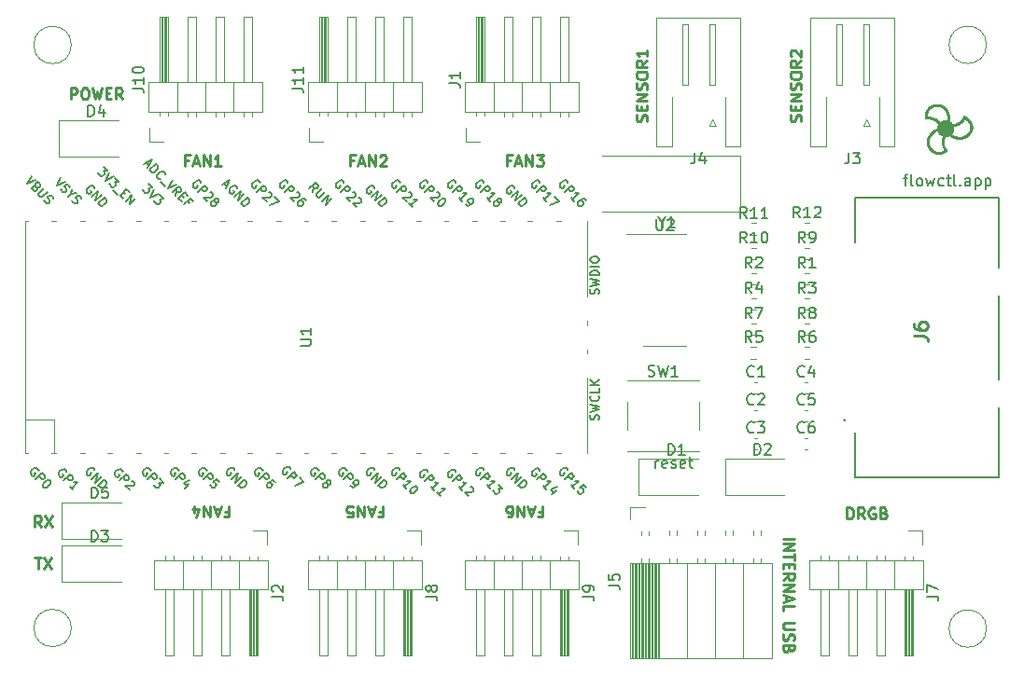
<source format=gbr>
%TF.GenerationSoftware,KiCad,Pcbnew,(5.1.10)-1*%
%TF.CreationDate,2021-10-27T22:41:58+01:00*%
%TF.ProjectId,flowcontrol,666c6f77-636f-46e7-9472-6f6c2e6b6963,rev?*%
%TF.SameCoordinates,Original*%
%TF.FileFunction,Legend,Top*%
%TF.FilePolarity,Positive*%
%FSLAX46Y46*%
G04 Gerber Fmt 4.6, Leading zero omitted, Abs format (unit mm)*
G04 Created by KiCad (PCBNEW (5.1.10)-1) date 2021-10-27 22:41:58*
%MOMM*%
%LPD*%
G01*
G04 APERTURE LIST*
%ADD10C,0.250000*%
%ADD11C,0.150000*%
%ADD12C,0.013229*%
%ADD13C,0.120000*%
%ADD14C,0.200000*%
%ADD15C,0.254000*%
G04 APERTURE END LIST*
D10*
X99822095Y-114006380D02*
X100393523Y-114006380D01*
X100107809Y-115006380D02*
X100107809Y-114006380D01*
X100631619Y-114006380D02*
X101298285Y-115006380D01*
X101298285Y-114006380D02*
X100631619Y-115006380D01*
X100417333Y-111196380D02*
X100084000Y-110720190D01*
X99845904Y-111196380D02*
X99845904Y-110196380D01*
X100226857Y-110196380D01*
X100322095Y-110244000D01*
X100369714Y-110291619D01*
X100417333Y-110386857D01*
X100417333Y-110529714D01*
X100369714Y-110624952D01*
X100322095Y-110672571D01*
X100226857Y-110720190D01*
X99845904Y-110720190D01*
X100750666Y-110196380D02*
X101417333Y-111196380D01*
X101417333Y-110196380D02*
X100750666Y-111196380D01*
X103100476Y-72334380D02*
X103100476Y-71334380D01*
X103481428Y-71334380D01*
X103576666Y-71382000D01*
X103624285Y-71429619D01*
X103671904Y-71524857D01*
X103671904Y-71667714D01*
X103624285Y-71762952D01*
X103576666Y-71810571D01*
X103481428Y-71858190D01*
X103100476Y-71858190D01*
X104290952Y-71334380D02*
X104481428Y-71334380D01*
X104576666Y-71382000D01*
X104671904Y-71477238D01*
X104719523Y-71667714D01*
X104719523Y-72001047D01*
X104671904Y-72191523D01*
X104576666Y-72286761D01*
X104481428Y-72334380D01*
X104290952Y-72334380D01*
X104195714Y-72286761D01*
X104100476Y-72191523D01*
X104052857Y-72001047D01*
X104052857Y-71667714D01*
X104100476Y-71477238D01*
X104195714Y-71382000D01*
X104290952Y-71334380D01*
X105052857Y-71334380D02*
X105290952Y-72334380D01*
X105481428Y-71620095D01*
X105671904Y-72334380D01*
X105910000Y-71334380D01*
X106290952Y-71810571D02*
X106624285Y-71810571D01*
X106767142Y-72334380D02*
X106290952Y-72334380D01*
X106290952Y-71334380D01*
X106767142Y-71334380D01*
X107767142Y-72334380D02*
X107433809Y-71858190D01*
X107195714Y-72334380D02*
X107195714Y-71334380D01*
X107576666Y-71334380D01*
X107671904Y-71382000D01*
X107719523Y-71429619D01*
X107767142Y-71524857D01*
X107767142Y-71667714D01*
X107719523Y-71762952D01*
X107671904Y-71810571D01*
X107576666Y-71858190D01*
X107195714Y-71858190D01*
X169314761Y-74358095D02*
X169362380Y-74215238D01*
X169362380Y-73977142D01*
X169314761Y-73881904D01*
X169267142Y-73834285D01*
X169171904Y-73786666D01*
X169076666Y-73786666D01*
X168981428Y-73834285D01*
X168933809Y-73881904D01*
X168886190Y-73977142D01*
X168838571Y-74167619D01*
X168790952Y-74262857D01*
X168743333Y-74310476D01*
X168648095Y-74358095D01*
X168552857Y-74358095D01*
X168457619Y-74310476D01*
X168410000Y-74262857D01*
X168362380Y-74167619D01*
X168362380Y-73929523D01*
X168410000Y-73786666D01*
X168838571Y-73358095D02*
X168838571Y-73024761D01*
X169362380Y-72881904D02*
X169362380Y-73358095D01*
X168362380Y-73358095D01*
X168362380Y-72881904D01*
X169362380Y-72453333D02*
X168362380Y-72453333D01*
X169362380Y-71881904D01*
X168362380Y-71881904D01*
X169314761Y-71453333D02*
X169362380Y-71310476D01*
X169362380Y-71072380D01*
X169314761Y-70977142D01*
X169267142Y-70929523D01*
X169171904Y-70881904D01*
X169076666Y-70881904D01*
X168981428Y-70929523D01*
X168933809Y-70977142D01*
X168886190Y-71072380D01*
X168838571Y-71262857D01*
X168790952Y-71358095D01*
X168743333Y-71405714D01*
X168648095Y-71453333D01*
X168552857Y-71453333D01*
X168457619Y-71405714D01*
X168410000Y-71358095D01*
X168362380Y-71262857D01*
X168362380Y-71024761D01*
X168410000Y-70881904D01*
X168362380Y-70262857D02*
X168362380Y-70072380D01*
X168410000Y-69977142D01*
X168505238Y-69881904D01*
X168695714Y-69834285D01*
X169029047Y-69834285D01*
X169219523Y-69881904D01*
X169314761Y-69977142D01*
X169362380Y-70072380D01*
X169362380Y-70262857D01*
X169314761Y-70358095D01*
X169219523Y-70453333D01*
X169029047Y-70500952D01*
X168695714Y-70500952D01*
X168505238Y-70453333D01*
X168410000Y-70358095D01*
X168362380Y-70262857D01*
X169362380Y-68834285D02*
X168886190Y-69167619D01*
X169362380Y-69405714D02*
X168362380Y-69405714D01*
X168362380Y-69024761D01*
X168410000Y-68929523D01*
X168457619Y-68881904D01*
X168552857Y-68834285D01*
X168695714Y-68834285D01*
X168790952Y-68881904D01*
X168838571Y-68929523D01*
X168886190Y-69024761D01*
X168886190Y-69405714D01*
X168457619Y-68453333D02*
X168410000Y-68405714D01*
X168362380Y-68310476D01*
X168362380Y-68072380D01*
X168410000Y-67977142D01*
X168457619Y-67929523D01*
X168552857Y-67881904D01*
X168648095Y-67881904D01*
X168790952Y-67929523D01*
X169362380Y-68500952D01*
X169362380Y-67881904D01*
X155344761Y-74358095D02*
X155392380Y-74215238D01*
X155392380Y-73977142D01*
X155344761Y-73881904D01*
X155297142Y-73834285D01*
X155201904Y-73786666D01*
X155106666Y-73786666D01*
X155011428Y-73834285D01*
X154963809Y-73881904D01*
X154916190Y-73977142D01*
X154868571Y-74167619D01*
X154820952Y-74262857D01*
X154773333Y-74310476D01*
X154678095Y-74358095D01*
X154582857Y-74358095D01*
X154487619Y-74310476D01*
X154440000Y-74262857D01*
X154392380Y-74167619D01*
X154392380Y-73929523D01*
X154440000Y-73786666D01*
X154868571Y-73358095D02*
X154868571Y-73024761D01*
X155392380Y-72881904D02*
X155392380Y-73358095D01*
X154392380Y-73358095D01*
X154392380Y-72881904D01*
X155392380Y-72453333D02*
X154392380Y-72453333D01*
X155392380Y-71881904D01*
X154392380Y-71881904D01*
X155344761Y-71453333D02*
X155392380Y-71310476D01*
X155392380Y-71072380D01*
X155344761Y-70977142D01*
X155297142Y-70929523D01*
X155201904Y-70881904D01*
X155106666Y-70881904D01*
X155011428Y-70929523D01*
X154963809Y-70977142D01*
X154916190Y-71072380D01*
X154868571Y-71262857D01*
X154820952Y-71358095D01*
X154773333Y-71405714D01*
X154678095Y-71453333D01*
X154582857Y-71453333D01*
X154487619Y-71405714D01*
X154440000Y-71358095D01*
X154392380Y-71262857D01*
X154392380Y-71024761D01*
X154440000Y-70881904D01*
X154392380Y-70262857D02*
X154392380Y-70072380D01*
X154440000Y-69977142D01*
X154535238Y-69881904D01*
X154725714Y-69834285D01*
X155059047Y-69834285D01*
X155249523Y-69881904D01*
X155344761Y-69977142D01*
X155392380Y-70072380D01*
X155392380Y-70262857D01*
X155344761Y-70358095D01*
X155249523Y-70453333D01*
X155059047Y-70500952D01*
X154725714Y-70500952D01*
X154535238Y-70453333D01*
X154440000Y-70358095D01*
X154392380Y-70262857D01*
X155392380Y-68834285D02*
X154916190Y-69167619D01*
X155392380Y-69405714D02*
X154392380Y-69405714D01*
X154392380Y-69024761D01*
X154440000Y-68929523D01*
X154487619Y-68881904D01*
X154582857Y-68834285D01*
X154725714Y-68834285D01*
X154820952Y-68881904D01*
X154868571Y-68929523D01*
X154916190Y-69024761D01*
X154916190Y-69405714D01*
X155392380Y-67881904D02*
X155392380Y-68453333D01*
X155392380Y-68167619D02*
X154392380Y-68167619D01*
X154535238Y-68262857D01*
X154630476Y-68358095D01*
X154678095Y-68453333D01*
X173498095Y-110434380D02*
X173498095Y-109434380D01*
X173736190Y-109434380D01*
X173879047Y-109482000D01*
X173974285Y-109577238D01*
X174021904Y-109672476D01*
X174069523Y-109862952D01*
X174069523Y-110005809D01*
X174021904Y-110196285D01*
X173974285Y-110291523D01*
X173879047Y-110386761D01*
X173736190Y-110434380D01*
X173498095Y-110434380D01*
X175069523Y-110434380D02*
X174736190Y-109958190D01*
X174498095Y-110434380D02*
X174498095Y-109434380D01*
X174879047Y-109434380D01*
X174974285Y-109482000D01*
X175021904Y-109529619D01*
X175069523Y-109624857D01*
X175069523Y-109767714D01*
X175021904Y-109862952D01*
X174974285Y-109910571D01*
X174879047Y-109958190D01*
X174498095Y-109958190D01*
X176021904Y-109482000D02*
X175926666Y-109434380D01*
X175783809Y-109434380D01*
X175640952Y-109482000D01*
X175545714Y-109577238D01*
X175498095Y-109672476D01*
X175450476Y-109862952D01*
X175450476Y-110005809D01*
X175498095Y-110196285D01*
X175545714Y-110291523D01*
X175640952Y-110386761D01*
X175783809Y-110434380D01*
X175879047Y-110434380D01*
X176021904Y-110386761D01*
X176069523Y-110339142D01*
X176069523Y-110005809D01*
X175879047Y-110005809D01*
X176831428Y-109910571D02*
X176974285Y-109958190D01*
X177021904Y-110005809D01*
X177069523Y-110101047D01*
X177069523Y-110243904D01*
X177021904Y-110339142D01*
X176974285Y-110386761D01*
X176879047Y-110434380D01*
X176498095Y-110434380D01*
X176498095Y-109434380D01*
X176831428Y-109434380D01*
X176926666Y-109482000D01*
X176974285Y-109529619D01*
X177021904Y-109624857D01*
X177021904Y-109720095D01*
X176974285Y-109815333D01*
X176926666Y-109862952D01*
X176831428Y-109910571D01*
X176498095Y-109910571D01*
X167695619Y-112252761D02*
X168695619Y-112252761D01*
X167695619Y-112728952D02*
X168695619Y-112728952D01*
X167695619Y-113300380D01*
X168695619Y-113300380D01*
X168695619Y-113633714D02*
X168695619Y-114205142D01*
X167695619Y-113919428D02*
X168695619Y-113919428D01*
X168219428Y-114538476D02*
X168219428Y-114871809D01*
X167695619Y-115014666D02*
X167695619Y-114538476D01*
X168695619Y-114538476D01*
X168695619Y-115014666D01*
X167695619Y-116014666D02*
X168171809Y-115681333D01*
X167695619Y-115443238D02*
X168695619Y-115443238D01*
X168695619Y-115824190D01*
X168648000Y-115919428D01*
X168600380Y-115967047D01*
X168505142Y-116014666D01*
X168362285Y-116014666D01*
X168267047Y-115967047D01*
X168219428Y-115919428D01*
X168171809Y-115824190D01*
X168171809Y-115443238D01*
X167695619Y-116443238D02*
X168695619Y-116443238D01*
X167695619Y-117014666D01*
X168695619Y-117014666D01*
X167981333Y-117443238D02*
X167981333Y-117919428D01*
X167695619Y-117348000D02*
X168695619Y-117681333D01*
X167695619Y-118014666D01*
X167695619Y-118824190D02*
X167695619Y-118348000D01*
X168695619Y-118348000D01*
X168695619Y-119919428D02*
X167886095Y-119919428D01*
X167790857Y-119967047D01*
X167743238Y-120014666D01*
X167695619Y-120109904D01*
X167695619Y-120300380D01*
X167743238Y-120395619D01*
X167790857Y-120443238D01*
X167886095Y-120490857D01*
X168695619Y-120490857D01*
X167743238Y-120919428D02*
X167695619Y-121062285D01*
X167695619Y-121300380D01*
X167743238Y-121395619D01*
X167790857Y-121443238D01*
X167886095Y-121490857D01*
X167981333Y-121490857D01*
X168076571Y-121443238D01*
X168124190Y-121395619D01*
X168171809Y-121300380D01*
X168219428Y-121109904D01*
X168267047Y-121014666D01*
X168314666Y-120967047D01*
X168409904Y-120919428D01*
X168505142Y-120919428D01*
X168600380Y-120967047D01*
X168648000Y-121014666D01*
X168695619Y-121109904D01*
X168695619Y-121348000D01*
X168648000Y-121490857D01*
X168219428Y-122252761D02*
X168171809Y-122395619D01*
X168124190Y-122443238D01*
X168028952Y-122490857D01*
X167886095Y-122490857D01*
X167790857Y-122443238D01*
X167743238Y-122395619D01*
X167695619Y-122300380D01*
X167695619Y-121919428D01*
X168695619Y-121919428D01*
X168695619Y-122252761D01*
X168648000Y-122348000D01*
X168600380Y-122395619D01*
X168505142Y-122443238D01*
X168409904Y-122443238D01*
X168314666Y-122395619D01*
X168267047Y-122348000D01*
X168219428Y-122252761D01*
X168219428Y-121919428D01*
X145557714Y-109799428D02*
X145891047Y-109799428D01*
X145891047Y-109275619D02*
X145891047Y-110275619D01*
X145414857Y-110275619D01*
X145081523Y-109561333D02*
X144605333Y-109561333D01*
X145176761Y-109275619D02*
X144843428Y-110275619D01*
X144510095Y-109275619D01*
X144176761Y-109275619D02*
X144176761Y-110275619D01*
X143605333Y-109275619D01*
X143605333Y-110275619D01*
X142700571Y-110275619D02*
X142891047Y-110275619D01*
X142986285Y-110228000D01*
X143033904Y-110180380D01*
X143129142Y-110037523D01*
X143176761Y-109847047D01*
X143176761Y-109466095D01*
X143129142Y-109370857D01*
X143081523Y-109323238D01*
X142986285Y-109275619D01*
X142795809Y-109275619D01*
X142700571Y-109323238D01*
X142652952Y-109370857D01*
X142605333Y-109466095D01*
X142605333Y-109704190D01*
X142652952Y-109799428D01*
X142700571Y-109847047D01*
X142795809Y-109894666D01*
X142986285Y-109894666D01*
X143081523Y-109847047D01*
X143129142Y-109799428D01*
X143176761Y-109704190D01*
X131079714Y-109799428D02*
X131413047Y-109799428D01*
X131413047Y-109275619D02*
X131413047Y-110275619D01*
X130936857Y-110275619D01*
X130603523Y-109561333D02*
X130127333Y-109561333D01*
X130698761Y-109275619D02*
X130365428Y-110275619D01*
X130032095Y-109275619D01*
X129698761Y-109275619D02*
X129698761Y-110275619D01*
X129127333Y-109275619D01*
X129127333Y-110275619D01*
X128174952Y-110275619D02*
X128651142Y-110275619D01*
X128698761Y-109799428D01*
X128651142Y-109847047D01*
X128555904Y-109894666D01*
X128317809Y-109894666D01*
X128222571Y-109847047D01*
X128174952Y-109799428D01*
X128127333Y-109704190D01*
X128127333Y-109466095D01*
X128174952Y-109370857D01*
X128222571Y-109323238D01*
X128317809Y-109275619D01*
X128555904Y-109275619D01*
X128651142Y-109323238D01*
X128698761Y-109370857D01*
X117109714Y-109799428D02*
X117443047Y-109799428D01*
X117443047Y-109275619D02*
X117443047Y-110275619D01*
X116966857Y-110275619D01*
X116633523Y-109561333D02*
X116157333Y-109561333D01*
X116728761Y-109275619D02*
X116395428Y-110275619D01*
X116062095Y-109275619D01*
X115728761Y-109275619D02*
X115728761Y-110275619D01*
X115157333Y-109275619D01*
X115157333Y-110275619D01*
X114252571Y-109942285D02*
X114252571Y-109275619D01*
X114490666Y-110323238D02*
X114728761Y-109608952D01*
X114109714Y-109608952D01*
X142986285Y-77906571D02*
X142652952Y-77906571D01*
X142652952Y-78430380D02*
X142652952Y-77430380D01*
X143129142Y-77430380D01*
X143462476Y-78144666D02*
X143938666Y-78144666D01*
X143367238Y-78430380D02*
X143700571Y-77430380D01*
X144033904Y-78430380D01*
X144367238Y-78430380D02*
X144367238Y-77430380D01*
X144938666Y-78430380D01*
X144938666Y-77430380D01*
X145319619Y-77430380D02*
X145938666Y-77430380D01*
X145605333Y-77811333D01*
X145748190Y-77811333D01*
X145843428Y-77858952D01*
X145891047Y-77906571D01*
X145938666Y-78001809D01*
X145938666Y-78239904D01*
X145891047Y-78335142D01*
X145843428Y-78382761D01*
X145748190Y-78430380D01*
X145462476Y-78430380D01*
X145367238Y-78382761D01*
X145319619Y-78335142D01*
X128762285Y-77906571D02*
X128428952Y-77906571D01*
X128428952Y-78430380D02*
X128428952Y-77430380D01*
X128905142Y-77430380D01*
X129238476Y-78144666D02*
X129714666Y-78144666D01*
X129143238Y-78430380D02*
X129476571Y-77430380D01*
X129809904Y-78430380D01*
X130143238Y-78430380D02*
X130143238Y-77430380D01*
X130714666Y-78430380D01*
X130714666Y-77430380D01*
X131143238Y-77525619D02*
X131190857Y-77478000D01*
X131286095Y-77430380D01*
X131524190Y-77430380D01*
X131619428Y-77478000D01*
X131667047Y-77525619D01*
X131714666Y-77620857D01*
X131714666Y-77716095D01*
X131667047Y-77858952D01*
X131095619Y-78430380D01*
X131714666Y-78430380D01*
X113776285Y-77906571D02*
X113442952Y-77906571D01*
X113442952Y-78430380D02*
X113442952Y-77430380D01*
X113919142Y-77430380D01*
X114252476Y-78144666D02*
X114728666Y-78144666D01*
X114157238Y-78430380D02*
X114490571Y-77430380D01*
X114823904Y-78430380D01*
X115157238Y-78430380D02*
X115157238Y-77430380D01*
X115728666Y-78430380D01*
X115728666Y-77430380D01*
X116728666Y-78430380D02*
X116157238Y-78430380D01*
X116442952Y-78430380D02*
X116442952Y-77430380D01*
X116347714Y-77573238D01*
X116252476Y-77668476D01*
X116157238Y-77716095D01*
D11*
X178626000Y-79541714D02*
X179006952Y-79541714D01*
X178768857Y-80208380D02*
X178768857Y-79351238D01*
X178816476Y-79256000D01*
X178911714Y-79208380D01*
X179006952Y-79208380D01*
X179483142Y-80208380D02*
X179387904Y-80160761D01*
X179340285Y-80065523D01*
X179340285Y-79208380D01*
X180006952Y-80208380D02*
X179911714Y-80160761D01*
X179864095Y-80113142D01*
X179816476Y-80017904D01*
X179816476Y-79732190D01*
X179864095Y-79636952D01*
X179911714Y-79589333D01*
X180006952Y-79541714D01*
X180149809Y-79541714D01*
X180245047Y-79589333D01*
X180292666Y-79636952D01*
X180340285Y-79732190D01*
X180340285Y-80017904D01*
X180292666Y-80113142D01*
X180245047Y-80160761D01*
X180149809Y-80208380D01*
X180006952Y-80208380D01*
X180673619Y-79541714D02*
X180864095Y-80208380D01*
X181054571Y-79732190D01*
X181245047Y-80208380D01*
X181435523Y-79541714D01*
X182245047Y-80160761D02*
X182149809Y-80208380D01*
X181959333Y-80208380D01*
X181864095Y-80160761D01*
X181816476Y-80113142D01*
X181768857Y-80017904D01*
X181768857Y-79732190D01*
X181816476Y-79636952D01*
X181864095Y-79589333D01*
X181959333Y-79541714D01*
X182149809Y-79541714D01*
X182245047Y-79589333D01*
X182530761Y-79541714D02*
X182911714Y-79541714D01*
X182673619Y-79208380D02*
X182673619Y-80065523D01*
X182721238Y-80160761D01*
X182816476Y-80208380D01*
X182911714Y-80208380D01*
X183387904Y-80208380D02*
X183292666Y-80160761D01*
X183245047Y-80065523D01*
X183245047Y-79208380D01*
X183768857Y-80113142D02*
X183816476Y-80160761D01*
X183768857Y-80208380D01*
X183721238Y-80160761D01*
X183768857Y-80113142D01*
X183768857Y-80208380D01*
X184673619Y-80208380D02*
X184673619Y-79684571D01*
X184626000Y-79589333D01*
X184530761Y-79541714D01*
X184340285Y-79541714D01*
X184245047Y-79589333D01*
X184673619Y-80160761D02*
X184578380Y-80208380D01*
X184340285Y-80208380D01*
X184245047Y-80160761D01*
X184197428Y-80065523D01*
X184197428Y-79970285D01*
X184245047Y-79875047D01*
X184340285Y-79827428D01*
X184578380Y-79827428D01*
X184673619Y-79779809D01*
X185149809Y-79541714D02*
X185149809Y-80541714D01*
X185149809Y-79589333D02*
X185245047Y-79541714D01*
X185435523Y-79541714D01*
X185530761Y-79589333D01*
X185578380Y-79636952D01*
X185626000Y-79732190D01*
X185626000Y-80017904D01*
X185578380Y-80113142D01*
X185530761Y-80160761D01*
X185435523Y-80208380D01*
X185245047Y-80208380D01*
X185149809Y-80160761D01*
X186054571Y-79541714D02*
X186054571Y-80541714D01*
X186054571Y-79589333D02*
X186149809Y-79541714D01*
X186340285Y-79541714D01*
X186435523Y-79589333D01*
X186483142Y-79636952D01*
X186530761Y-79732190D01*
X186530761Y-80017904D01*
X186483142Y-80113142D01*
X186435523Y-80160761D01*
X186340285Y-80208380D01*
X186149809Y-80208380D01*
X186054571Y-80160761D01*
D12*
G36*
X182413399Y-74455529D02*
G01*
X182441363Y-74456263D01*
X182468959Y-74458386D01*
X182496154Y-74461865D01*
X182522913Y-74466666D01*
X182549201Y-74472754D01*
X182574986Y-74480096D01*
X182600233Y-74488657D01*
X182624908Y-74498403D01*
X182648976Y-74509301D01*
X182672404Y-74521315D01*
X182695158Y-74534412D01*
X182717203Y-74548559D01*
X182738506Y-74563720D01*
X182759032Y-74579862D01*
X182778747Y-74596950D01*
X182797618Y-74614951D01*
X182815609Y-74633830D01*
X182832688Y-74653554D01*
X182848820Y-74674088D01*
X182863971Y-74695398D01*
X182878107Y-74717450D01*
X182891193Y-74740210D01*
X182903196Y-74763644D01*
X182914082Y-74787718D01*
X182923816Y-74812397D01*
X182932365Y-74837648D01*
X182939694Y-74863437D01*
X182945770Y-74889728D01*
X182950558Y-74916490D01*
X182954024Y-74943686D01*
X182956134Y-74971284D01*
X182956854Y-74999248D01*
X182956100Y-75027194D01*
X182953957Y-75054770D01*
X182950458Y-75081943D01*
X182945639Y-75108680D01*
X182939532Y-75134945D01*
X182932173Y-75160706D01*
X182923595Y-75185927D01*
X182913833Y-75210575D01*
X182902920Y-75234616D01*
X182890891Y-75258015D01*
X182877780Y-75280739D01*
X182863621Y-75302754D01*
X182848448Y-75324025D01*
X182832296Y-75344519D01*
X182815198Y-75364202D01*
X182797189Y-75383038D01*
X182778303Y-75400995D01*
X182758573Y-75418039D01*
X182738035Y-75434135D01*
X182716722Y-75449248D01*
X182694668Y-75463347D01*
X182671908Y-75476395D01*
X182648475Y-75488359D01*
X182624405Y-75499205D01*
X182599730Y-75508900D01*
X182574485Y-75517408D01*
X182548704Y-75524696D01*
X182522422Y-75530730D01*
X182495672Y-75535476D01*
X182468489Y-75538899D01*
X182440907Y-75540967D01*
X182412960Y-75541644D01*
X182385014Y-75540908D01*
X182357436Y-75538782D01*
X182330260Y-75535302D01*
X182303521Y-75530499D01*
X182277251Y-75524410D01*
X182251486Y-75517067D01*
X182226260Y-75508506D01*
X182201605Y-75498760D01*
X182177557Y-75487862D01*
X182154150Y-75475849D01*
X182131417Y-75462753D01*
X182109393Y-75448608D01*
X182088112Y-75433449D01*
X182067608Y-75417310D01*
X182047915Y-75400225D01*
X182029066Y-75382228D01*
X182011097Y-75363354D01*
X181994041Y-75343635D01*
X181977932Y-75323107D01*
X181962804Y-75301804D01*
X181948691Y-75279759D01*
X181935628Y-75257008D01*
X181923649Y-75233583D01*
X181912787Y-75209519D01*
X181903076Y-75184851D01*
X181894552Y-75159611D01*
X181887247Y-75133836D01*
X181881196Y-75107557D01*
X181876433Y-75080811D01*
X181872991Y-75053630D01*
X181870906Y-75026049D01*
X181870211Y-74998102D01*
X181870929Y-74970156D01*
X181873036Y-74942577D01*
X181876500Y-74915399D01*
X181881284Y-74888656D01*
X181887357Y-74862383D01*
X181894683Y-74836613D01*
X181903228Y-74811380D01*
X181912958Y-74786720D01*
X181923839Y-74762665D01*
X181935838Y-74739250D01*
X181948919Y-74716509D01*
X181963050Y-74694475D01*
X181978195Y-74673184D01*
X181994320Y-74652670D01*
X182011393Y-74632965D01*
X182029377Y-74614105D01*
X182048240Y-74596123D01*
X182067947Y-74579054D01*
X182088465Y-74562932D01*
X182109758Y-74547790D01*
X182131794Y-74533663D01*
X182154537Y-74520586D01*
X182177954Y-74508591D01*
X182202011Y-74497713D01*
X182226673Y-74487987D01*
X182251906Y-74479446D01*
X182277677Y-74472124D01*
X182303952Y-74466056D01*
X182330695Y-74461275D01*
X182357874Y-74457817D01*
X182385453Y-74455714D01*
X182413400Y-74455000D01*
X182413399Y-74455529D01*
G37*
X182413399Y-74455529D02*
X182441363Y-74456263D01*
X182468959Y-74458386D01*
X182496154Y-74461865D01*
X182522913Y-74466666D01*
X182549201Y-74472754D01*
X182574986Y-74480096D01*
X182600233Y-74488657D01*
X182624908Y-74498403D01*
X182648976Y-74509301D01*
X182672404Y-74521315D01*
X182695158Y-74534412D01*
X182717203Y-74548559D01*
X182738506Y-74563720D01*
X182759032Y-74579862D01*
X182778747Y-74596950D01*
X182797618Y-74614951D01*
X182815609Y-74633830D01*
X182832688Y-74653554D01*
X182848820Y-74674088D01*
X182863971Y-74695398D01*
X182878107Y-74717450D01*
X182891193Y-74740210D01*
X182903196Y-74763644D01*
X182914082Y-74787718D01*
X182923816Y-74812397D01*
X182932365Y-74837648D01*
X182939694Y-74863437D01*
X182945770Y-74889728D01*
X182950558Y-74916490D01*
X182954024Y-74943686D01*
X182956134Y-74971284D01*
X182956854Y-74999248D01*
X182956100Y-75027194D01*
X182953957Y-75054770D01*
X182950458Y-75081943D01*
X182945639Y-75108680D01*
X182939532Y-75134945D01*
X182932173Y-75160706D01*
X182923595Y-75185927D01*
X182913833Y-75210575D01*
X182902920Y-75234616D01*
X182890891Y-75258015D01*
X182877780Y-75280739D01*
X182863621Y-75302754D01*
X182848448Y-75324025D01*
X182832296Y-75344519D01*
X182815198Y-75364202D01*
X182797189Y-75383038D01*
X182778303Y-75400995D01*
X182758573Y-75418039D01*
X182738035Y-75434135D01*
X182716722Y-75449248D01*
X182694668Y-75463347D01*
X182671908Y-75476395D01*
X182648475Y-75488359D01*
X182624405Y-75499205D01*
X182599730Y-75508900D01*
X182574485Y-75517408D01*
X182548704Y-75524696D01*
X182522422Y-75530730D01*
X182495672Y-75535476D01*
X182468489Y-75538899D01*
X182440907Y-75540967D01*
X182412960Y-75541644D01*
X182385014Y-75540908D01*
X182357436Y-75538782D01*
X182330260Y-75535302D01*
X182303521Y-75530499D01*
X182277251Y-75524410D01*
X182251486Y-75517067D01*
X182226260Y-75508506D01*
X182201605Y-75498760D01*
X182177557Y-75487862D01*
X182154150Y-75475849D01*
X182131417Y-75462753D01*
X182109393Y-75448608D01*
X182088112Y-75433449D01*
X182067608Y-75417310D01*
X182047915Y-75400225D01*
X182029066Y-75382228D01*
X182011097Y-75363354D01*
X181994041Y-75343635D01*
X181977932Y-75323107D01*
X181962804Y-75301804D01*
X181948691Y-75279759D01*
X181935628Y-75257008D01*
X181923649Y-75233583D01*
X181912787Y-75209519D01*
X181903076Y-75184851D01*
X181894552Y-75159611D01*
X181887247Y-75133836D01*
X181881196Y-75107557D01*
X181876433Y-75080811D01*
X181872991Y-75053630D01*
X181870906Y-75026049D01*
X181870211Y-74998102D01*
X181870929Y-74970156D01*
X181873036Y-74942577D01*
X181876500Y-74915399D01*
X181881284Y-74888656D01*
X181887357Y-74862383D01*
X181894683Y-74836613D01*
X181903228Y-74811380D01*
X181912958Y-74786720D01*
X181923839Y-74762665D01*
X181935838Y-74739250D01*
X181948919Y-74716509D01*
X181963050Y-74694475D01*
X181978195Y-74673184D01*
X181994320Y-74652670D01*
X182011393Y-74632965D01*
X182029377Y-74614105D01*
X182048240Y-74596123D01*
X182067947Y-74579054D01*
X182088465Y-74562932D01*
X182109758Y-74547790D01*
X182131794Y-74533663D01*
X182154537Y-74520586D01*
X182177954Y-74508591D01*
X182202011Y-74497713D01*
X182226673Y-74487987D01*
X182251906Y-74479446D01*
X182277677Y-74472124D01*
X182303952Y-74466056D01*
X182330695Y-74461275D01*
X182357874Y-74457817D01*
X182385453Y-74455714D01*
X182413400Y-74455000D01*
X182413399Y-74455529D01*
G36*
X182482381Y-74275688D02*
G01*
X182535314Y-74282708D01*
X182587926Y-74293693D01*
X182640004Y-74308683D01*
X182691335Y-74327723D01*
X182716499Y-74338704D01*
X182741095Y-74350556D01*
X182765106Y-74363256D01*
X182788520Y-74376781D01*
X182811319Y-74391109D01*
X182833489Y-74406217D01*
X182855016Y-74422082D01*
X182875883Y-74438682D01*
X182896076Y-74455994D01*
X182915580Y-74473995D01*
X182934379Y-74492664D01*
X182952459Y-74511976D01*
X182969804Y-74531911D01*
X182986399Y-74552445D01*
X183002230Y-74573555D01*
X183017280Y-74595219D01*
X183031536Y-74617414D01*
X183044981Y-74640118D01*
X183057601Y-74663308D01*
X183069380Y-74686961D01*
X183080304Y-74711055D01*
X183090357Y-74735568D01*
X183099525Y-74760476D01*
X183107791Y-74785757D01*
X183115142Y-74811388D01*
X183121562Y-74837347D01*
X183127035Y-74863612D01*
X183131547Y-74890158D01*
X183135083Y-74916965D01*
X183137627Y-74944009D01*
X183139165Y-74971268D01*
X183139681Y-74998719D01*
X183138788Y-75034733D01*
X183136127Y-75070503D01*
X183131722Y-75105969D01*
X183125597Y-75141071D01*
X183117777Y-75175750D01*
X183108287Y-75209947D01*
X183097152Y-75243602D01*
X183084396Y-75276655D01*
X183070044Y-75309047D01*
X183054120Y-75340718D01*
X183036650Y-75371609D01*
X183017657Y-75401660D01*
X182997167Y-75430812D01*
X182975204Y-75459006D01*
X182951793Y-75486180D01*
X182926958Y-75512277D01*
X182900861Y-75537112D01*
X182873686Y-75560523D01*
X182845493Y-75582486D01*
X182816341Y-75602977D01*
X182786290Y-75621969D01*
X182755399Y-75639440D01*
X182723727Y-75655363D01*
X182691336Y-75669715D01*
X182658283Y-75682472D01*
X182624628Y-75693607D01*
X182590431Y-75703097D01*
X182555752Y-75710916D01*
X182520650Y-75717041D01*
X182485184Y-75721446D01*
X182449414Y-75724108D01*
X182413400Y-75725000D01*
X182358690Y-75722947D01*
X182304839Y-75716867D01*
X182252028Y-75706881D01*
X182200438Y-75693111D01*
X182150249Y-75675677D01*
X182101642Y-75654700D01*
X182054799Y-75630301D01*
X182009900Y-75602600D01*
X181967126Y-75571719D01*
X181926657Y-75537779D01*
X181888676Y-75500900D01*
X181853363Y-75461203D01*
X181820898Y-75418809D01*
X181791462Y-75373839D01*
X181765237Y-75326414D01*
X181742404Y-75276655D01*
X181723364Y-75225324D01*
X181708374Y-75173246D01*
X181697389Y-75120633D01*
X181690368Y-75067700D01*
X181687269Y-75014660D01*
X181688048Y-74961726D01*
X181692664Y-74909111D01*
X181701074Y-74857029D01*
X181713235Y-74805693D01*
X181729105Y-74755317D01*
X181748642Y-74706114D01*
X181771804Y-74658297D01*
X181798546Y-74612080D01*
X181828829Y-74567676D01*
X181862608Y-74525299D01*
X181899841Y-74485161D01*
X181939979Y-74447928D01*
X181982356Y-74414148D01*
X182026760Y-74383866D01*
X182072977Y-74357123D01*
X182120794Y-74333962D01*
X182169997Y-74314425D01*
X182220373Y-74298555D01*
X182271709Y-74286393D01*
X182323791Y-74277983D01*
X182376406Y-74273368D01*
X182429340Y-74272588D01*
X182482381Y-74275688D01*
G37*
X182482381Y-74275688D02*
X182535314Y-74282708D01*
X182587926Y-74293693D01*
X182640004Y-74308683D01*
X182691335Y-74327723D01*
X182716499Y-74338704D01*
X182741095Y-74350556D01*
X182765106Y-74363256D01*
X182788520Y-74376781D01*
X182811319Y-74391109D01*
X182833489Y-74406217D01*
X182855016Y-74422082D01*
X182875883Y-74438682D01*
X182896076Y-74455994D01*
X182915580Y-74473995D01*
X182934379Y-74492664D01*
X182952459Y-74511976D01*
X182969804Y-74531911D01*
X182986399Y-74552445D01*
X183002230Y-74573555D01*
X183017280Y-74595219D01*
X183031536Y-74617414D01*
X183044981Y-74640118D01*
X183057601Y-74663308D01*
X183069380Y-74686961D01*
X183080304Y-74711055D01*
X183090357Y-74735568D01*
X183099525Y-74760476D01*
X183107791Y-74785757D01*
X183115142Y-74811388D01*
X183121562Y-74837347D01*
X183127035Y-74863612D01*
X183131547Y-74890158D01*
X183135083Y-74916965D01*
X183137627Y-74944009D01*
X183139165Y-74971268D01*
X183139681Y-74998719D01*
X183138788Y-75034733D01*
X183136127Y-75070503D01*
X183131722Y-75105969D01*
X183125597Y-75141071D01*
X183117777Y-75175750D01*
X183108287Y-75209947D01*
X183097152Y-75243602D01*
X183084396Y-75276655D01*
X183070044Y-75309047D01*
X183054120Y-75340718D01*
X183036650Y-75371609D01*
X183017657Y-75401660D01*
X182997167Y-75430812D01*
X182975204Y-75459006D01*
X182951793Y-75486180D01*
X182926958Y-75512277D01*
X182900861Y-75537112D01*
X182873686Y-75560523D01*
X182845493Y-75582486D01*
X182816341Y-75602977D01*
X182786290Y-75621969D01*
X182755399Y-75639440D01*
X182723727Y-75655363D01*
X182691336Y-75669715D01*
X182658283Y-75682472D01*
X182624628Y-75693607D01*
X182590431Y-75703097D01*
X182555752Y-75710916D01*
X182520650Y-75717041D01*
X182485184Y-75721446D01*
X182449414Y-75724108D01*
X182413400Y-75725000D01*
X182358690Y-75722947D01*
X182304839Y-75716867D01*
X182252028Y-75706881D01*
X182200438Y-75693111D01*
X182150249Y-75675677D01*
X182101642Y-75654700D01*
X182054799Y-75630301D01*
X182009900Y-75602600D01*
X181967126Y-75571719D01*
X181926657Y-75537779D01*
X181888676Y-75500900D01*
X181853363Y-75461203D01*
X181820898Y-75418809D01*
X181791462Y-75373839D01*
X181765237Y-75326414D01*
X181742404Y-75276655D01*
X181723364Y-75225324D01*
X181708374Y-75173246D01*
X181697389Y-75120633D01*
X181690368Y-75067700D01*
X181687269Y-75014660D01*
X181688048Y-74961726D01*
X181692664Y-74909111D01*
X181701074Y-74857029D01*
X181713235Y-74805693D01*
X181729105Y-74755317D01*
X181748642Y-74706114D01*
X181771804Y-74658297D01*
X181798546Y-74612080D01*
X181828829Y-74567676D01*
X181862608Y-74525299D01*
X181899841Y-74485161D01*
X181939979Y-74447928D01*
X181982356Y-74414148D01*
X182026760Y-74383866D01*
X182072977Y-74357123D01*
X182120794Y-74333962D01*
X182169997Y-74314425D01*
X182220373Y-74298555D01*
X182271709Y-74286393D01*
X182323791Y-74277983D01*
X182376406Y-74273368D01*
X182429340Y-74272588D01*
X182482381Y-74275688D01*
G36*
X181783696Y-74940699D02*
G01*
X181788046Y-74941082D01*
X181792361Y-74941670D01*
X181796634Y-74942461D01*
X181800857Y-74943452D01*
X181805023Y-74944639D01*
X181809125Y-74946020D01*
X181813156Y-74947591D01*
X181817108Y-74949350D01*
X181820976Y-74951294D01*
X181824751Y-74953419D01*
X181828426Y-74955723D01*
X181831994Y-74958203D01*
X181835448Y-74960855D01*
X181838780Y-74963677D01*
X181841985Y-74966666D01*
X181845054Y-74969818D01*
X181847980Y-74973132D01*
X181850756Y-74976602D01*
X181853376Y-74980228D01*
X181855831Y-74984006D01*
X181858115Y-74987932D01*
X181860220Y-74992004D01*
X181862140Y-74996219D01*
X181863848Y-75000524D01*
X181865324Y-75004864D01*
X181866571Y-75009231D01*
X181867593Y-75013619D01*
X181868391Y-75018020D01*
X181868968Y-75022427D01*
X181869329Y-75026833D01*
X181869474Y-75031230D01*
X181869408Y-75035612D01*
X181869132Y-75039970D01*
X181868650Y-75044298D01*
X181867964Y-75048589D01*
X181867078Y-75052835D01*
X181865994Y-75057029D01*
X181864715Y-75061164D01*
X181863243Y-75065232D01*
X181861582Y-75069227D01*
X181859734Y-75073141D01*
X181857703Y-75076967D01*
X181855490Y-75080698D01*
X181853099Y-75084326D01*
X181850533Y-75087844D01*
X181847794Y-75091246D01*
X181844885Y-75094523D01*
X181841809Y-75097668D01*
X181838569Y-75100675D01*
X181835168Y-75103537D01*
X181831608Y-75106244D01*
X181827892Y-75108792D01*
X181824023Y-75111172D01*
X181820005Y-75113377D01*
X181815838Y-75115400D01*
X181772158Y-75135922D01*
X181663494Y-75193799D01*
X181591887Y-75236460D01*
X181512547Y-75288115D01*
X181428312Y-75348650D01*
X181342019Y-75417951D01*
X181298988Y-75455853D01*
X181256506Y-75495902D01*
X181214928Y-75538086D01*
X181174610Y-75582390D01*
X181135905Y-75628798D01*
X181099169Y-75677298D01*
X181064756Y-75727874D01*
X181033021Y-75780513D01*
X181004318Y-75835199D01*
X180979003Y-75891920D01*
X180957430Y-75950659D01*
X180939953Y-76011403D01*
X180926928Y-76074138D01*
X180918708Y-76138849D01*
X180915650Y-76205522D01*
X180918107Y-76274143D01*
X180923254Y-76323646D01*
X180930936Y-76372576D01*
X180941105Y-76420846D01*
X180953716Y-76468370D01*
X180968723Y-76515061D01*
X180986078Y-76560832D01*
X181005735Y-76605595D01*
X181027648Y-76649265D01*
X181051771Y-76691755D01*
X181078057Y-76732977D01*
X181106460Y-76772844D01*
X181136933Y-76811271D01*
X181169430Y-76848170D01*
X181203905Y-76883454D01*
X181240311Y-76917036D01*
X181278601Y-76948830D01*
X181314400Y-76976137D01*
X181351409Y-77001382D01*
X181389540Y-77024540D01*
X181428705Y-77045589D01*
X181468812Y-77064504D01*
X181509775Y-77081262D01*
X181551503Y-77095839D01*
X181593908Y-77108213D01*
X181636900Y-77118359D01*
X181680390Y-77126255D01*
X181724290Y-77131876D01*
X181768509Y-77135199D01*
X181812960Y-77136201D01*
X181857553Y-77134858D01*
X181902198Y-77131146D01*
X181946807Y-77125043D01*
X181971691Y-77120415D01*
X181996420Y-77115158D01*
X182020982Y-77109275D01*
X182045366Y-77102771D01*
X182069560Y-77095650D01*
X182093553Y-77087917D01*
X182117333Y-77079577D01*
X182140888Y-77070635D01*
X182164207Y-77061094D01*
X182187279Y-77050959D01*
X182210092Y-77040235D01*
X182232634Y-77028926D01*
X182254895Y-77017037D01*
X182276862Y-77004572D01*
X182298524Y-76991537D01*
X182319869Y-76977935D01*
X182294069Y-76933250D01*
X182265567Y-76879889D01*
X182235606Y-76818491D01*
X182205429Y-76749694D01*
X182176278Y-76674136D01*
X182149396Y-76592456D01*
X182126026Y-76505291D01*
X182107409Y-76413281D01*
X182100272Y-76365658D01*
X182094789Y-76317063D01*
X182091116Y-76267576D01*
X182089408Y-76217276D01*
X182089821Y-76166243D01*
X182092509Y-76114558D01*
X182097628Y-76062299D01*
X182105334Y-76009547D01*
X182115781Y-75956382D01*
X182129125Y-75902883D01*
X182145522Y-75849130D01*
X182165126Y-75795202D01*
X182188094Y-75741181D01*
X182214579Y-75687144D01*
X182244739Y-75633173D01*
X182278727Y-75579347D01*
X182281457Y-75575528D01*
X182284345Y-75571890D01*
X182287384Y-75568435D01*
X182290566Y-75565164D01*
X182293882Y-75562078D01*
X182297325Y-75559180D01*
X182300887Y-75556471D01*
X182304559Y-75553952D01*
X182308335Y-75551626D01*
X182312206Y-75549492D01*
X182316165Y-75547554D01*
X182320202Y-75545812D01*
X182324311Y-75544268D01*
X182328484Y-75542924D01*
X182332712Y-75541781D01*
X182336988Y-75540841D01*
X182341304Y-75540105D01*
X182345652Y-75539575D01*
X182350024Y-75539252D01*
X182354412Y-75539138D01*
X182358808Y-75539234D01*
X182363204Y-75539543D01*
X182367593Y-75540064D01*
X182371967Y-75540801D01*
X182376317Y-75541755D01*
X182380636Y-75542927D01*
X182384916Y-75544318D01*
X182389149Y-75545931D01*
X182393326Y-75547766D01*
X182397441Y-75549825D01*
X182401485Y-75552111D01*
X182405451Y-75554624D01*
X182409285Y-75557333D01*
X182412938Y-75560202D01*
X182416410Y-75563222D01*
X182419698Y-75566386D01*
X182422802Y-75569685D01*
X182425718Y-75573112D01*
X182428447Y-75576659D01*
X182430986Y-75580318D01*
X182433333Y-75584081D01*
X182435487Y-75587941D01*
X182437447Y-75591888D01*
X182439211Y-75595916D01*
X182440777Y-75600017D01*
X182442144Y-75604182D01*
X182443310Y-75608404D01*
X182444273Y-75612675D01*
X182445033Y-75616987D01*
X182445586Y-75621332D01*
X182445933Y-75625702D01*
X182446071Y-75630089D01*
X182445998Y-75634486D01*
X182445714Y-75638884D01*
X182445216Y-75643276D01*
X182444502Y-75647653D01*
X182443573Y-75652008D01*
X182442424Y-75656334D01*
X182441056Y-75660621D01*
X182439467Y-75664862D01*
X182437654Y-75669050D01*
X182435617Y-75673176D01*
X182433353Y-75677232D01*
X182430862Y-75681212D01*
X182395870Y-75737320D01*
X182365717Y-75793572D01*
X182340164Y-75849847D01*
X182318969Y-75906022D01*
X182301892Y-75961979D01*
X182288692Y-76017595D01*
X182279129Y-76072750D01*
X182272962Y-76127322D01*
X182269950Y-76181191D01*
X182269853Y-76234236D01*
X182272430Y-76286336D01*
X182277441Y-76337369D01*
X182293801Y-76435755D01*
X182317009Y-76528424D01*
X182345138Y-76614410D01*
X182376265Y-76692746D01*
X182408464Y-76762462D01*
X182439810Y-76822593D01*
X182492247Y-76910226D01*
X182518175Y-76947904D01*
X182520807Y-76951601D01*
X182523242Y-76955408D01*
X182525479Y-76959315D01*
X182527514Y-76963317D01*
X182529347Y-76967403D01*
X182530974Y-76971567D01*
X182532394Y-76975801D01*
X182533606Y-76980097D01*
X182534606Y-76984447D01*
X182535393Y-76988843D01*
X182535966Y-76993277D01*
X182536321Y-76997742D01*
X182536457Y-77002229D01*
X182536371Y-77006730D01*
X182536063Y-77011239D01*
X182535530Y-77015746D01*
X182534773Y-77020221D01*
X182533801Y-77024634D01*
X182532616Y-77028977D01*
X182531223Y-77033245D01*
X182529626Y-77037429D01*
X182527829Y-77041523D01*
X182525836Y-77045520D01*
X182523653Y-77049412D01*
X182521281Y-77053194D01*
X182518727Y-77056857D01*
X182515994Y-77060395D01*
X182513085Y-77063801D01*
X182510006Y-77067067D01*
X182506761Y-77070188D01*
X182503353Y-77073155D01*
X182499786Y-77075962D01*
X182470765Y-77097598D01*
X182441150Y-77118313D01*
X182410965Y-77138096D01*
X182380230Y-77156938D01*
X182348970Y-77174828D01*
X182317207Y-77191758D01*
X182284962Y-77207717D01*
X182252259Y-77222695D01*
X182219121Y-77236682D01*
X182185568Y-77249668D01*
X182151626Y-77261644D01*
X182117314Y-77272600D01*
X182082658Y-77282525D01*
X182047677Y-77291409D01*
X182012397Y-77299244D01*
X181976837Y-77306018D01*
X181955953Y-77309293D01*
X181935012Y-77312139D01*
X181914023Y-77314555D01*
X181892990Y-77316541D01*
X181871921Y-77318096D01*
X181850822Y-77319221D01*
X181829700Y-77319913D01*
X181808562Y-77320173D01*
X181764840Y-77319072D01*
X181721340Y-77316141D01*
X181678115Y-77311399D01*
X181635220Y-77304865D01*
X181592708Y-77296557D01*
X181550634Y-77286495D01*
X181509050Y-77274697D01*
X181468010Y-77261183D01*
X181427569Y-77245972D01*
X181387781Y-77229082D01*
X181348698Y-77210533D01*
X181310375Y-77190343D01*
X181272866Y-77168532D01*
X181236224Y-77145118D01*
X181200503Y-77120120D01*
X181165757Y-77093558D01*
X181120040Y-77055603D01*
X181076575Y-77015512D01*
X181035417Y-76973389D01*
X180996622Y-76929336D01*
X180960245Y-76883458D01*
X180926341Y-76835859D01*
X180894966Y-76786642D01*
X180866176Y-76735912D01*
X180840025Y-76683772D01*
X180816570Y-76630325D01*
X180795865Y-76575677D01*
X180777967Y-76519930D01*
X180762930Y-76463188D01*
X180750811Y-76405556D01*
X180741664Y-76347136D01*
X180735545Y-76288034D01*
X180732424Y-76207419D01*
X180735358Y-76129286D01*
X180743965Y-76053636D01*
X180757862Y-75980472D01*
X180776668Y-75909794D01*
X180800002Y-75841604D01*
X180827480Y-75775904D01*
X180858721Y-75712695D01*
X180893342Y-75651979D01*
X180930963Y-75593757D01*
X180971200Y-75538030D01*
X181013672Y-75484801D01*
X181057997Y-75434071D01*
X181103792Y-75385841D01*
X181198268Y-75296888D01*
X181294042Y-75217954D01*
X181388060Y-75149053D01*
X181477265Y-75090195D01*
X181558601Y-75041393D01*
X181685443Y-74974008D01*
X181744136Y-74946993D01*
X181748482Y-74945392D01*
X181752857Y-74944023D01*
X181757254Y-74942884D01*
X181761666Y-74941971D01*
X181766085Y-74941281D01*
X181770505Y-74940813D01*
X181774918Y-74940561D01*
X181779318Y-74940524D01*
X181783696Y-74940699D01*
G37*
X181783696Y-74940699D02*
X181788046Y-74941082D01*
X181792361Y-74941670D01*
X181796634Y-74942461D01*
X181800857Y-74943452D01*
X181805023Y-74944639D01*
X181809125Y-74946020D01*
X181813156Y-74947591D01*
X181817108Y-74949350D01*
X181820976Y-74951294D01*
X181824751Y-74953419D01*
X181828426Y-74955723D01*
X181831994Y-74958203D01*
X181835448Y-74960855D01*
X181838780Y-74963677D01*
X181841985Y-74966666D01*
X181845054Y-74969818D01*
X181847980Y-74973132D01*
X181850756Y-74976602D01*
X181853376Y-74980228D01*
X181855831Y-74984006D01*
X181858115Y-74987932D01*
X181860220Y-74992004D01*
X181862140Y-74996219D01*
X181863848Y-75000524D01*
X181865324Y-75004864D01*
X181866571Y-75009231D01*
X181867593Y-75013619D01*
X181868391Y-75018020D01*
X181868968Y-75022427D01*
X181869329Y-75026833D01*
X181869474Y-75031230D01*
X181869408Y-75035612D01*
X181869132Y-75039970D01*
X181868650Y-75044298D01*
X181867964Y-75048589D01*
X181867078Y-75052835D01*
X181865994Y-75057029D01*
X181864715Y-75061164D01*
X181863243Y-75065232D01*
X181861582Y-75069227D01*
X181859734Y-75073141D01*
X181857703Y-75076967D01*
X181855490Y-75080698D01*
X181853099Y-75084326D01*
X181850533Y-75087844D01*
X181847794Y-75091246D01*
X181844885Y-75094523D01*
X181841809Y-75097668D01*
X181838569Y-75100675D01*
X181835168Y-75103537D01*
X181831608Y-75106244D01*
X181827892Y-75108792D01*
X181824023Y-75111172D01*
X181820005Y-75113377D01*
X181815838Y-75115400D01*
X181772158Y-75135922D01*
X181663494Y-75193799D01*
X181591887Y-75236460D01*
X181512547Y-75288115D01*
X181428312Y-75348650D01*
X181342019Y-75417951D01*
X181298988Y-75455853D01*
X181256506Y-75495902D01*
X181214928Y-75538086D01*
X181174610Y-75582390D01*
X181135905Y-75628798D01*
X181099169Y-75677298D01*
X181064756Y-75727874D01*
X181033021Y-75780513D01*
X181004318Y-75835199D01*
X180979003Y-75891920D01*
X180957430Y-75950659D01*
X180939953Y-76011403D01*
X180926928Y-76074138D01*
X180918708Y-76138849D01*
X180915650Y-76205522D01*
X180918107Y-76274143D01*
X180923254Y-76323646D01*
X180930936Y-76372576D01*
X180941105Y-76420846D01*
X180953716Y-76468370D01*
X180968723Y-76515061D01*
X180986078Y-76560832D01*
X181005735Y-76605595D01*
X181027648Y-76649265D01*
X181051771Y-76691755D01*
X181078057Y-76732977D01*
X181106460Y-76772844D01*
X181136933Y-76811271D01*
X181169430Y-76848170D01*
X181203905Y-76883454D01*
X181240311Y-76917036D01*
X181278601Y-76948830D01*
X181314400Y-76976137D01*
X181351409Y-77001382D01*
X181389540Y-77024540D01*
X181428705Y-77045589D01*
X181468812Y-77064504D01*
X181509775Y-77081262D01*
X181551503Y-77095839D01*
X181593908Y-77108213D01*
X181636900Y-77118359D01*
X181680390Y-77126255D01*
X181724290Y-77131876D01*
X181768509Y-77135199D01*
X181812960Y-77136201D01*
X181857553Y-77134858D01*
X181902198Y-77131146D01*
X181946807Y-77125043D01*
X181971691Y-77120415D01*
X181996420Y-77115158D01*
X182020982Y-77109275D01*
X182045366Y-77102771D01*
X182069560Y-77095650D01*
X182093553Y-77087917D01*
X182117333Y-77079577D01*
X182140888Y-77070635D01*
X182164207Y-77061094D01*
X182187279Y-77050959D01*
X182210092Y-77040235D01*
X182232634Y-77028926D01*
X182254895Y-77017037D01*
X182276862Y-77004572D01*
X182298524Y-76991537D01*
X182319869Y-76977935D01*
X182294069Y-76933250D01*
X182265567Y-76879889D01*
X182235606Y-76818491D01*
X182205429Y-76749694D01*
X182176278Y-76674136D01*
X182149396Y-76592456D01*
X182126026Y-76505291D01*
X182107409Y-76413281D01*
X182100272Y-76365658D01*
X182094789Y-76317063D01*
X182091116Y-76267576D01*
X182089408Y-76217276D01*
X182089821Y-76166243D01*
X182092509Y-76114558D01*
X182097628Y-76062299D01*
X182105334Y-76009547D01*
X182115781Y-75956382D01*
X182129125Y-75902883D01*
X182145522Y-75849130D01*
X182165126Y-75795202D01*
X182188094Y-75741181D01*
X182214579Y-75687144D01*
X182244739Y-75633173D01*
X182278727Y-75579347D01*
X182281457Y-75575528D01*
X182284345Y-75571890D01*
X182287384Y-75568435D01*
X182290566Y-75565164D01*
X182293882Y-75562078D01*
X182297325Y-75559180D01*
X182300887Y-75556471D01*
X182304559Y-75553952D01*
X182308335Y-75551626D01*
X182312206Y-75549492D01*
X182316165Y-75547554D01*
X182320202Y-75545812D01*
X182324311Y-75544268D01*
X182328484Y-75542924D01*
X182332712Y-75541781D01*
X182336988Y-75540841D01*
X182341304Y-75540105D01*
X182345652Y-75539575D01*
X182350024Y-75539252D01*
X182354412Y-75539138D01*
X182358808Y-75539234D01*
X182363204Y-75539543D01*
X182367593Y-75540064D01*
X182371967Y-75540801D01*
X182376317Y-75541755D01*
X182380636Y-75542927D01*
X182384916Y-75544318D01*
X182389149Y-75545931D01*
X182393326Y-75547766D01*
X182397441Y-75549825D01*
X182401485Y-75552111D01*
X182405451Y-75554624D01*
X182409285Y-75557333D01*
X182412938Y-75560202D01*
X182416410Y-75563222D01*
X182419698Y-75566386D01*
X182422802Y-75569685D01*
X182425718Y-75573112D01*
X182428447Y-75576659D01*
X182430986Y-75580318D01*
X182433333Y-75584081D01*
X182435487Y-75587941D01*
X182437447Y-75591888D01*
X182439211Y-75595916D01*
X182440777Y-75600017D01*
X182442144Y-75604182D01*
X182443310Y-75608404D01*
X182444273Y-75612675D01*
X182445033Y-75616987D01*
X182445586Y-75621332D01*
X182445933Y-75625702D01*
X182446071Y-75630089D01*
X182445998Y-75634486D01*
X182445714Y-75638884D01*
X182445216Y-75643276D01*
X182444502Y-75647653D01*
X182443573Y-75652008D01*
X182442424Y-75656334D01*
X182441056Y-75660621D01*
X182439467Y-75664862D01*
X182437654Y-75669050D01*
X182435617Y-75673176D01*
X182433353Y-75677232D01*
X182430862Y-75681212D01*
X182395870Y-75737320D01*
X182365717Y-75793572D01*
X182340164Y-75849847D01*
X182318969Y-75906022D01*
X182301892Y-75961979D01*
X182288692Y-76017595D01*
X182279129Y-76072750D01*
X182272962Y-76127322D01*
X182269950Y-76181191D01*
X182269853Y-76234236D01*
X182272430Y-76286336D01*
X182277441Y-76337369D01*
X182293801Y-76435755D01*
X182317009Y-76528424D01*
X182345138Y-76614410D01*
X182376265Y-76692746D01*
X182408464Y-76762462D01*
X182439810Y-76822593D01*
X182492247Y-76910226D01*
X182518175Y-76947904D01*
X182520807Y-76951601D01*
X182523242Y-76955408D01*
X182525479Y-76959315D01*
X182527514Y-76963317D01*
X182529347Y-76967403D01*
X182530974Y-76971567D01*
X182532394Y-76975801D01*
X182533606Y-76980097D01*
X182534606Y-76984447D01*
X182535393Y-76988843D01*
X182535966Y-76993277D01*
X182536321Y-76997742D01*
X182536457Y-77002229D01*
X182536371Y-77006730D01*
X182536063Y-77011239D01*
X182535530Y-77015746D01*
X182534773Y-77020221D01*
X182533801Y-77024634D01*
X182532616Y-77028977D01*
X182531223Y-77033245D01*
X182529626Y-77037429D01*
X182527829Y-77041523D01*
X182525836Y-77045520D01*
X182523653Y-77049412D01*
X182521281Y-77053194D01*
X182518727Y-77056857D01*
X182515994Y-77060395D01*
X182513085Y-77063801D01*
X182510006Y-77067067D01*
X182506761Y-77070188D01*
X182503353Y-77073155D01*
X182499786Y-77075962D01*
X182470765Y-77097598D01*
X182441150Y-77118313D01*
X182410965Y-77138096D01*
X182380230Y-77156938D01*
X182348970Y-77174828D01*
X182317207Y-77191758D01*
X182284962Y-77207717D01*
X182252259Y-77222695D01*
X182219121Y-77236682D01*
X182185568Y-77249668D01*
X182151626Y-77261644D01*
X182117314Y-77272600D01*
X182082658Y-77282525D01*
X182047677Y-77291409D01*
X182012397Y-77299244D01*
X181976837Y-77306018D01*
X181955953Y-77309293D01*
X181935012Y-77312139D01*
X181914023Y-77314555D01*
X181892990Y-77316541D01*
X181871921Y-77318096D01*
X181850822Y-77319221D01*
X181829700Y-77319913D01*
X181808562Y-77320173D01*
X181764840Y-77319072D01*
X181721340Y-77316141D01*
X181678115Y-77311399D01*
X181635220Y-77304865D01*
X181592708Y-77296557D01*
X181550634Y-77286495D01*
X181509050Y-77274697D01*
X181468010Y-77261183D01*
X181427569Y-77245972D01*
X181387781Y-77229082D01*
X181348698Y-77210533D01*
X181310375Y-77190343D01*
X181272866Y-77168532D01*
X181236224Y-77145118D01*
X181200503Y-77120120D01*
X181165757Y-77093558D01*
X181120040Y-77055603D01*
X181076575Y-77015512D01*
X181035417Y-76973389D01*
X180996622Y-76929336D01*
X180960245Y-76883458D01*
X180926341Y-76835859D01*
X180894966Y-76786642D01*
X180866176Y-76735912D01*
X180840025Y-76683772D01*
X180816570Y-76630325D01*
X180795865Y-76575677D01*
X180777967Y-76519930D01*
X180762930Y-76463188D01*
X180750811Y-76405556D01*
X180741664Y-76347136D01*
X180735545Y-76288034D01*
X180732424Y-76207419D01*
X180735358Y-76129286D01*
X180743965Y-76053636D01*
X180757862Y-75980472D01*
X180776668Y-75909794D01*
X180800002Y-75841604D01*
X180827480Y-75775904D01*
X180858721Y-75712695D01*
X180893342Y-75651979D01*
X180930963Y-75593757D01*
X180971200Y-75538030D01*
X181013672Y-75484801D01*
X181057997Y-75434071D01*
X181103792Y-75385841D01*
X181198268Y-75296888D01*
X181294042Y-75217954D01*
X181388060Y-75149053D01*
X181477265Y-75090195D01*
X181558601Y-75041393D01*
X181685443Y-74974008D01*
X181744136Y-74946993D01*
X181748482Y-74945392D01*
X181752857Y-74944023D01*
X181757254Y-74942884D01*
X181761666Y-74941971D01*
X181766085Y-74941281D01*
X181770505Y-74940813D01*
X181774918Y-74940561D01*
X181779318Y-74940524D01*
X181783696Y-74940699D01*
G36*
X184107959Y-73860149D02*
G01*
X184112431Y-73860435D01*
X184116894Y-73860941D01*
X184121340Y-73861668D01*
X184125761Y-73862617D01*
X184130149Y-73863789D01*
X184132174Y-73864411D01*
X184134185Y-73865079D01*
X184136180Y-73865790D01*
X184138159Y-73866546D01*
X184140120Y-73867346D01*
X184142062Y-73868190D01*
X184143987Y-73869077D01*
X184145891Y-73870007D01*
X184212376Y-73906471D01*
X184282843Y-73950468D01*
X184355723Y-74001757D01*
X184429448Y-74060097D01*
X184502450Y-74125248D01*
X184573160Y-74196968D01*
X184607166Y-74235217D01*
X184640011Y-74275017D01*
X184671499Y-74316340D01*
X184701433Y-74359155D01*
X184729619Y-74403432D01*
X184755859Y-74449140D01*
X184779959Y-74496251D01*
X184801721Y-74544733D01*
X184820949Y-74594556D01*
X184837449Y-74645692D01*
X184851023Y-74698108D01*
X184861475Y-74751776D01*
X184868610Y-74806665D01*
X184872232Y-74862745D01*
X184872144Y-74919987D01*
X184868151Y-74978359D01*
X184860056Y-75037832D01*
X184847663Y-75098376D01*
X184830777Y-75159961D01*
X184809201Y-75222557D01*
X184780522Y-75280985D01*
X184749078Y-75337635D01*
X184714956Y-75392428D01*
X184678246Y-75445281D01*
X184639038Y-75496112D01*
X184597421Y-75544841D01*
X184553484Y-75591385D01*
X184507316Y-75635664D01*
X184459006Y-75677596D01*
X184408644Y-75717100D01*
X184356319Y-75754094D01*
X184302119Y-75788496D01*
X184246136Y-75820226D01*
X184188456Y-75849203D01*
X184129171Y-75875343D01*
X184068368Y-75898567D01*
X184024291Y-75911686D01*
X183979787Y-75923062D01*
X183934907Y-75932687D01*
X183889703Y-75940552D01*
X183844226Y-75946651D01*
X183798530Y-75950974D01*
X183752665Y-75953513D01*
X183706683Y-75954262D01*
X183707344Y-75953865D01*
X183649114Y-75952555D01*
X183590166Y-75948626D01*
X183530510Y-75942079D01*
X183470154Y-75932915D01*
X183409106Y-75921135D01*
X183347376Y-75906740D01*
X183284971Y-75889730D01*
X183221900Y-75870108D01*
X183158172Y-75847873D01*
X183093795Y-75823027D01*
X183028778Y-75795570D01*
X182963129Y-75765504D01*
X182896857Y-75732830D01*
X182829971Y-75697549D01*
X182762478Y-75659660D01*
X182694387Y-75619167D01*
X182691759Y-75617597D01*
X182689196Y-75615947D01*
X182686699Y-75614220D01*
X182684269Y-75612417D01*
X182681908Y-75610542D01*
X182679617Y-75608595D01*
X182677396Y-75606580D01*
X182675248Y-75604498D01*
X182673172Y-75602351D01*
X182671172Y-75600141D01*
X182669247Y-75597871D01*
X182667399Y-75595542D01*
X182665629Y-75593157D01*
X182663939Y-75590717D01*
X182662329Y-75588226D01*
X182660801Y-75585684D01*
X182659356Y-75583094D01*
X182657996Y-75580458D01*
X182656720Y-75577778D01*
X182655532Y-75575056D01*
X182654431Y-75572294D01*
X182653419Y-75569495D01*
X182652497Y-75566661D01*
X182651667Y-75563792D01*
X182650930Y-75560893D01*
X182650286Y-75557964D01*
X182649737Y-75555008D01*
X182649285Y-75552026D01*
X182648930Y-75549022D01*
X182648674Y-75545997D01*
X182648518Y-75542953D01*
X182648463Y-75539892D01*
X182648658Y-75533786D01*
X182649253Y-75527755D01*
X182650238Y-75521815D01*
X182651604Y-75515983D01*
X182653341Y-75510275D01*
X182655439Y-75504709D01*
X182657889Y-75499301D01*
X182660681Y-75494067D01*
X182663805Y-75489025D01*
X182667252Y-75484191D01*
X182671013Y-75479582D01*
X182675077Y-75475215D01*
X182679436Y-75471106D01*
X182684078Y-75467272D01*
X182688996Y-75463729D01*
X182694178Y-75460495D01*
X182699564Y-75457613D01*
X182705086Y-75455114D01*
X182710723Y-75452999D01*
X182716457Y-75451267D01*
X182722269Y-75449919D01*
X182728138Y-75448955D01*
X182734047Y-75448374D01*
X182739975Y-75448177D01*
X182745904Y-75448363D01*
X182751814Y-75448934D01*
X182757685Y-75449887D01*
X182763499Y-75451225D01*
X182769237Y-75452947D01*
X182774878Y-75455052D01*
X182780403Y-75457541D01*
X182785795Y-75460414D01*
X182789769Y-75462666D01*
X182876321Y-75513580D01*
X182961587Y-75559907D01*
X183045549Y-75601643D01*
X183128190Y-75638783D01*
X183209493Y-75671324D01*
X183289439Y-75699261D01*
X183368011Y-75722589D01*
X183445192Y-75741305D01*
X183520964Y-75755404D01*
X183595308Y-75764882D01*
X183668208Y-75769735D01*
X183739646Y-75769959D01*
X183809605Y-75765548D01*
X183878066Y-75756500D01*
X183945011Y-75742809D01*
X184010425Y-75724471D01*
X184061662Y-75704432D01*
X184111644Y-75682004D01*
X184160298Y-75657253D01*
X184207552Y-75630242D01*
X184253336Y-75601037D01*
X184297578Y-75569702D01*
X184340206Y-75536303D01*
X184381150Y-75500904D01*
X184420337Y-75463570D01*
X184457696Y-75424366D01*
X184493157Y-75383357D01*
X184526646Y-75340607D01*
X184558094Y-75296182D01*
X184587429Y-75250146D01*
X184614578Y-75202564D01*
X184639471Y-75153500D01*
X184657195Y-75102154D01*
X184671021Y-75051833D01*
X184681126Y-75002550D01*
X184687688Y-74954320D01*
X184690885Y-74907154D01*
X184690893Y-74861067D01*
X184687891Y-74816073D01*
X184682057Y-74772184D01*
X184673567Y-74729414D01*
X184662599Y-74687777D01*
X184649332Y-74647286D01*
X184633941Y-74607955D01*
X184616606Y-74569796D01*
X184597503Y-74532823D01*
X184554705Y-74462491D01*
X184506968Y-74397066D01*
X184455712Y-74336655D01*
X184402358Y-74281366D01*
X184348326Y-74231306D01*
X184295037Y-74186582D01*
X184243910Y-74147304D01*
X184153829Y-74085510D01*
X184126313Y-74145956D01*
X184095727Y-74203038D01*
X184062321Y-74256849D01*
X184026347Y-74307487D01*
X183988056Y-74355047D01*
X183947699Y-74399623D01*
X183905529Y-74441311D01*
X183861795Y-74480206D01*
X183816750Y-74516404D01*
X183770644Y-74550001D01*
X183723730Y-74581091D01*
X183676258Y-74609771D01*
X183580647Y-74660278D01*
X183485822Y-74702287D01*
X183393794Y-74736559D01*
X183306573Y-74763858D01*
X183226170Y-74784948D01*
X183154597Y-74800592D01*
X183045979Y-74818591D01*
X182996806Y-74823962D01*
X182992362Y-74823847D01*
X182987970Y-74823524D01*
X182983635Y-74822995D01*
X182979363Y-74822266D01*
X182975158Y-74821342D01*
X182971025Y-74820227D01*
X182966971Y-74818926D01*
X182962999Y-74817444D01*
X182959115Y-74815785D01*
X182955323Y-74813955D01*
X182951630Y-74811957D01*
X182948040Y-74809797D01*
X182944558Y-74807479D01*
X182941189Y-74805007D01*
X182937939Y-74802388D01*
X182934811Y-74799625D01*
X182931813Y-74796723D01*
X182928948Y-74793686D01*
X182926222Y-74790521D01*
X182923639Y-74787230D01*
X182921206Y-74783819D01*
X182918926Y-74780293D01*
X182916805Y-74776656D01*
X182914849Y-74772913D01*
X182913061Y-74769068D01*
X182911448Y-74765127D01*
X182910015Y-74761095D01*
X182908766Y-74756975D01*
X182907706Y-74752772D01*
X182906841Y-74748492D01*
X182906176Y-74744138D01*
X182905715Y-74739716D01*
X182905467Y-74735278D01*
X182905432Y-74730874D01*
X182905605Y-74726510D01*
X182905983Y-74722193D01*
X182906561Y-74717927D01*
X182907336Y-74713717D01*
X182908302Y-74709570D01*
X182909455Y-74705490D01*
X182910792Y-74701484D01*
X182912307Y-74697556D01*
X182913997Y-74693712D01*
X182915858Y-74689958D01*
X182917884Y-74686298D01*
X182920072Y-74682739D01*
X182922418Y-74679286D01*
X182924917Y-74675944D01*
X182927565Y-74672719D01*
X182930358Y-74669616D01*
X182933291Y-74666641D01*
X182936360Y-74663799D01*
X182939561Y-74661095D01*
X182942890Y-74658535D01*
X182946342Y-74656125D01*
X182949913Y-74653870D01*
X182953599Y-74651775D01*
X182957395Y-74649846D01*
X182961297Y-74648089D01*
X182965302Y-74646508D01*
X182969404Y-74645109D01*
X182973600Y-74643898D01*
X182977884Y-74642880D01*
X182982254Y-74642061D01*
X183021388Y-74637422D01*
X183120900Y-74620135D01*
X183187888Y-74604935D01*
X183263479Y-74584397D01*
X183345509Y-74557795D01*
X183431814Y-74524404D01*
X183520231Y-74483499D01*
X183564555Y-74460001D01*
X183608595Y-74434354D01*
X183652082Y-74406465D01*
X183694744Y-74376244D01*
X183736311Y-74343601D01*
X183776512Y-74308444D01*
X183815078Y-74270683D01*
X183851737Y-74230228D01*
X183886219Y-74186988D01*
X183918254Y-74140871D01*
X183947571Y-74091789D01*
X183973899Y-74039648D01*
X183996969Y-73984360D01*
X184016510Y-73925834D01*
X184017897Y-73921509D01*
X184019489Y-73917278D01*
X184021281Y-73913144D01*
X184023269Y-73909116D01*
X184025446Y-73905199D01*
X184027809Y-73901400D01*
X184030351Y-73897725D01*
X184033067Y-73894181D01*
X184035954Y-73890772D01*
X184039005Y-73887507D01*
X184042215Y-73884392D01*
X184045579Y-73881432D01*
X184049093Y-73878633D01*
X184052751Y-73876003D01*
X184056547Y-73873548D01*
X184060478Y-73871274D01*
X184064517Y-73869197D01*
X184068635Y-73867331D01*
X184072825Y-73865676D01*
X184077079Y-73864233D01*
X184081388Y-73863004D01*
X184085745Y-73861988D01*
X184090141Y-73861187D01*
X184094569Y-73860602D01*
X184099020Y-73860233D01*
X184103486Y-73860082D01*
X184107959Y-73860149D01*
G37*
X184107959Y-73860149D02*
X184112431Y-73860435D01*
X184116894Y-73860941D01*
X184121340Y-73861668D01*
X184125761Y-73862617D01*
X184130149Y-73863789D01*
X184132174Y-73864411D01*
X184134185Y-73865079D01*
X184136180Y-73865790D01*
X184138159Y-73866546D01*
X184140120Y-73867346D01*
X184142062Y-73868190D01*
X184143987Y-73869077D01*
X184145891Y-73870007D01*
X184212376Y-73906471D01*
X184282843Y-73950468D01*
X184355723Y-74001757D01*
X184429448Y-74060097D01*
X184502450Y-74125248D01*
X184573160Y-74196968D01*
X184607166Y-74235217D01*
X184640011Y-74275017D01*
X184671499Y-74316340D01*
X184701433Y-74359155D01*
X184729619Y-74403432D01*
X184755859Y-74449140D01*
X184779959Y-74496251D01*
X184801721Y-74544733D01*
X184820949Y-74594556D01*
X184837449Y-74645692D01*
X184851023Y-74698108D01*
X184861475Y-74751776D01*
X184868610Y-74806665D01*
X184872232Y-74862745D01*
X184872144Y-74919987D01*
X184868151Y-74978359D01*
X184860056Y-75037832D01*
X184847663Y-75098376D01*
X184830777Y-75159961D01*
X184809201Y-75222557D01*
X184780522Y-75280985D01*
X184749078Y-75337635D01*
X184714956Y-75392428D01*
X184678246Y-75445281D01*
X184639038Y-75496112D01*
X184597421Y-75544841D01*
X184553484Y-75591385D01*
X184507316Y-75635664D01*
X184459006Y-75677596D01*
X184408644Y-75717100D01*
X184356319Y-75754094D01*
X184302119Y-75788496D01*
X184246136Y-75820226D01*
X184188456Y-75849203D01*
X184129171Y-75875343D01*
X184068368Y-75898567D01*
X184024291Y-75911686D01*
X183979787Y-75923062D01*
X183934907Y-75932687D01*
X183889703Y-75940552D01*
X183844226Y-75946651D01*
X183798530Y-75950974D01*
X183752665Y-75953513D01*
X183706683Y-75954262D01*
X183707344Y-75953865D01*
X183649114Y-75952555D01*
X183590166Y-75948626D01*
X183530510Y-75942079D01*
X183470154Y-75932915D01*
X183409106Y-75921135D01*
X183347376Y-75906740D01*
X183284971Y-75889730D01*
X183221900Y-75870108D01*
X183158172Y-75847873D01*
X183093795Y-75823027D01*
X183028778Y-75795570D01*
X182963129Y-75765504D01*
X182896857Y-75732830D01*
X182829971Y-75697549D01*
X182762478Y-75659660D01*
X182694387Y-75619167D01*
X182691759Y-75617597D01*
X182689196Y-75615947D01*
X182686699Y-75614220D01*
X182684269Y-75612417D01*
X182681908Y-75610542D01*
X182679617Y-75608595D01*
X182677396Y-75606580D01*
X182675248Y-75604498D01*
X182673172Y-75602351D01*
X182671172Y-75600141D01*
X182669247Y-75597871D01*
X182667399Y-75595542D01*
X182665629Y-75593157D01*
X182663939Y-75590717D01*
X182662329Y-75588226D01*
X182660801Y-75585684D01*
X182659356Y-75583094D01*
X182657996Y-75580458D01*
X182656720Y-75577778D01*
X182655532Y-75575056D01*
X182654431Y-75572294D01*
X182653419Y-75569495D01*
X182652497Y-75566661D01*
X182651667Y-75563792D01*
X182650930Y-75560893D01*
X182650286Y-75557964D01*
X182649737Y-75555008D01*
X182649285Y-75552026D01*
X182648930Y-75549022D01*
X182648674Y-75545997D01*
X182648518Y-75542953D01*
X182648463Y-75539892D01*
X182648658Y-75533786D01*
X182649253Y-75527755D01*
X182650238Y-75521815D01*
X182651604Y-75515983D01*
X182653341Y-75510275D01*
X182655439Y-75504709D01*
X182657889Y-75499301D01*
X182660681Y-75494067D01*
X182663805Y-75489025D01*
X182667252Y-75484191D01*
X182671013Y-75479582D01*
X182675077Y-75475215D01*
X182679436Y-75471106D01*
X182684078Y-75467272D01*
X182688996Y-75463729D01*
X182694178Y-75460495D01*
X182699564Y-75457613D01*
X182705086Y-75455114D01*
X182710723Y-75452999D01*
X182716457Y-75451267D01*
X182722269Y-75449919D01*
X182728138Y-75448955D01*
X182734047Y-75448374D01*
X182739975Y-75448177D01*
X182745904Y-75448363D01*
X182751814Y-75448934D01*
X182757685Y-75449887D01*
X182763499Y-75451225D01*
X182769237Y-75452947D01*
X182774878Y-75455052D01*
X182780403Y-75457541D01*
X182785795Y-75460414D01*
X182789769Y-75462666D01*
X182876321Y-75513580D01*
X182961587Y-75559907D01*
X183045549Y-75601643D01*
X183128190Y-75638783D01*
X183209493Y-75671324D01*
X183289439Y-75699261D01*
X183368011Y-75722589D01*
X183445192Y-75741305D01*
X183520964Y-75755404D01*
X183595308Y-75764882D01*
X183668208Y-75769735D01*
X183739646Y-75769959D01*
X183809605Y-75765548D01*
X183878066Y-75756500D01*
X183945011Y-75742809D01*
X184010425Y-75724471D01*
X184061662Y-75704432D01*
X184111644Y-75682004D01*
X184160298Y-75657253D01*
X184207552Y-75630242D01*
X184253336Y-75601037D01*
X184297578Y-75569702D01*
X184340206Y-75536303D01*
X184381150Y-75500904D01*
X184420337Y-75463570D01*
X184457696Y-75424366D01*
X184493157Y-75383357D01*
X184526646Y-75340607D01*
X184558094Y-75296182D01*
X184587429Y-75250146D01*
X184614578Y-75202564D01*
X184639471Y-75153500D01*
X184657195Y-75102154D01*
X184671021Y-75051833D01*
X184681126Y-75002550D01*
X184687688Y-74954320D01*
X184690885Y-74907154D01*
X184690893Y-74861067D01*
X184687891Y-74816073D01*
X184682057Y-74772184D01*
X184673567Y-74729414D01*
X184662599Y-74687777D01*
X184649332Y-74647286D01*
X184633941Y-74607955D01*
X184616606Y-74569796D01*
X184597503Y-74532823D01*
X184554705Y-74462491D01*
X184506968Y-74397066D01*
X184455712Y-74336655D01*
X184402358Y-74281366D01*
X184348326Y-74231306D01*
X184295037Y-74186582D01*
X184243910Y-74147304D01*
X184153829Y-74085510D01*
X184126313Y-74145956D01*
X184095727Y-74203038D01*
X184062321Y-74256849D01*
X184026347Y-74307487D01*
X183988056Y-74355047D01*
X183947699Y-74399623D01*
X183905529Y-74441311D01*
X183861795Y-74480206D01*
X183816750Y-74516404D01*
X183770644Y-74550001D01*
X183723730Y-74581091D01*
X183676258Y-74609771D01*
X183580647Y-74660278D01*
X183485822Y-74702287D01*
X183393794Y-74736559D01*
X183306573Y-74763858D01*
X183226170Y-74784948D01*
X183154597Y-74800592D01*
X183045979Y-74818591D01*
X182996806Y-74823962D01*
X182992362Y-74823847D01*
X182987970Y-74823524D01*
X182983635Y-74822995D01*
X182979363Y-74822266D01*
X182975158Y-74821342D01*
X182971025Y-74820227D01*
X182966971Y-74818926D01*
X182962999Y-74817444D01*
X182959115Y-74815785D01*
X182955323Y-74813955D01*
X182951630Y-74811957D01*
X182948040Y-74809797D01*
X182944558Y-74807479D01*
X182941189Y-74805007D01*
X182937939Y-74802388D01*
X182934811Y-74799625D01*
X182931813Y-74796723D01*
X182928948Y-74793686D01*
X182926222Y-74790521D01*
X182923639Y-74787230D01*
X182921206Y-74783819D01*
X182918926Y-74780293D01*
X182916805Y-74776656D01*
X182914849Y-74772913D01*
X182913061Y-74769068D01*
X182911448Y-74765127D01*
X182910015Y-74761095D01*
X182908766Y-74756975D01*
X182907706Y-74752772D01*
X182906841Y-74748492D01*
X182906176Y-74744138D01*
X182905715Y-74739716D01*
X182905467Y-74735278D01*
X182905432Y-74730874D01*
X182905605Y-74726510D01*
X182905983Y-74722193D01*
X182906561Y-74717927D01*
X182907336Y-74713717D01*
X182908302Y-74709570D01*
X182909455Y-74705490D01*
X182910792Y-74701484D01*
X182912307Y-74697556D01*
X182913997Y-74693712D01*
X182915858Y-74689958D01*
X182917884Y-74686298D01*
X182920072Y-74682739D01*
X182922418Y-74679286D01*
X182924917Y-74675944D01*
X182927565Y-74672719D01*
X182930358Y-74669616D01*
X182933291Y-74666641D01*
X182936360Y-74663799D01*
X182939561Y-74661095D01*
X182942890Y-74658535D01*
X182946342Y-74656125D01*
X182949913Y-74653870D01*
X182953599Y-74651775D01*
X182957395Y-74649846D01*
X182961297Y-74648089D01*
X182965302Y-74646508D01*
X182969404Y-74645109D01*
X182973600Y-74643898D01*
X182977884Y-74642880D01*
X182982254Y-74642061D01*
X183021388Y-74637422D01*
X183120900Y-74620135D01*
X183187888Y-74604935D01*
X183263479Y-74584397D01*
X183345509Y-74557795D01*
X183431814Y-74524404D01*
X183520231Y-74483499D01*
X183564555Y-74460001D01*
X183608595Y-74434354D01*
X183652082Y-74406465D01*
X183694744Y-74376244D01*
X183736311Y-74343601D01*
X183776512Y-74308444D01*
X183815078Y-74270683D01*
X183851737Y-74230228D01*
X183886219Y-74186988D01*
X183918254Y-74140871D01*
X183947571Y-74091789D01*
X183973899Y-74039648D01*
X183996969Y-73984360D01*
X184016510Y-73925834D01*
X184017897Y-73921509D01*
X184019489Y-73917278D01*
X184021281Y-73913144D01*
X184023269Y-73909116D01*
X184025446Y-73905199D01*
X184027809Y-73901400D01*
X184030351Y-73897725D01*
X184033067Y-73894181D01*
X184035954Y-73890772D01*
X184039005Y-73887507D01*
X184042215Y-73884392D01*
X184045579Y-73881432D01*
X184049093Y-73878633D01*
X184052751Y-73876003D01*
X184056547Y-73873548D01*
X184060478Y-73871274D01*
X184064517Y-73869197D01*
X184068635Y-73867331D01*
X184072825Y-73865676D01*
X184077079Y-73864233D01*
X184081388Y-73863004D01*
X184085745Y-73861988D01*
X184090141Y-73861187D01*
X184094569Y-73860602D01*
X184099020Y-73860233D01*
X184103486Y-73860082D01*
X184107959Y-73860149D01*
G36*
X181683141Y-72791268D02*
G01*
X181741379Y-72794691D01*
X181799401Y-72801104D01*
X181857089Y-72810504D01*
X181914324Y-72822886D01*
X181970988Y-72838247D01*
X182026964Y-72856582D01*
X182082135Y-72877888D01*
X182136381Y-72902161D01*
X182207792Y-72939802D01*
X182274020Y-72981440D01*
X182335254Y-73026743D01*
X182391684Y-73075380D01*
X182443500Y-73127020D01*
X182490894Y-73181332D01*
X182534054Y-73237984D01*
X182573171Y-73296646D01*
X182608435Y-73356986D01*
X182640037Y-73418673D01*
X182668166Y-73481376D01*
X182693012Y-73544763D01*
X182733619Y-73672267D01*
X182763377Y-73798536D01*
X182783809Y-73920919D01*
X182796436Y-74036768D01*
X182802779Y-74143434D01*
X182804359Y-74238265D01*
X182799315Y-74381831D01*
X182793474Y-74446269D01*
X182792742Y-74450907D01*
X182791787Y-74455454D01*
X182790617Y-74459905D01*
X182789236Y-74464254D01*
X182787651Y-74468498D01*
X182785870Y-74472632D01*
X182783897Y-74476649D01*
X182781740Y-74480546D01*
X182779405Y-74484317D01*
X182776898Y-74487958D01*
X182774225Y-74491464D01*
X182771394Y-74494829D01*
X182768410Y-74498049D01*
X182765280Y-74501119D01*
X182762010Y-74504034D01*
X182758607Y-74506789D01*
X182755076Y-74509379D01*
X182751425Y-74511800D01*
X182747660Y-74514046D01*
X182743786Y-74516112D01*
X182739811Y-74517993D01*
X182735741Y-74519685D01*
X182731582Y-74521183D01*
X182727340Y-74522482D01*
X182723023Y-74523576D01*
X182718635Y-74524461D01*
X182714185Y-74525132D01*
X182709677Y-74525584D01*
X182705119Y-74525813D01*
X182700517Y-74525812D01*
X182695877Y-74525578D01*
X182691206Y-74525105D01*
X182686564Y-74524398D01*
X182682012Y-74523467D01*
X182677556Y-74522319D01*
X182673199Y-74520961D01*
X182668946Y-74519399D01*
X182664804Y-74517639D01*
X182660776Y-74515687D01*
X182656868Y-74513550D01*
X182653085Y-74511235D01*
X182649431Y-74508747D01*
X182645911Y-74506093D01*
X182642531Y-74503279D01*
X182639296Y-74500312D01*
X182636209Y-74497198D01*
X182633277Y-74493944D01*
X182630504Y-74490555D01*
X182627896Y-74487038D01*
X182625457Y-74483399D01*
X182623191Y-74479645D01*
X182621105Y-74475783D01*
X182619203Y-74471818D01*
X182617489Y-74467756D01*
X182615970Y-74463605D01*
X182614649Y-74459370D01*
X182613533Y-74455059D01*
X182612625Y-74450676D01*
X182611930Y-74446229D01*
X182611455Y-74441724D01*
X182611202Y-74437167D01*
X182611179Y-74432565D01*
X182611389Y-74427924D01*
X182611837Y-74423250D01*
X182615920Y-74375190D01*
X182620139Y-74252162D01*
X182619001Y-74168823D01*
X182613939Y-74074288D01*
X182603635Y-73971071D01*
X182586768Y-73861689D01*
X182562019Y-73748655D01*
X182546277Y-73691555D01*
X182528070Y-73634486D01*
X182507232Y-73577761D01*
X182483600Y-73521696D01*
X182457008Y-73466604D01*
X182427290Y-73412800D01*
X182394284Y-73360599D01*
X182357822Y-73310315D01*
X182317741Y-73262261D01*
X182273875Y-73216754D01*
X182226061Y-73174106D01*
X182174131Y-73134633D01*
X182117923Y-73098648D01*
X182057271Y-73066467D01*
X182011777Y-73046128D01*
X181965510Y-73028276D01*
X181918568Y-73012915D01*
X181871049Y-73000048D01*
X181823053Y-72989677D01*
X181774679Y-72981807D01*
X181726024Y-72976440D01*
X181677188Y-72973580D01*
X181628270Y-72973230D01*
X181579368Y-72975393D01*
X181530581Y-72980073D01*
X181482009Y-72987272D01*
X181433748Y-72996995D01*
X181385899Y-73009243D01*
X181338561Y-73024021D01*
X181291831Y-73041332D01*
X181250333Y-73058638D01*
X181210011Y-73078019D01*
X181170930Y-73099410D01*
X181133155Y-73122747D01*
X181096750Y-73147963D01*
X181061781Y-73174995D01*
X181028312Y-73203776D01*
X180996407Y-73234242D01*
X180966132Y-73266327D01*
X180937551Y-73299968D01*
X180910728Y-73335097D01*
X180885730Y-73371652D01*
X180862619Y-73409565D01*
X180841461Y-73448773D01*
X180822320Y-73489210D01*
X180805262Y-73530811D01*
X180796855Y-73554696D01*
X180789070Y-73578761D01*
X180781911Y-73602993D01*
X180775378Y-73627380D01*
X180769473Y-73651911D01*
X180764199Y-73676572D01*
X180759558Y-73701351D01*
X180755550Y-73726237D01*
X180752177Y-73751217D01*
X180749443Y-73776279D01*
X180747347Y-73801411D01*
X180745893Y-73826600D01*
X180745082Y-73851834D01*
X180744916Y-73877101D01*
X180745396Y-73902389D01*
X180746525Y-73927685D01*
X180859589Y-73929736D01*
X180928041Y-73934513D01*
X181002894Y-73942800D01*
X181082988Y-73955353D01*
X181167164Y-73972929D01*
X181254264Y-73996285D01*
X181343127Y-74026177D01*
X181432595Y-74063361D01*
X181477194Y-74084924D01*
X181521508Y-74108595D01*
X181565395Y-74134466D01*
X181608708Y-74162634D01*
X181651303Y-74193192D01*
X181693034Y-74226235D01*
X181733758Y-74261858D01*
X181773329Y-74300155D01*
X181811601Y-74341221D01*
X181848431Y-74385150D01*
X181883673Y-74432038D01*
X181917183Y-74481977D01*
X181948815Y-74535064D01*
X181978425Y-74591393D01*
X181980386Y-74595673D01*
X181982110Y-74600001D01*
X181983601Y-74604369D01*
X181984859Y-74608769D01*
X181985888Y-74613193D01*
X181986691Y-74617634D01*
X181987269Y-74622084D01*
X181987627Y-74626535D01*
X181987766Y-74630981D01*
X181987689Y-74635412D01*
X181987398Y-74639822D01*
X181986896Y-74644203D01*
X181986187Y-74648547D01*
X181985271Y-74652847D01*
X181984153Y-74657094D01*
X181982835Y-74661282D01*
X181981318Y-74665402D01*
X181979607Y-74669447D01*
X181977703Y-74673409D01*
X181975609Y-74677280D01*
X181973328Y-74681054D01*
X181970862Y-74684721D01*
X181968214Y-74688276D01*
X181965386Y-74691709D01*
X181962382Y-74695013D01*
X181959204Y-74698181D01*
X181955853Y-74701205D01*
X181952334Y-74704077D01*
X181948649Y-74706790D01*
X181944800Y-74709336D01*
X181940789Y-74711706D01*
X181936621Y-74713895D01*
X181934244Y-74715010D01*
X181931839Y-74716053D01*
X181929407Y-74717024D01*
X181926951Y-74717922D01*
X181924471Y-74718747D01*
X181921970Y-74719498D01*
X181919449Y-74720176D01*
X181916910Y-74720779D01*
X181914354Y-74721308D01*
X181911784Y-74721762D01*
X181909200Y-74722140D01*
X181906605Y-74722443D01*
X181903999Y-74722670D01*
X181901385Y-74722820D01*
X181898765Y-74722894D01*
X181896139Y-74722891D01*
X181895875Y-74723156D01*
X181889362Y-74722948D01*
X181882938Y-74722285D01*
X181876625Y-74721180D01*
X181870442Y-74719643D01*
X181864408Y-74717688D01*
X181858543Y-74715326D01*
X181852868Y-74712571D01*
X181847402Y-74709435D01*
X181842165Y-74705929D01*
X181837177Y-74702067D01*
X181832458Y-74697860D01*
X181828027Y-74693321D01*
X181823905Y-74688463D01*
X181820112Y-74683296D01*
X181816666Y-74677835D01*
X181813589Y-74672091D01*
X181782302Y-74613526D01*
X181748353Y-74559126D01*
X181711980Y-74508739D01*
X181673421Y-74462213D01*
X181632916Y-74419399D01*
X181590700Y-74380145D01*
X181547014Y-74344299D01*
X181502094Y-74311712D01*
X181456179Y-74282231D01*
X181409508Y-74255706D01*
X181362317Y-74231986D01*
X181314845Y-74210919D01*
X181220012Y-74176142D01*
X181126913Y-74150167D01*
X181037452Y-74131786D01*
X180953535Y-74119789D01*
X180877065Y-74112968D01*
X180809948Y-74110116D01*
X180711392Y-74111481D01*
X180673103Y-74114217D01*
X180668440Y-74114651D01*
X180663811Y-74114848D01*
X180659221Y-74114813D01*
X180654677Y-74114550D01*
X180650185Y-74114064D01*
X180645751Y-74113361D01*
X180641382Y-74112445D01*
X180637084Y-74111321D01*
X180632863Y-74109994D01*
X180628725Y-74108469D01*
X180624678Y-74106751D01*
X180620727Y-74104845D01*
X180616878Y-74102757D01*
X180613139Y-74100489D01*
X180609514Y-74098049D01*
X180606011Y-74095440D01*
X180602636Y-74092668D01*
X180599395Y-74089738D01*
X180596294Y-74086654D01*
X180593340Y-74083421D01*
X180590539Y-74080045D01*
X180587898Y-74076531D01*
X180585422Y-74072882D01*
X180583118Y-74069105D01*
X180580992Y-74065204D01*
X180579051Y-74061183D01*
X180577301Y-74057049D01*
X180575748Y-74052806D01*
X180574399Y-74048459D01*
X180573259Y-74044013D01*
X180572336Y-74039472D01*
X180571635Y-74034842D01*
X180567437Y-73998914D01*
X180564330Y-73962933D01*
X180562312Y-73926924D01*
X180561380Y-73890911D01*
X180561532Y-73854918D01*
X180562764Y-73818971D01*
X180565074Y-73783092D01*
X180568460Y-73747307D01*
X180572919Y-73711640D01*
X180578448Y-73676114D01*
X180585045Y-73640756D01*
X180592706Y-73605588D01*
X180601429Y-73570635D01*
X180611212Y-73535921D01*
X180622051Y-73501472D01*
X180633945Y-73467310D01*
X180654582Y-73416782D01*
X180677747Y-73367661D01*
X180703360Y-73320027D01*
X180731343Y-73273959D01*
X180761619Y-73229535D01*
X180794109Y-73186835D01*
X180828734Y-73145937D01*
X180865417Y-73106920D01*
X180904080Y-73069864D01*
X180944644Y-73034848D01*
X180987030Y-73001950D01*
X181031161Y-72971249D01*
X181076959Y-72942824D01*
X181124345Y-72916755D01*
X181173241Y-72893120D01*
X181223569Y-72871998D01*
X181279299Y-72851359D01*
X181335755Y-72833742D01*
X181392820Y-72819142D01*
X181450375Y-72807556D01*
X181508302Y-72798979D01*
X181566484Y-72793408D01*
X181624803Y-72790839D01*
X181683141Y-72791268D01*
G37*
X181683141Y-72791268D02*
X181741379Y-72794691D01*
X181799401Y-72801104D01*
X181857089Y-72810504D01*
X181914324Y-72822886D01*
X181970988Y-72838247D01*
X182026964Y-72856582D01*
X182082135Y-72877888D01*
X182136381Y-72902161D01*
X182207792Y-72939802D01*
X182274020Y-72981440D01*
X182335254Y-73026743D01*
X182391684Y-73075380D01*
X182443500Y-73127020D01*
X182490894Y-73181332D01*
X182534054Y-73237984D01*
X182573171Y-73296646D01*
X182608435Y-73356986D01*
X182640037Y-73418673D01*
X182668166Y-73481376D01*
X182693012Y-73544763D01*
X182733619Y-73672267D01*
X182763377Y-73798536D01*
X182783809Y-73920919D01*
X182796436Y-74036768D01*
X182802779Y-74143434D01*
X182804359Y-74238265D01*
X182799315Y-74381831D01*
X182793474Y-74446269D01*
X182792742Y-74450907D01*
X182791787Y-74455454D01*
X182790617Y-74459905D01*
X182789236Y-74464254D01*
X182787651Y-74468498D01*
X182785870Y-74472632D01*
X182783897Y-74476649D01*
X182781740Y-74480546D01*
X182779405Y-74484317D01*
X182776898Y-74487958D01*
X182774225Y-74491464D01*
X182771394Y-74494829D01*
X182768410Y-74498049D01*
X182765280Y-74501119D01*
X182762010Y-74504034D01*
X182758607Y-74506789D01*
X182755076Y-74509379D01*
X182751425Y-74511800D01*
X182747660Y-74514046D01*
X182743786Y-74516112D01*
X182739811Y-74517993D01*
X182735741Y-74519685D01*
X182731582Y-74521183D01*
X182727340Y-74522482D01*
X182723023Y-74523576D01*
X182718635Y-74524461D01*
X182714185Y-74525132D01*
X182709677Y-74525584D01*
X182705119Y-74525813D01*
X182700517Y-74525812D01*
X182695877Y-74525578D01*
X182691206Y-74525105D01*
X182686564Y-74524398D01*
X182682012Y-74523467D01*
X182677556Y-74522319D01*
X182673199Y-74520961D01*
X182668946Y-74519399D01*
X182664804Y-74517639D01*
X182660776Y-74515687D01*
X182656868Y-74513550D01*
X182653085Y-74511235D01*
X182649431Y-74508747D01*
X182645911Y-74506093D01*
X182642531Y-74503279D01*
X182639296Y-74500312D01*
X182636209Y-74497198D01*
X182633277Y-74493944D01*
X182630504Y-74490555D01*
X182627896Y-74487038D01*
X182625457Y-74483399D01*
X182623191Y-74479645D01*
X182621105Y-74475783D01*
X182619203Y-74471818D01*
X182617489Y-74467756D01*
X182615970Y-74463605D01*
X182614649Y-74459370D01*
X182613533Y-74455059D01*
X182612625Y-74450676D01*
X182611930Y-74446229D01*
X182611455Y-74441724D01*
X182611202Y-74437167D01*
X182611179Y-74432565D01*
X182611389Y-74427924D01*
X182611837Y-74423250D01*
X182615920Y-74375190D01*
X182620139Y-74252162D01*
X182619001Y-74168823D01*
X182613939Y-74074288D01*
X182603635Y-73971071D01*
X182586768Y-73861689D01*
X182562019Y-73748655D01*
X182546277Y-73691555D01*
X182528070Y-73634486D01*
X182507232Y-73577761D01*
X182483600Y-73521696D01*
X182457008Y-73466604D01*
X182427290Y-73412800D01*
X182394284Y-73360599D01*
X182357822Y-73310315D01*
X182317741Y-73262261D01*
X182273875Y-73216754D01*
X182226061Y-73174106D01*
X182174131Y-73134633D01*
X182117923Y-73098648D01*
X182057271Y-73066467D01*
X182011777Y-73046128D01*
X181965510Y-73028276D01*
X181918568Y-73012915D01*
X181871049Y-73000048D01*
X181823053Y-72989677D01*
X181774679Y-72981807D01*
X181726024Y-72976440D01*
X181677188Y-72973580D01*
X181628270Y-72973230D01*
X181579368Y-72975393D01*
X181530581Y-72980073D01*
X181482009Y-72987272D01*
X181433748Y-72996995D01*
X181385899Y-73009243D01*
X181338561Y-73024021D01*
X181291831Y-73041332D01*
X181250333Y-73058638D01*
X181210011Y-73078019D01*
X181170930Y-73099410D01*
X181133155Y-73122747D01*
X181096750Y-73147963D01*
X181061781Y-73174995D01*
X181028312Y-73203776D01*
X180996407Y-73234242D01*
X180966132Y-73266327D01*
X180937551Y-73299968D01*
X180910728Y-73335097D01*
X180885730Y-73371652D01*
X180862619Y-73409565D01*
X180841461Y-73448773D01*
X180822320Y-73489210D01*
X180805262Y-73530811D01*
X180796855Y-73554696D01*
X180789070Y-73578761D01*
X180781911Y-73602993D01*
X180775378Y-73627380D01*
X180769473Y-73651911D01*
X180764199Y-73676572D01*
X180759558Y-73701351D01*
X180755550Y-73726237D01*
X180752177Y-73751217D01*
X180749443Y-73776279D01*
X180747347Y-73801411D01*
X180745893Y-73826600D01*
X180745082Y-73851834D01*
X180744916Y-73877101D01*
X180745396Y-73902389D01*
X180746525Y-73927685D01*
X180859589Y-73929736D01*
X180928041Y-73934513D01*
X181002894Y-73942800D01*
X181082988Y-73955353D01*
X181167164Y-73972929D01*
X181254264Y-73996285D01*
X181343127Y-74026177D01*
X181432595Y-74063361D01*
X181477194Y-74084924D01*
X181521508Y-74108595D01*
X181565395Y-74134466D01*
X181608708Y-74162634D01*
X181651303Y-74193192D01*
X181693034Y-74226235D01*
X181733758Y-74261858D01*
X181773329Y-74300155D01*
X181811601Y-74341221D01*
X181848431Y-74385150D01*
X181883673Y-74432038D01*
X181917183Y-74481977D01*
X181948815Y-74535064D01*
X181978425Y-74591393D01*
X181980386Y-74595673D01*
X181982110Y-74600001D01*
X181983601Y-74604369D01*
X181984859Y-74608769D01*
X181985888Y-74613193D01*
X181986691Y-74617634D01*
X181987269Y-74622084D01*
X181987627Y-74626535D01*
X181987766Y-74630981D01*
X181987689Y-74635412D01*
X181987398Y-74639822D01*
X181986896Y-74644203D01*
X181986187Y-74648547D01*
X181985271Y-74652847D01*
X181984153Y-74657094D01*
X181982835Y-74661282D01*
X181981318Y-74665402D01*
X181979607Y-74669447D01*
X181977703Y-74673409D01*
X181975609Y-74677280D01*
X181973328Y-74681054D01*
X181970862Y-74684721D01*
X181968214Y-74688276D01*
X181965386Y-74691709D01*
X181962382Y-74695013D01*
X181959204Y-74698181D01*
X181955853Y-74701205D01*
X181952334Y-74704077D01*
X181948649Y-74706790D01*
X181944800Y-74709336D01*
X181940789Y-74711706D01*
X181936621Y-74713895D01*
X181934244Y-74715010D01*
X181931839Y-74716053D01*
X181929407Y-74717024D01*
X181926951Y-74717922D01*
X181924471Y-74718747D01*
X181921970Y-74719498D01*
X181919449Y-74720176D01*
X181916910Y-74720779D01*
X181914354Y-74721308D01*
X181911784Y-74721762D01*
X181909200Y-74722140D01*
X181906605Y-74722443D01*
X181903999Y-74722670D01*
X181901385Y-74722820D01*
X181898765Y-74722894D01*
X181896139Y-74722891D01*
X181895875Y-74723156D01*
X181889362Y-74722948D01*
X181882938Y-74722285D01*
X181876625Y-74721180D01*
X181870442Y-74719643D01*
X181864408Y-74717688D01*
X181858543Y-74715326D01*
X181852868Y-74712571D01*
X181847402Y-74709435D01*
X181842165Y-74705929D01*
X181837177Y-74702067D01*
X181832458Y-74697860D01*
X181828027Y-74693321D01*
X181823905Y-74688463D01*
X181820112Y-74683296D01*
X181816666Y-74677835D01*
X181813589Y-74672091D01*
X181782302Y-74613526D01*
X181748353Y-74559126D01*
X181711980Y-74508739D01*
X181673421Y-74462213D01*
X181632916Y-74419399D01*
X181590700Y-74380145D01*
X181547014Y-74344299D01*
X181502094Y-74311712D01*
X181456179Y-74282231D01*
X181409508Y-74255706D01*
X181362317Y-74231986D01*
X181314845Y-74210919D01*
X181220012Y-74176142D01*
X181126913Y-74150167D01*
X181037452Y-74131786D01*
X180953535Y-74119789D01*
X180877065Y-74112968D01*
X180809948Y-74110116D01*
X180711392Y-74111481D01*
X180673103Y-74114217D01*
X180668440Y-74114651D01*
X180663811Y-74114848D01*
X180659221Y-74114813D01*
X180654677Y-74114550D01*
X180650185Y-74114064D01*
X180645751Y-74113361D01*
X180641382Y-74112445D01*
X180637084Y-74111321D01*
X180632863Y-74109994D01*
X180628725Y-74108469D01*
X180624678Y-74106751D01*
X180620727Y-74104845D01*
X180616878Y-74102757D01*
X180613139Y-74100489D01*
X180609514Y-74098049D01*
X180606011Y-74095440D01*
X180602636Y-74092668D01*
X180599395Y-74089738D01*
X180596294Y-74086654D01*
X180593340Y-74083421D01*
X180590539Y-74080045D01*
X180587898Y-74076531D01*
X180585422Y-74072882D01*
X180583118Y-74069105D01*
X180580992Y-74065204D01*
X180579051Y-74061183D01*
X180577301Y-74057049D01*
X180575748Y-74052806D01*
X180574399Y-74048459D01*
X180573259Y-74044013D01*
X180572336Y-74039472D01*
X180571635Y-74034842D01*
X180567437Y-73998914D01*
X180564330Y-73962933D01*
X180562312Y-73926924D01*
X180561380Y-73890911D01*
X180561532Y-73854918D01*
X180562764Y-73818971D01*
X180565074Y-73783092D01*
X180568460Y-73747307D01*
X180572919Y-73711640D01*
X180578448Y-73676114D01*
X180585045Y-73640756D01*
X180592706Y-73605588D01*
X180601429Y-73570635D01*
X180611212Y-73535921D01*
X180622051Y-73501472D01*
X180633945Y-73467310D01*
X180654582Y-73416782D01*
X180677747Y-73367661D01*
X180703360Y-73320027D01*
X180731343Y-73273959D01*
X180761619Y-73229535D01*
X180794109Y-73186835D01*
X180828734Y-73145937D01*
X180865417Y-73106920D01*
X180904080Y-73069864D01*
X180944644Y-73034848D01*
X180987030Y-73001950D01*
X181031161Y-72971249D01*
X181076959Y-72942824D01*
X181124345Y-72916755D01*
X181173241Y-72893120D01*
X181223569Y-72871998D01*
X181279299Y-72851359D01*
X181335755Y-72833742D01*
X181392820Y-72819142D01*
X181450375Y-72807556D01*
X181508302Y-72798979D01*
X181566484Y-72793408D01*
X181624803Y-72790839D01*
X181683141Y-72791268D01*
D11*
X156136652Y-105828080D02*
X156136652Y-105161414D01*
X156136652Y-105351890D02*
X156184271Y-105256652D01*
X156231890Y-105209033D01*
X156327128Y-105161414D01*
X156422366Y-105161414D01*
X157136652Y-105780461D02*
X157041414Y-105828080D01*
X156850938Y-105828080D01*
X156755700Y-105780461D01*
X156708080Y-105685223D01*
X156708080Y-105304271D01*
X156755700Y-105209033D01*
X156850938Y-105161414D01*
X157041414Y-105161414D01*
X157136652Y-105209033D01*
X157184271Y-105304271D01*
X157184271Y-105399509D01*
X156708080Y-105494747D01*
X157565223Y-105780461D02*
X157660461Y-105828080D01*
X157850938Y-105828080D01*
X157946176Y-105780461D01*
X157993795Y-105685223D01*
X157993795Y-105637604D01*
X157946176Y-105542366D01*
X157850938Y-105494747D01*
X157708080Y-105494747D01*
X157612842Y-105447128D01*
X157565223Y-105351890D01*
X157565223Y-105304271D01*
X157612842Y-105209033D01*
X157708080Y-105161414D01*
X157850938Y-105161414D01*
X157946176Y-105209033D01*
X158803319Y-105780461D02*
X158708080Y-105828080D01*
X158517604Y-105828080D01*
X158422366Y-105780461D01*
X158374747Y-105685223D01*
X158374747Y-105304271D01*
X158422366Y-105209033D01*
X158517604Y-105161414D01*
X158708080Y-105161414D01*
X158803319Y-105209033D01*
X158850938Y-105304271D01*
X158850938Y-105399509D01*
X158374747Y-105494747D01*
X159136652Y-105161414D02*
X159517604Y-105161414D01*
X159279509Y-104828080D02*
X159279509Y-105685223D01*
X159327128Y-105780461D01*
X159422366Y-105828080D01*
X159517604Y-105828080D01*
D13*
%TO.C,J7*%
X180400000Y-114216000D02*
X170120000Y-114216000D01*
X170120000Y-114216000D02*
X170120000Y-116876000D01*
X170120000Y-116876000D02*
X180400000Y-116876000D01*
X180400000Y-116876000D02*
X180400000Y-114216000D01*
X179450000Y-116876000D02*
X179450000Y-122876000D01*
X179450000Y-122876000D02*
X178690000Y-122876000D01*
X178690000Y-122876000D02*
X178690000Y-116876000D01*
X179390000Y-116876000D02*
X179390000Y-122876000D01*
X179270000Y-116876000D02*
X179270000Y-122876000D01*
X179150000Y-116876000D02*
X179150000Y-122876000D01*
X179030000Y-116876000D02*
X179030000Y-122876000D01*
X178910000Y-116876000D02*
X178910000Y-122876000D01*
X178790000Y-116876000D02*
X178790000Y-122876000D01*
X179450000Y-113886000D02*
X179450000Y-114216000D01*
X178690000Y-113886000D02*
X178690000Y-114216000D01*
X177800000Y-114216000D02*
X177800000Y-116876000D01*
X176910000Y-116876000D02*
X176910000Y-122876000D01*
X176910000Y-122876000D02*
X176150000Y-122876000D01*
X176150000Y-122876000D02*
X176150000Y-116876000D01*
X176910000Y-113818929D02*
X176910000Y-114216000D01*
X176150000Y-113818929D02*
X176150000Y-114216000D01*
X175260000Y-114216000D02*
X175260000Y-116876000D01*
X174370000Y-116876000D02*
X174370000Y-122876000D01*
X174370000Y-122876000D02*
X173610000Y-122876000D01*
X173610000Y-122876000D02*
X173610000Y-116876000D01*
X174370000Y-113818929D02*
X174370000Y-114216000D01*
X173610000Y-113818929D02*
X173610000Y-114216000D01*
X172720000Y-114216000D02*
X172720000Y-116876000D01*
X171830000Y-116876000D02*
X171830000Y-122876000D01*
X171830000Y-122876000D02*
X171070000Y-122876000D01*
X171070000Y-122876000D02*
X171070000Y-116876000D01*
X171830000Y-113818929D02*
X171830000Y-114216000D01*
X171070000Y-113818929D02*
X171070000Y-114216000D01*
X179070000Y-111506000D02*
X180340000Y-111506000D01*
X180340000Y-111506000D02*
X180340000Y-112776000D01*
%TO.C,J4*%
X160040000Y-64934000D02*
X163850000Y-64934000D01*
X163850000Y-64934000D02*
X163850000Y-76654000D01*
X163850000Y-76654000D02*
X162430000Y-76654000D01*
X162430000Y-76654000D02*
X162430000Y-72154000D01*
X160040000Y-64934000D02*
X156230000Y-64934000D01*
X156230000Y-64934000D02*
X156230000Y-76654000D01*
X156230000Y-76654000D02*
X157650000Y-76654000D01*
X157650000Y-76654000D02*
X157650000Y-72154000D01*
X161540000Y-71044000D02*
X161540000Y-65544000D01*
X161540000Y-65544000D02*
X161040000Y-65544000D01*
X161040000Y-65544000D02*
X161040000Y-71044000D01*
X161040000Y-71044000D02*
X161540000Y-71044000D01*
X159040000Y-71044000D02*
X159040000Y-65544000D01*
X159040000Y-65544000D02*
X158540000Y-65544000D01*
X158540000Y-65544000D02*
X158540000Y-71044000D01*
X158540000Y-71044000D02*
X159040000Y-71044000D01*
X161290000Y-74144000D02*
X161590000Y-74744000D01*
X161590000Y-74744000D02*
X160990000Y-74744000D01*
X160990000Y-74744000D02*
X161290000Y-74144000D01*
%TO.C,J3*%
X174010000Y-64934000D02*
X177820000Y-64934000D01*
X177820000Y-64934000D02*
X177820000Y-76654000D01*
X177820000Y-76654000D02*
X176400000Y-76654000D01*
X176400000Y-76654000D02*
X176400000Y-72154000D01*
X174010000Y-64934000D02*
X170200000Y-64934000D01*
X170200000Y-64934000D02*
X170200000Y-76654000D01*
X170200000Y-76654000D02*
X171620000Y-76654000D01*
X171620000Y-76654000D02*
X171620000Y-72154000D01*
X175510000Y-71044000D02*
X175510000Y-65544000D01*
X175510000Y-65544000D02*
X175010000Y-65544000D01*
X175010000Y-65544000D02*
X175010000Y-71044000D01*
X175010000Y-71044000D02*
X175510000Y-71044000D01*
X173010000Y-71044000D02*
X173010000Y-65544000D01*
X173010000Y-65544000D02*
X172510000Y-65544000D01*
X172510000Y-65544000D02*
X172510000Y-71044000D01*
X172510000Y-71044000D02*
X173010000Y-71044000D01*
X175260000Y-74144000D02*
X175560000Y-74744000D01*
X175560000Y-74744000D02*
X174960000Y-74744000D01*
X174960000Y-74744000D02*
X175260000Y-74144000D01*
D14*
%TO.C,J6*%
X187260000Y-81280000D02*
X174260000Y-81280000D01*
X187260000Y-106680000D02*
X174260000Y-106680000D01*
X187260000Y-106680000D02*
X187260000Y-100344000D01*
X187260000Y-81280000D02*
X187260000Y-87616000D01*
X187260000Y-90180000D02*
X187260000Y-97780000D01*
X174260000Y-81280000D02*
X174260000Y-85357000D01*
X174260000Y-106680000D02*
X174260000Y-102603000D01*
X173347780Y-101503000D02*
G75*
G03*
X173347780Y-101503000I-71780J0D01*
G01*
D13*
%TO.C,R12*%
X169625742Y-83551500D02*
X170100258Y-83551500D01*
X169625742Y-84596500D02*
X170100258Y-84596500D01*
%TO.C,R11*%
X164799742Y-83613500D02*
X165274258Y-83613500D01*
X164799742Y-84658500D02*
X165274258Y-84658500D01*
%TO.C,R10*%
X164799742Y-85837500D02*
X165274258Y-85837500D01*
X164799742Y-86882500D02*
X165274258Y-86882500D01*
%TO.C,R9*%
X169625742Y-85837500D02*
X170100258Y-85837500D01*
X169625742Y-86882500D02*
X170100258Y-86882500D01*
%TO.C,J11*%
X124654000Y-73490000D02*
X134934000Y-73490000D01*
X134934000Y-73490000D02*
X134934000Y-70830000D01*
X134934000Y-70830000D02*
X124654000Y-70830000D01*
X124654000Y-70830000D02*
X124654000Y-73490000D01*
X125604000Y-70830000D02*
X125604000Y-64830000D01*
X125604000Y-64830000D02*
X126364000Y-64830000D01*
X126364000Y-64830000D02*
X126364000Y-70830000D01*
X125664000Y-70830000D02*
X125664000Y-64830000D01*
X125784000Y-70830000D02*
X125784000Y-64830000D01*
X125904000Y-70830000D02*
X125904000Y-64830000D01*
X126024000Y-70830000D02*
X126024000Y-64830000D01*
X126144000Y-70830000D02*
X126144000Y-64830000D01*
X126264000Y-70830000D02*
X126264000Y-64830000D01*
X125604000Y-73820000D02*
X125604000Y-73490000D01*
X126364000Y-73820000D02*
X126364000Y-73490000D01*
X127254000Y-73490000D02*
X127254000Y-70830000D01*
X128144000Y-70830000D02*
X128144000Y-64830000D01*
X128144000Y-64830000D02*
X128904000Y-64830000D01*
X128904000Y-64830000D02*
X128904000Y-70830000D01*
X128144000Y-73887071D02*
X128144000Y-73490000D01*
X128904000Y-73887071D02*
X128904000Y-73490000D01*
X129794000Y-73490000D02*
X129794000Y-70830000D01*
X130684000Y-70830000D02*
X130684000Y-64830000D01*
X130684000Y-64830000D02*
X131444000Y-64830000D01*
X131444000Y-64830000D02*
X131444000Y-70830000D01*
X130684000Y-73887071D02*
X130684000Y-73490000D01*
X131444000Y-73887071D02*
X131444000Y-73490000D01*
X132334000Y-73490000D02*
X132334000Y-70830000D01*
X133224000Y-70830000D02*
X133224000Y-64830000D01*
X133224000Y-64830000D02*
X133984000Y-64830000D01*
X133984000Y-64830000D02*
X133984000Y-70830000D01*
X133224000Y-73887071D02*
X133224000Y-73490000D01*
X133984000Y-73887071D02*
X133984000Y-73490000D01*
X125984000Y-76200000D02*
X124714000Y-76200000D01*
X124714000Y-76200000D02*
X124714000Y-74930000D01*
%TO.C,J10*%
X110176000Y-73490000D02*
X120456000Y-73490000D01*
X120456000Y-73490000D02*
X120456000Y-70830000D01*
X120456000Y-70830000D02*
X110176000Y-70830000D01*
X110176000Y-70830000D02*
X110176000Y-73490000D01*
X111126000Y-70830000D02*
X111126000Y-64830000D01*
X111126000Y-64830000D02*
X111886000Y-64830000D01*
X111886000Y-64830000D02*
X111886000Y-70830000D01*
X111186000Y-70830000D02*
X111186000Y-64830000D01*
X111306000Y-70830000D02*
X111306000Y-64830000D01*
X111426000Y-70830000D02*
X111426000Y-64830000D01*
X111546000Y-70830000D02*
X111546000Y-64830000D01*
X111666000Y-70830000D02*
X111666000Y-64830000D01*
X111786000Y-70830000D02*
X111786000Y-64830000D01*
X111126000Y-73820000D02*
X111126000Y-73490000D01*
X111886000Y-73820000D02*
X111886000Y-73490000D01*
X112776000Y-73490000D02*
X112776000Y-70830000D01*
X113666000Y-70830000D02*
X113666000Y-64830000D01*
X113666000Y-64830000D02*
X114426000Y-64830000D01*
X114426000Y-64830000D02*
X114426000Y-70830000D01*
X113666000Y-73887071D02*
X113666000Y-73490000D01*
X114426000Y-73887071D02*
X114426000Y-73490000D01*
X115316000Y-73490000D02*
X115316000Y-70830000D01*
X116206000Y-70830000D02*
X116206000Y-64830000D01*
X116206000Y-64830000D02*
X116966000Y-64830000D01*
X116966000Y-64830000D02*
X116966000Y-70830000D01*
X116206000Y-73887071D02*
X116206000Y-73490000D01*
X116966000Y-73887071D02*
X116966000Y-73490000D01*
X117856000Y-73490000D02*
X117856000Y-70830000D01*
X118746000Y-70830000D02*
X118746000Y-64830000D01*
X118746000Y-64830000D02*
X119506000Y-64830000D01*
X119506000Y-64830000D02*
X119506000Y-70830000D01*
X118746000Y-73887071D02*
X118746000Y-73490000D01*
X119506000Y-73887071D02*
X119506000Y-73490000D01*
X111506000Y-76200000D02*
X110236000Y-76200000D01*
X110236000Y-76200000D02*
X110236000Y-74930000D01*
%TO.C,J9*%
X149158000Y-114216000D02*
X138878000Y-114216000D01*
X138878000Y-114216000D02*
X138878000Y-116876000D01*
X138878000Y-116876000D02*
X149158000Y-116876000D01*
X149158000Y-116876000D02*
X149158000Y-114216000D01*
X148208000Y-116876000D02*
X148208000Y-122876000D01*
X148208000Y-122876000D02*
X147448000Y-122876000D01*
X147448000Y-122876000D02*
X147448000Y-116876000D01*
X148148000Y-116876000D02*
X148148000Y-122876000D01*
X148028000Y-116876000D02*
X148028000Y-122876000D01*
X147908000Y-116876000D02*
X147908000Y-122876000D01*
X147788000Y-116876000D02*
X147788000Y-122876000D01*
X147668000Y-116876000D02*
X147668000Y-122876000D01*
X147548000Y-116876000D02*
X147548000Y-122876000D01*
X148208000Y-113886000D02*
X148208000Y-114216000D01*
X147448000Y-113886000D02*
X147448000Y-114216000D01*
X146558000Y-114216000D02*
X146558000Y-116876000D01*
X145668000Y-116876000D02*
X145668000Y-122876000D01*
X145668000Y-122876000D02*
X144908000Y-122876000D01*
X144908000Y-122876000D02*
X144908000Y-116876000D01*
X145668000Y-113818929D02*
X145668000Y-114216000D01*
X144908000Y-113818929D02*
X144908000Y-114216000D01*
X144018000Y-114216000D02*
X144018000Y-116876000D01*
X143128000Y-116876000D02*
X143128000Y-122876000D01*
X143128000Y-122876000D02*
X142368000Y-122876000D01*
X142368000Y-122876000D02*
X142368000Y-116876000D01*
X143128000Y-113818929D02*
X143128000Y-114216000D01*
X142368000Y-113818929D02*
X142368000Y-114216000D01*
X141478000Y-114216000D02*
X141478000Y-116876000D01*
X140588000Y-116876000D02*
X140588000Y-122876000D01*
X140588000Y-122876000D02*
X139828000Y-122876000D01*
X139828000Y-122876000D02*
X139828000Y-116876000D01*
X140588000Y-113818929D02*
X140588000Y-114216000D01*
X139828000Y-113818929D02*
X139828000Y-114216000D01*
X147828000Y-111506000D02*
X149098000Y-111506000D01*
X149098000Y-111506000D02*
X149098000Y-112776000D01*
%TO.C,J8*%
X134934000Y-114216000D02*
X124654000Y-114216000D01*
X124654000Y-114216000D02*
X124654000Y-116876000D01*
X124654000Y-116876000D02*
X134934000Y-116876000D01*
X134934000Y-116876000D02*
X134934000Y-114216000D01*
X133984000Y-116876000D02*
X133984000Y-122876000D01*
X133984000Y-122876000D02*
X133224000Y-122876000D01*
X133224000Y-122876000D02*
X133224000Y-116876000D01*
X133924000Y-116876000D02*
X133924000Y-122876000D01*
X133804000Y-116876000D02*
X133804000Y-122876000D01*
X133684000Y-116876000D02*
X133684000Y-122876000D01*
X133564000Y-116876000D02*
X133564000Y-122876000D01*
X133444000Y-116876000D02*
X133444000Y-122876000D01*
X133324000Y-116876000D02*
X133324000Y-122876000D01*
X133984000Y-113886000D02*
X133984000Y-114216000D01*
X133224000Y-113886000D02*
X133224000Y-114216000D01*
X132334000Y-114216000D02*
X132334000Y-116876000D01*
X131444000Y-116876000D02*
X131444000Y-122876000D01*
X131444000Y-122876000D02*
X130684000Y-122876000D01*
X130684000Y-122876000D02*
X130684000Y-116876000D01*
X131444000Y-113818929D02*
X131444000Y-114216000D01*
X130684000Y-113818929D02*
X130684000Y-114216000D01*
X129794000Y-114216000D02*
X129794000Y-116876000D01*
X128904000Y-116876000D02*
X128904000Y-122876000D01*
X128904000Y-122876000D02*
X128144000Y-122876000D01*
X128144000Y-122876000D02*
X128144000Y-116876000D01*
X128904000Y-113818929D02*
X128904000Y-114216000D01*
X128144000Y-113818929D02*
X128144000Y-114216000D01*
X127254000Y-114216000D02*
X127254000Y-116876000D01*
X126364000Y-116876000D02*
X126364000Y-122876000D01*
X126364000Y-122876000D02*
X125604000Y-122876000D01*
X125604000Y-122876000D02*
X125604000Y-116876000D01*
X126364000Y-113818929D02*
X126364000Y-114216000D01*
X125604000Y-113818929D02*
X125604000Y-114216000D01*
X133604000Y-111506000D02*
X134874000Y-111506000D01*
X134874000Y-111506000D02*
X134874000Y-112776000D01*
%TO.C,J5*%
X153984000Y-123120000D02*
X153984000Y-114490000D01*
X154102095Y-123120000D02*
X154102095Y-114490000D01*
X154220190Y-123120000D02*
X154220190Y-114490000D01*
X154338285Y-123120000D02*
X154338285Y-114490000D01*
X154456380Y-123120000D02*
X154456380Y-114490000D01*
X154574475Y-123120000D02*
X154574475Y-114490000D01*
X154692570Y-123120000D02*
X154692570Y-114490000D01*
X154810665Y-123120000D02*
X154810665Y-114490000D01*
X154928760Y-123120000D02*
X154928760Y-114490000D01*
X155046855Y-123120000D02*
X155046855Y-114490000D01*
X155164950Y-123120000D02*
X155164950Y-114490000D01*
X155283045Y-123120000D02*
X155283045Y-114490000D01*
X155401140Y-123120000D02*
X155401140Y-114490000D01*
X155519235Y-123120000D02*
X155519235Y-114490000D01*
X155637330Y-123120000D02*
X155637330Y-114490000D01*
X155755425Y-123120000D02*
X155755425Y-114490000D01*
X155873520Y-123120000D02*
X155873520Y-114490000D01*
X155991615Y-123120000D02*
X155991615Y-114490000D01*
X156109710Y-123120000D02*
X156109710Y-114490000D01*
X156227805Y-123120000D02*
X156227805Y-114490000D01*
X156345900Y-123120000D02*
X156345900Y-114490000D01*
X154834000Y-114490000D02*
X154834000Y-114080000D01*
X154834000Y-111980000D02*
X154834000Y-111600000D01*
X155554000Y-114490000D02*
X155554000Y-114080000D01*
X155554000Y-111980000D02*
X155554000Y-111600000D01*
X157374000Y-114490000D02*
X157374000Y-114080000D01*
X157374000Y-111980000D02*
X157374000Y-111540000D01*
X158094000Y-114490000D02*
X158094000Y-114080000D01*
X158094000Y-111980000D02*
X158094000Y-111540000D01*
X159914000Y-114490000D02*
X159914000Y-114080000D01*
X159914000Y-111980000D02*
X159914000Y-111540000D01*
X160634000Y-114490000D02*
X160634000Y-114080000D01*
X160634000Y-111980000D02*
X160634000Y-111540000D01*
X162454000Y-114490000D02*
X162454000Y-114080000D01*
X162454000Y-111980000D02*
X162454000Y-111540000D01*
X163174000Y-114490000D02*
X163174000Y-114080000D01*
X163174000Y-111980000D02*
X163174000Y-111540000D01*
X164994000Y-114490000D02*
X164994000Y-114080000D01*
X164994000Y-111980000D02*
X164994000Y-111540000D01*
X165714000Y-114490000D02*
X165714000Y-114080000D01*
X165714000Y-111980000D02*
X165714000Y-111540000D01*
X156464000Y-123120000D02*
X156464000Y-114490000D01*
X159004000Y-123120000D02*
X159004000Y-114490000D01*
X161544000Y-123120000D02*
X161544000Y-114490000D01*
X164084000Y-123120000D02*
X164084000Y-114490000D01*
X153864000Y-123120000D02*
X153864000Y-114490000D01*
X153864000Y-114490000D02*
X166684000Y-114490000D01*
X166684000Y-123120000D02*
X166684000Y-114490000D01*
X153864000Y-123120000D02*
X166684000Y-123120000D01*
X153864000Y-109380000D02*
X155194000Y-109380000D01*
X153864000Y-110490000D02*
X153864000Y-109380000D01*
%TO.C,SW1*%
X153601000Y-104342000D02*
X160061000Y-104342000D01*
X153601000Y-99812000D02*
X153601000Y-102412000D01*
X153601000Y-97882000D02*
X160061000Y-97882000D01*
X160061000Y-99812000D02*
X160061000Y-102412000D01*
X153601000Y-97912000D02*
X153601000Y-97882000D01*
X153601000Y-104342000D02*
X153601000Y-104312000D01*
X160061000Y-104342000D02*
X160061000Y-104312000D01*
X160061000Y-97882000D02*
X160061000Y-97912000D01*
%TO.C,C6*%
X169656420Y-104130000D02*
X169937580Y-104130000D01*
X169656420Y-103110000D02*
X169937580Y-103110000D01*
%TO.C,C4*%
X169656420Y-99050000D02*
X169937580Y-99050000D01*
X169656420Y-98030000D02*
X169937580Y-98030000D01*
%TO.C,REF\u002A\u002A*%
X186154800Y-120421400D02*
G75*
G03*
X186154800Y-120421400I-1700000J0D01*
G01*
%TO.C,R5*%
X164787742Y-94869500D02*
X165262258Y-94869500D01*
X164787742Y-95914500D02*
X165262258Y-95914500D01*
%TO.C,R6*%
X169625742Y-95914500D02*
X170100258Y-95914500D01*
X169625742Y-94869500D02*
X170100258Y-94869500D01*
%TO.C,REF\u002A\u002A*%
X103147600Y-120370600D02*
G75*
G03*
X103147600Y-120370600I-1700000J0D01*
G01*
X186154800Y-67411600D02*
G75*
G03*
X186154800Y-67411600I-1700000J0D01*
G01*
%TO.C,D1*%
X154620000Y-105030000D02*
X160020000Y-105030000D01*
X154620000Y-108330000D02*
X160020000Y-108330000D01*
X154620000Y-105030000D02*
X154620000Y-108330000D01*
%TO.C,J2*%
X120964000Y-114216000D02*
X110684000Y-114216000D01*
X110684000Y-114216000D02*
X110684000Y-116876000D01*
X110684000Y-116876000D02*
X120964000Y-116876000D01*
X120964000Y-116876000D02*
X120964000Y-114216000D01*
X120014000Y-116876000D02*
X120014000Y-122876000D01*
X120014000Y-122876000D02*
X119254000Y-122876000D01*
X119254000Y-122876000D02*
X119254000Y-116876000D01*
X119954000Y-116876000D02*
X119954000Y-122876000D01*
X119834000Y-116876000D02*
X119834000Y-122876000D01*
X119714000Y-116876000D02*
X119714000Y-122876000D01*
X119594000Y-116876000D02*
X119594000Y-122876000D01*
X119474000Y-116876000D02*
X119474000Y-122876000D01*
X119354000Y-116876000D02*
X119354000Y-122876000D01*
X120014000Y-113886000D02*
X120014000Y-114216000D01*
X119254000Y-113886000D02*
X119254000Y-114216000D01*
X118364000Y-114216000D02*
X118364000Y-116876000D01*
X117474000Y-116876000D02*
X117474000Y-122876000D01*
X117474000Y-122876000D02*
X116714000Y-122876000D01*
X116714000Y-122876000D02*
X116714000Y-116876000D01*
X117474000Y-113818929D02*
X117474000Y-114216000D01*
X116714000Y-113818929D02*
X116714000Y-114216000D01*
X115824000Y-114216000D02*
X115824000Y-116876000D01*
X114934000Y-116876000D02*
X114934000Y-122876000D01*
X114934000Y-122876000D02*
X114174000Y-122876000D01*
X114174000Y-122876000D02*
X114174000Y-116876000D01*
X114934000Y-113818929D02*
X114934000Y-114216000D01*
X114174000Y-113818929D02*
X114174000Y-114216000D01*
X113284000Y-114216000D02*
X113284000Y-116876000D01*
X112394000Y-116876000D02*
X112394000Y-122876000D01*
X112394000Y-122876000D02*
X111634000Y-122876000D01*
X111634000Y-122876000D02*
X111634000Y-116876000D01*
X112394000Y-113818929D02*
X112394000Y-114216000D01*
X111634000Y-113818929D02*
X111634000Y-114216000D01*
X119634000Y-111506000D02*
X120904000Y-111506000D01*
X120904000Y-111506000D02*
X120904000Y-112776000D01*
%TO.C,J1*%
X138938000Y-76200000D02*
X138938000Y-74930000D01*
X140208000Y-76200000D02*
X138938000Y-76200000D01*
X148208000Y-73887071D02*
X148208000Y-73490000D01*
X147448000Y-73887071D02*
X147448000Y-73490000D01*
X148208000Y-64830000D02*
X148208000Y-70830000D01*
X147448000Y-64830000D02*
X148208000Y-64830000D01*
X147448000Y-70830000D02*
X147448000Y-64830000D01*
X146558000Y-73490000D02*
X146558000Y-70830000D01*
X145668000Y-73887071D02*
X145668000Y-73490000D01*
X144908000Y-73887071D02*
X144908000Y-73490000D01*
X145668000Y-64830000D02*
X145668000Y-70830000D01*
X144908000Y-64830000D02*
X145668000Y-64830000D01*
X144908000Y-70830000D02*
X144908000Y-64830000D01*
X144018000Y-73490000D02*
X144018000Y-70830000D01*
X143128000Y-73887071D02*
X143128000Y-73490000D01*
X142368000Y-73887071D02*
X142368000Y-73490000D01*
X143128000Y-64830000D02*
X143128000Y-70830000D01*
X142368000Y-64830000D02*
X143128000Y-64830000D01*
X142368000Y-70830000D02*
X142368000Y-64830000D01*
X141478000Y-73490000D02*
X141478000Y-70830000D01*
X140588000Y-73820000D02*
X140588000Y-73490000D01*
X139828000Y-73820000D02*
X139828000Y-73490000D01*
X140488000Y-70830000D02*
X140488000Y-64830000D01*
X140368000Y-70830000D02*
X140368000Y-64830000D01*
X140248000Y-70830000D02*
X140248000Y-64830000D01*
X140128000Y-70830000D02*
X140128000Y-64830000D01*
X140008000Y-70830000D02*
X140008000Y-64830000D01*
X139888000Y-70830000D02*
X139888000Y-64830000D01*
X140588000Y-64830000D02*
X140588000Y-70830000D01*
X139828000Y-64830000D02*
X140588000Y-64830000D01*
X139828000Y-70830000D02*
X139828000Y-64830000D01*
X138878000Y-70830000D02*
X138878000Y-73490000D01*
X149158000Y-70830000D02*
X138878000Y-70830000D01*
X149158000Y-73490000D02*
X149158000Y-70830000D01*
X138878000Y-73490000D02*
X149158000Y-73490000D01*
%TO.C,D2*%
X162430000Y-105030000D02*
X162430000Y-108330000D01*
X162430000Y-108330000D02*
X167830000Y-108330000D01*
X162430000Y-105030000D02*
X167830000Y-105030000D01*
%TO.C,R4*%
X164799742Y-90409500D02*
X165274258Y-90409500D01*
X164799742Y-91454500D02*
X165274258Y-91454500D01*
%TO.C,R7*%
X164799742Y-92695500D02*
X165274258Y-92695500D01*
X164799742Y-93740500D02*
X165274258Y-93740500D01*
%TO.C,C3*%
X165084420Y-104130000D02*
X165365580Y-104130000D01*
X165084420Y-103110000D02*
X165365580Y-103110000D01*
%TO.C,R2*%
X164799742Y-88123500D02*
X165274258Y-88123500D01*
X164799742Y-89168500D02*
X165274258Y-89168500D01*
%TO.C,C1*%
X165084420Y-99050000D02*
X165365580Y-99050000D01*
X165084420Y-98030000D02*
X165365580Y-98030000D01*
%TO.C,REF\u002A\u002A*%
X103147600Y-67424300D02*
G75*
G03*
X103147600Y-67424300I-1700000J0D01*
G01*
%TO.C,C5*%
X169656420Y-100570000D02*
X169937580Y-100570000D01*
X169656420Y-101590000D02*
X169937580Y-101590000D01*
%TO.C,C2*%
X165084420Y-100570000D02*
X165365580Y-100570000D01*
X165084420Y-101590000D02*
X165365580Y-101590000D01*
%TO.C,U1*%
X98950000Y-104450000D02*
X98950000Y-83450000D01*
X149950000Y-97650000D02*
X149950000Y-104450000D01*
X101617000Y-104450000D02*
X101617000Y-101443000D01*
X101617000Y-101443000D02*
X98950000Y-101443000D01*
X98950000Y-104450000D02*
X99250000Y-104450000D01*
X101350000Y-104450000D02*
X101750000Y-104450000D01*
X103950000Y-104450000D02*
X104350000Y-104450000D01*
X106450000Y-104450000D02*
X106850000Y-104450000D01*
X109050000Y-104450000D02*
X109450000Y-104450000D01*
X111550000Y-104450000D02*
X111950000Y-104450000D01*
X114050000Y-104450000D02*
X114450000Y-104450000D01*
X116650000Y-104450000D02*
X117050000Y-104450000D01*
X119150000Y-104450000D02*
X119550000Y-104450000D01*
X121750000Y-104450000D02*
X122150000Y-104450000D01*
X124250000Y-104450000D02*
X124650000Y-104450000D01*
X126750000Y-104450000D02*
X127150000Y-104450000D01*
X129350000Y-104450000D02*
X129750000Y-104450000D01*
X131850000Y-104450000D02*
X132250000Y-104450000D01*
X134450000Y-104450000D02*
X134850000Y-104450000D01*
X136950000Y-104450000D02*
X137350000Y-104450000D01*
X139550000Y-104450000D02*
X139950000Y-104450000D01*
X142050000Y-104450000D02*
X142450000Y-104450000D01*
X144550000Y-104450000D02*
X144950000Y-104450000D01*
X147150000Y-104450000D02*
X147550000Y-104450000D01*
X114050000Y-83450000D02*
X114450000Y-83450000D01*
X119150000Y-83450000D02*
X119550000Y-83450000D01*
X126750000Y-83450000D02*
X127150000Y-83450000D01*
X134450000Y-83450000D02*
X134850000Y-83450000D01*
X103950000Y-83450000D02*
X104350000Y-83450000D01*
X101350000Y-83450000D02*
X101750000Y-83450000D01*
X109050000Y-83450000D02*
X109450000Y-83450000D01*
X142050000Y-83450000D02*
X142450000Y-83450000D01*
X147150000Y-83450000D02*
X147550000Y-83450000D01*
X144550000Y-83450000D02*
X144950000Y-83450000D01*
X129350000Y-83450000D02*
X129750000Y-83450000D01*
X124250000Y-83450000D02*
X124650000Y-83450000D01*
X111550000Y-83450000D02*
X111950000Y-83450000D01*
X116650000Y-83450000D02*
X117050000Y-83450000D01*
X136950000Y-83450000D02*
X137350000Y-83450000D01*
X121750000Y-83450000D02*
X122150000Y-83450000D01*
X98950000Y-83450000D02*
X99250000Y-83450000D01*
X106450000Y-83450000D02*
X106850000Y-83450000D01*
X131850000Y-83450000D02*
X132250000Y-83450000D01*
X139550000Y-83450000D02*
X139950000Y-83450000D01*
X149950000Y-83450000D02*
X149950000Y-90250000D01*
X149950000Y-95450000D02*
X149950000Y-95050000D01*
X149950000Y-92850000D02*
X149950000Y-92450000D01*
%TO.C,D5*%
X102296000Y-108982000D02*
X107696000Y-108982000D01*
X102296000Y-112282000D02*
X107696000Y-112282000D01*
X102296000Y-108982000D02*
X102296000Y-112282000D01*
%TO.C,D3*%
X102296000Y-112904000D02*
X107696000Y-112904000D01*
X102296000Y-116204000D02*
X107696000Y-116204000D01*
X102296000Y-112904000D02*
X102296000Y-116204000D01*
%TO.C,U2*%
X156972000Y-84602000D02*
X153522000Y-84602000D01*
X156972000Y-84602000D02*
X158922000Y-84602000D01*
X156972000Y-94722000D02*
X155022000Y-94722000D01*
X156972000Y-94722000D02*
X158922000Y-94722000D01*
%TO.C,R1*%
X169625742Y-89168500D02*
X170100258Y-89168500D01*
X169625742Y-88123500D02*
X170100258Y-88123500D01*
%TO.C,Y1*%
X163858000Y-77460000D02*
X151258000Y-77460000D01*
X163858000Y-82560000D02*
X163858000Y-77460000D01*
X151258000Y-82560000D02*
X163858000Y-82560000D01*
%TO.C,R3*%
X169625742Y-91454500D02*
X170100258Y-91454500D01*
X169625742Y-90409500D02*
X170100258Y-90409500D01*
%TO.C,R8*%
X169625742Y-93740500D02*
X170100258Y-93740500D01*
X169625742Y-92695500D02*
X170100258Y-92695500D01*
%TO.C,D4*%
X102010000Y-74296000D02*
X102010000Y-77596000D01*
X102010000Y-77596000D02*
X107410000Y-77596000D01*
X102010000Y-74296000D02*
X107410000Y-74296000D01*
%TO.C,J7*%
D11*
X180792380Y-117494333D02*
X181506666Y-117494333D01*
X181649523Y-117541952D01*
X181744761Y-117637190D01*
X181792380Y-117780047D01*
X181792380Y-117875285D01*
X180792380Y-117113380D02*
X180792380Y-116446714D01*
X181792380Y-116875285D01*
%TO.C,J4*%
X159706666Y-77196380D02*
X159706666Y-77910666D01*
X159659047Y-78053523D01*
X159563809Y-78148761D01*
X159420952Y-78196380D01*
X159325714Y-78196380D01*
X160611428Y-77529714D02*
X160611428Y-78196380D01*
X160373333Y-77148761D02*
X160135238Y-77863047D01*
X160754285Y-77863047D01*
%TO.C,J3*%
X173676666Y-77196380D02*
X173676666Y-77910666D01*
X173629047Y-78053523D01*
X173533809Y-78148761D01*
X173390952Y-78196380D01*
X173295714Y-78196380D01*
X174057619Y-77196380D02*
X174676666Y-77196380D01*
X174343333Y-77577333D01*
X174486190Y-77577333D01*
X174581428Y-77624952D01*
X174629047Y-77672571D01*
X174676666Y-77767809D01*
X174676666Y-78005904D01*
X174629047Y-78101142D01*
X174581428Y-78148761D01*
X174486190Y-78196380D01*
X174200476Y-78196380D01*
X174105238Y-78148761D01*
X174057619Y-78101142D01*
%TO.C,J6*%
D15*
X179532523Y-93828333D02*
X180439666Y-93828333D01*
X180621095Y-93888809D01*
X180742047Y-94009761D01*
X180802523Y-94191190D01*
X180802523Y-94312142D01*
X179532523Y-92679285D02*
X179532523Y-92921190D01*
X179593000Y-93042142D01*
X179653476Y-93102619D01*
X179834904Y-93223571D01*
X180076809Y-93284047D01*
X180560619Y-93284047D01*
X180681571Y-93223571D01*
X180742047Y-93163095D01*
X180802523Y-93042142D01*
X180802523Y-92800238D01*
X180742047Y-92679285D01*
X180681571Y-92618809D01*
X180560619Y-92558333D01*
X180258238Y-92558333D01*
X180137285Y-92618809D01*
X180076809Y-92679285D01*
X180016333Y-92800238D01*
X180016333Y-93042142D01*
X180076809Y-93163095D01*
X180137285Y-93223571D01*
X180258238Y-93284047D01*
%TO.C,R12*%
D11*
X169220142Y-83096380D02*
X168886809Y-82620190D01*
X168648714Y-83096380D02*
X168648714Y-82096380D01*
X169029666Y-82096380D01*
X169124904Y-82144000D01*
X169172523Y-82191619D01*
X169220142Y-82286857D01*
X169220142Y-82429714D01*
X169172523Y-82524952D01*
X169124904Y-82572571D01*
X169029666Y-82620190D01*
X168648714Y-82620190D01*
X170172523Y-83096380D02*
X169601095Y-83096380D01*
X169886809Y-83096380D02*
X169886809Y-82096380D01*
X169791571Y-82239238D01*
X169696333Y-82334476D01*
X169601095Y-82382095D01*
X170553476Y-82191619D02*
X170601095Y-82144000D01*
X170696333Y-82096380D01*
X170934428Y-82096380D01*
X171029666Y-82144000D01*
X171077285Y-82191619D01*
X171124904Y-82286857D01*
X171124904Y-82382095D01*
X171077285Y-82524952D01*
X170505857Y-83096380D01*
X171124904Y-83096380D01*
%TO.C,R11*%
X164394142Y-83158380D02*
X164060809Y-82682190D01*
X163822714Y-83158380D02*
X163822714Y-82158380D01*
X164203666Y-82158380D01*
X164298904Y-82206000D01*
X164346523Y-82253619D01*
X164394142Y-82348857D01*
X164394142Y-82491714D01*
X164346523Y-82586952D01*
X164298904Y-82634571D01*
X164203666Y-82682190D01*
X163822714Y-82682190D01*
X165346523Y-83158380D02*
X164775095Y-83158380D01*
X165060809Y-83158380D02*
X165060809Y-82158380D01*
X164965571Y-82301238D01*
X164870333Y-82396476D01*
X164775095Y-82444095D01*
X166298904Y-83158380D02*
X165727476Y-83158380D01*
X166013190Y-83158380D02*
X166013190Y-82158380D01*
X165917952Y-82301238D01*
X165822714Y-82396476D01*
X165727476Y-82444095D01*
%TO.C,R10*%
X164394142Y-85382380D02*
X164060809Y-84906190D01*
X163822714Y-85382380D02*
X163822714Y-84382380D01*
X164203666Y-84382380D01*
X164298904Y-84430000D01*
X164346523Y-84477619D01*
X164394142Y-84572857D01*
X164394142Y-84715714D01*
X164346523Y-84810952D01*
X164298904Y-84858571D01*
X164203666Y-84906190D01*
X163822714Y-84906190D01*
X165346523Y-85382380D02*
X164775095Y-85382380D01*
X165060809Y-85382380D02*
X165060809Y-84382380D01*
X164965571Y-84525238D01*
X164870333Y-84620476D01*
X164775095Y-84668095D01*
X165965571Y-84382380D02*
X166060809Y-84382380D01*
X166156047Y-84430000D01*
X166203666Y-84477619D01*
X166251285Y-84572857D01*
X166298904Y-84763333D01*
X166298904Y-85001428D01*
X166251285Y-85191904D01*
X166203666Y-85287142D01*
X166156047Y-85334761D01*
X166060809Y-85382380D01*
X165965571Y-85382380D01*
X165870333Y-85334761D01*
X165822714Y-85287142D01*
X165775095Y-85191904D01*
X165727476Y-85001428D01*
X165727476Y-84763333D01*
X165775095Y-84572857D01*
X165822714Y-84477619D01*
X165870333Y-84430000D01*
X165965571Y-84382380D01*
%TO.C,R9*%
X169696333Y-85382380D02*
X169363000Y-84906190D01*
X169124904Y-85382380D02*
X169124904Y-84382380D01*
X169505857Y-84382380D01*
X169601095Y-84430000D01*
X169648714Y-84477619D01*
X169696333Y-84572857D01*
X169696333Y-84715714D01*
X169648714Y-84810952D01*
X169601095Y-84858571D01*
X169505857Y-84906190D01*
X169124904Y-84906190D01*
X170172523Y-85382380D02*
X170363000Y-85382380D01*
X170458238Y-85334761D01*
X170505857Y-85287142D01*
X170601095Y-85144285D01*
X170648714Y-84953809D01*
X170648714Y-84572857D01*
X170601095Y-84477619D01*
X170553476Y-84430000D01*
X170458238Y-84382380D01*
X170267761Y-84382380D01*
X170172523Y-84430000D01*
X170124904Y-84477619D01*
X170077285Y-84572857D01*
X170077285Y-84810952D01*
X170124904Y-84906190D01*
X170172523Y-84953809D01*
X170267761Y-85001428D01*
X170458238Y-85001428D01*
X170553476Y-84953809D01*
X170601095Y-84906190D01*
X170648714Y-84810952D01*
%TO.C,J11*%
X123166380Y-71354523D02*
X123880666Y-71354523D01*
X124023523Y-71402142D01*
X124118761Y-71497380D01*
X124166380Y-71640238D01*
X124166380Y-71735476D01*
X124166380Y-70354523D02*
X124166380Y-70925952D01*
X124166380Y-70640238D02*
X123166380Y-70640238D01*
X123309238Y-70735476D01*
X123404476Y-70830714D01*
X123452095Y-70925952D01*
X124166380Y-69402142D02*
X124166380Y-69973571D01*
X124166380Y-69687857D02*
X123166380Y-69687857D01*
X123309238Y-69783095D01*
X123404476Y-69878333D01*
X123452095Y-69973571D01*
%TO.C,J10*%
X108688380Y-71354523D02*
X109402666Y-71354523D01*
X109545523Y-71402142D01*
X109640761Y-71497380D01*
X109688380Y-71640238D01*
X109688380Y-71735476D01*
X109688380Y-70354523D02*
X109688380Y-70925952D01*
X109688380Y-70640238D02*
X108688380Y-70640238D01*
X108831238Y-70735476D01*
X108926476Y-70830714D01*
X108974095Y-70925952D01*
X108688380Y-69735476D02*
X108688380Y-69640238D01*
X108736000Y-69545000D01*
X108783619Y-69497380D01*
X108878857Y-69449761D01*
X109069333Y-69402142D01*
X109307428Y-69402142D01*
X109497904Y-69449761D01*
X109593142Y-69497380D01*
X109640761Y-69545000D01*
X109688380Y-69640238D01*
X109688380Y-69735476D01*
X109640761Y-69830714D01*
X109593142Y-69878333D01*
X109497904Y-69925952D01*
X109307428Y-69973571D01*
X109069333Y-69973571D01*
X108878857Y-69925952D01*
X108783619Y-69878333D01*
X108736000Y-69830714D01*
X108688380Y-69735476D01*
%TO.C,J9*%
X149550380Y-117494333D02*
X150264666Y-117494333D01*
X150407523Y-117541952D01*
X150502761Y-117637190D01*
X150550380Y-117780047D01*
X150550380Y-117875285D01*
X150550380Y-116970523D02*
X150550380Y-116780047D01*
X150502761Y-116684809D01*
X150455142Y-116637190D01*
X150312285Y-116541952D01*
X150121809Y-116494333D01*
X149740857Y-116494333D01*
X149645619Y-116541952D01*
X149598000Y-116589571D01*
X149550380Y-116684809D01*
X149550380Y-116875285D01*
X149598000Y-116970523D01*
X149645619Y-117018142D01*
X149740857Y-117065761D01*
X149978952Y-117065761D01*
X150074190Y-117018142D01*
X150121809Y-116970523D01*
X150169428Y-116875285D01*
X150169428Y-116684809D01*
X150121809Y-116589571D01*
X150074190Y-116541952D01*
X149978952Y-116494333D01*
%TO.C,J8*%
X135326380Y-117494333D02*
X136040666Y-117494333D01*
X136183523Y-117541952D01*
X136278761Y-117637190D01*
X136326380Y-117780047D01*
X136326380Y-117875285D01*
X135754952Y-116875285D02*
X135707333Y-116970523D01*
X135659714Y-117018142D01*
X135564476Y-117065761D01*
X135516857Y-117065761D01*
X135421619Y-117018142D01*
X135374000Y-116970523D01*
X135326380Y-116875285D01*
X135326380Y-116684809D01*
X135374000Y-116589571D01*
X135421619Y-116541952D01*
X135516857Y-116494333D01*
X135564476Y-116494333D01*
X135659714Y-116541952D01*
X135707333Y-116589571D01*
X135754952Y-116684809D01*
X135754952Y-116875285D01*
X135802571Y-116970523D01*
X135850190Y-117018142D01*
X135945428Y-117065761D01*
X136135904Y-117065761D01*
X136231142Y-117018142D01*
X136278761Y-116970523D01*
X136326380Y-116875285D01*
X136326380Y-116684809D01*
X136278761Y-116589571D01*
X136231142Y-116541952D01*
X136135904Y-116494333D01*
X135945428Y-116494333D01*
X135850190Y-116541952D01*
X135802571Y-116589571D01*
X135754952Y-116684809D01*
%TO.C,J5*%
X151876380Y-116473333D02*
X152590666Y-116473333D01*
X152733523Y-116520952D01*
X152828761Y-116616190D01*
X152876380Y-116759047D01*
X152876380Y-116854285D01*
X151876380Y-115520952D02*
X151876380Y-115997142D01*
X152352571Y-116044761D01*
X152304952Y-115997142D01*
X152257333Y-115901904D01*
X152257333Y-115663809D01*
X152304952Y-115568571D01*
X152352571Y-115520952D01*
X152447809Y-115473333D01*
X152685904Y-115473333D01*
X152781142Y-115520952D01*
X152828761Y-115568571D01*
X152876380Y-115663809D01*
X152876380Y-115901904D01*
X152828761Y-115997142D01*
X152781142Y-116044761D01*
%TO.C,SW1*%
X155497666Y-97466761D02*
X155640523Y-97514380D01*
X155878619Y-97514380D01*
X155973857Y-97466761D01*
X156021476Y-97419142D01*
X156069095Y-97323904D01*
X156069095Y-97228666D01*
X156021476Y-97133428D01*
X155973857Y-97085809D01*
X155878619Y-97038190D01*
X155688142Y-96990571D01*
X155592904Y-96942952D01*
X155545285Y-96895333D01*
X155497666Y-96800095D01*
X155497666Y-96704857D01*
X155545285Y-96609619D01*
X155592904Y-96562000D01*
X155688142Y-96514380D01*
X155926238Y-96514380D01*
X156069095Y-96562000D01*
X156402428Y-96514380D02*
X156640523Y-97514380D01*
X156831000Y-96800095D01*
X157021476Y-97514380D01*
X157259571Y-96514380D01*
X158164333Y-97514380D02*
X157592904Y-97514380D01*
X157878619Y-97514380D02*
X157878619Y-96514380D01*
X157783380Y-96657238D01*
X157688142Y-96752476D01*
X157592904Y-96800095D01*
%TO.C,C6*%
X169630333Y-102547142D02*
X169582714Y-102594761D01*
X169439857Y-102642380D01*
X169344619Y-102642380D01*
X169201761Y-102594761D01*
X169106523Y-102499523D01*
X169058904Y-102404285D01*
X169011285Y-102213809D01*
X169011285Y-102070952D01*
X169058904Y-101880476D01*
X169106523Y-101785238D01*
X169201761Y-101690000D01*
X169344619Y-101642380D01*
X169439857Y-101642380D01*
X169582714Y-101690000D01*
X169630333Y-101737619D01*
X170487476Y-101642380D02*
X170297000Y-101642380D01*
X170201761Y-101690000D01*
X170154142Y-101737619D01*
X170058904Y-101880476D01*
X170011285Y-102070952D01*
X170011285Y-102451904D01*
X170058904Y-102547142D01*
X170106523Y-102594761D01*
X170201761Y-102642380D01*
X170392238Y-102642380D01*
X170487476Y-102594761D01*
X170535095Y-102547142D01*
X170582714Y-102451904D01*
X170582714Y-102213809D01*
X170535095Y-102118571D01*
X170487476Y-102070952D01*
X170392238Y-102023333D01*
X170201761Y-102023333D01*
X170106523Y-102070952D01*
X170058904Y-102118571D01*
X170011285Y-102213809D01*
%TO.C,C4*%
X169630333Y-97467142D02*
X169582714Y-97514761D01*
X169439857Y-97562380D01*
X169344619Y-97562380D01*
X169201761Y-97514761D01*
X169106523Y-97419523D01*
X169058904Y-97324285D01*
X169011285Y-97133809D01*
X169011285Y-96990952D01*
X169058904Y-96800476D01*
X169106523Y-96705238D01*
X169201761Y-96610000D01*
X169344619Y-96562380D01*
X169439857Y-96562380D01*
X169582714Y-96610000D01*
X169630333Y-96657619D01*
X170487476Y-96895714D02*
X170487476Y-97562380D01*
X170249380Y-96514761D02*
X170011285Y-97229047D01*
X170630333Y-97229047D01*
%TO.C,R5*%
X164858333Y-94414380D02*
X164525000Y-93938190D01*
X164286904Y-94414380D02*
X164286904Y-93414380D01*
X164667857Y-93414380D01*
X164763095Y-93462000D01*
X164810714Y-93509619D01*
X164858333Y-93604857D01*
X164858333Y-93747714D01*
X164810714Y-93842952D01*
X164763095Y-93890571D01*
X164667857Y-93938190D01*
X164286904Y-93938190D01*
X165763095Y-93414380D02*
X165286904Y-93414380D01*
X165239285Y-93890571D01*
X165286904Y-93842952D01*
X165382142Y-93795333D01*
X165620238Y-93795333D01*
X165715476Y-93842952D01*
X165763095Y-93890571D01*
X165810714Y-93985809D01*
X165810714Y-94223904D01*
X165763095Y-94319142D01*
X165715476Y-94366761D01*
X165620238Y-94414380D01*
X165382142Y-94414380D01*
X165286904Y-94366761D01*
X165239285Y-94319142D01*
%TO.C,R6*%
X169696333Y-94414380D02*
X169363000Y-93938190D01*
X169124904Y-94414380D02*
X169124904Y-93414380D01*
X169505857Y-93414380D01*
X169601095Y-93462000D01*
X169648714Y-93509619D01*
X169696333Y-93604857D01*
X169696333Y-93747714D01*
X169648714Y-93842952D01*
X169601095Y-93890571D01*
X169505857Y-93938190D01*
X169124904Y-93938190D01*
X170553476Y-93414380D02*
X170363000Y-93414380D01*
X170267761Y-93462000D01*
X170220142Y-93509619D01*
X170124904Y-93652476D01*
X170077285Y-93842952D01*
X170077285Y-94223904D01*
X170124904Y-94319142D01*
X170172523Y-94366761D01*
X170267761Y-94414380D01*
X170458238Y-94414380D01*
X170553476Y-94366761D01*
X170601095Y-94319142D01*
X170648714Y-94223904D01*
X170648714Y-93985809D01*
X170601095Y-93890571D01*
X170553476Y-93842952D01*
X170458238Y-93795333D01*
X170267761Y-93795333D01*
X170172523Y-93842952D01*
X170124904Y-93890571D01*
X170077285Y-93985809D01*
%TO.C,D1*%
X157281904Y-104632380D02*
X157281904Y-103632380D01*
X157520000Y-103632380D01*
X157662857Y-103680000D01*
X157758095Y-103775238D01*
X157805714Y-103870476D01*
X157853333Y-104060952D01*
X157853333Y-104203809D01*
X157805714Y-104394285D01*
X157758095Y-104489523D01*
X157662857Y-104584761D01*
X157520000Y-104632380D01*
X157281904Y-104632380D01*
X158805714Y-104632380D02*
X158234285Y-104632380D01*
X158520000Y-104632380D02*
X158520000Y-103632380D01*
X158424761Y-103775238D01*
X158329523Y-103870476D01*
X158234285Y-103918095D01*
%TO.C,J2*%
X121356380Y-117494333D02*
X122070666Y-117494333D01*
X122213523Y-117541952D01*
X122308761Y-117637190D01*
X122356380Y-117780047D01*
X122356380Y-117875285D01*
X121451619Y-117065761D02*
X121404000Y-117018142D01*
X121356380Y-116922904D01*
X121356380Y-116684809D01*
X121404000Y-116589571D01*
X121451619Y-116541952D01*
X121546857Y-116494333D01*
X121642095Y-116494333D01*
X121784952Y-116541952D01*
X122356380Y-117113380D01*
X122356380Y-116494333D01*
%TO.C,J1*%
X137390380Y-70878333D02*
X138104666Y-70878333D01*
X138247523Y-70925952D01*
X138342761Y-71021190D01*
X138390380Y-71164047D01*
X138390380Y-71259285D01*
X138390380Y-69878333D02*
X138390380Y-70449761D01*
X138390380Y-70164047D02*
X137390380Y-70164047D01*
X137533238Y-70259285D01*
X137628476Y-70354523D01*
X137676095Y-70449761D01*
%TO.C,D2*%
X165091904Y-104632380D02*
X165091904Y-103632380D01*
X165330000Y-103632380D01*
X165472857Y-103680000D01*
X165568095Y-103775238D01*
X165615714Y-103870476D01*
X165663333Y-104060952D01*
X165663333Y-104203809D01*
X165615714Y-104394285D01*
X165568095Y-104489523D01*
X165472857Y-104584761D01*
X165330000Y-104632380D01*
X165091904Y-104632380D01*
X166044285Y-103727619D02*
X166091904Y-103680000D01*
X166187142Y-103632380D01*
X166425238Y-103632380D01*
X166520476Y-103680000D01*
X166568095Y-103727619D01*
X166615714Y-103822857D01*
X166615714Y-103918095D01*
X166568095Y-104060952D01*
X165996666Y-104632380D01*
X166615714Y-104632380D01*
%TO.C,R4*%
X164870333Y-89954380D02*
X164537000Y-89478190D01*
X164298904Y-89954380D02*
X164298904Y-88954380D01*
X164679857Y-88954380D01*
X164775095Y-89002000D01*
X164822714Y-89049619D01*
X164870333Y-89144857D01*
X164870333Y-89287714D01*
X164822714Y-89382952D01*
X164775095Y-89430571D01*
X164679857Y-89478190D01*
X164298904Y-89478190D01*
X165727476Y-89287714D02*
X165727476Y-89954380D01*
X165489380Y-88906761D02*
X165251285Y-89621047D01*
X165870333Y-89621047D01*
%TO.C,R7*%
X164870333Y-92240380D02*
X164537000Y-91764190D01*
X164298904Y-92240380D02*
X164298904Y-91240380D01*
X164679857Y-91240380D01*
X164775095Y-91288000D01*
X164822714Y-91335619D01*
X164870333Y-91430857D01*
X164870333Y-91573714D01*
X164822714Y-91668952D01*
X164775095Y-91716571D01*
X164679857Y-91764190D01*
X164298904Y-91764190D01*
X165203666Y-91240380D02*
X165870333Y-91240380D01*
X165441761Y-92240380D01*
%TO.C,C3*%
X165058333Y-102547142D02*
X165010714Y-102594761D01*
X164867857Y-102642380D01*
X164772619Y-102642380D01*
X164629761Y-102594761D01*
X164534523Y-102499523D01*
X164486904Y-102404285D01*
X164439285Y-102213809D01*
X164439285Y-102070952D01*
X164486904Y-101880476D01*
X164534523Y-101785238D01*
X164629761Y-101690000D01*
X164772619Y-101642380D01*
X164867857Y-101642380D01*
X165010714Y-101690000D01*
X165058333Y-101737619D01*
X165391666Y-101642380D02*
X166010714Y-101642380D01*
X165677380Y-102023333D01*
X165820238Y-102023333D01*
X165915476Y-102070952D01*
X165963095Y-102118571D01*
X166010714Y-102213809D01*
X166010714Y-102451904D01*
X165963095Y-102547142D01*
X165915476Y-102594761D01*
X165820238Y-102642380D01*
X165534523Y-102642380D01*
X165439285Y-102594761D01*
X165391666Y-102547142D01*
%TO.C,R2*%
X164870333Y-87668380D02*
X164537000Y-87192190D01*
X164298904Y-87668380D02*
X164298904Y-86668380D01*
X164679857Y-86668380D01*
X164775095Y-86716000D01*
X164822714Y-86763619D01*
X164870333Y-86858857D01*
X164870333Y-87001714D01*
X164822714Y-87096952D01*
X164775095Y-87144571D01*
X164679857Y-87192190D01*
X164298904Y-87192190D01*
X165251285Y-86763619D02*
X165298904Y-86716000D01*
X165394142Y-86668380D01*
X165632238Y-86668380D01*
X165727476Y-86716000D01*
X165775095Y-86763619D01*
X165822714Y-86858857D01*
X165822714Y-86954095D01*
X165775095Y-87096952D01*
X165203666Y-87668380D01*
X165822714Y-87668380D01*
%TO.C,C1*%
X165058333Y-97467142D02*
X165010714Y-97514761D01*
X164867857Y-97562380D01*
X164772619Y-97562380D01*
X164629761Y-97514761D01*
X164534523Y-97419523D01*
X164486904Y-97324285D01*
X164439285Y-97133809D01*
X164439285Y-96990952D01*
X164486904Y-96800476D01*
X164534523Y-96705238D01*
X164629761Y-96610000D01*
X164772619Y-96562380D01*
X164867857Y-96562380D01*
X165010714Y-96610000D01*
X165058333Y-96657619D01*
X166010714Y-97562380D02*
X165439285Y-97562380D01*
X165725000Y-97562380D02*
X165725000Y-96562380D01*
X165629761Y-96705238D01*
X165534523Y-96800476D01*
X165439285Y-96848095D01*
%TO.C,C5*%
X169630333Y-100007142D02*
X169582714Y-100054761D01*
X169439857Y-100102380D01*
X169344619Y-100102380D01*
X169201761Y-100054761D01*
X169106523Y-99959523D01*
X169058904Y-99864285D01*
X169011285Y-99673809D01*
X169011285Y-99530952D01*
X169058904Y-99340476D01*
X169106523Y-99245238D01*
X169201761Y-99150000D01*
X169344619Y-99102380D01*
X169439857Y-99102380D01*
X169582714Y-99150000D01*
X169630333Y-99197619D01*
X170535095Y-99102380D02*
X170058904Y-99102380D01*
X170011285Y-99578571D01*
X170058904Y-99530952D01*
X170154142Y-99483333D01*
X170392238Y-99483333D01*
X170487476Y-99530952D01*
X170535095Y-99578571D01*
X170582714Y-99673809D01*
X170582714Y-99911904D01*
X170535095Y-100007142D01*
X170487476Y-100054761D01*
X170392238Y-100102380D01*
X170154142Y-100102380D01*
X170058904Y-100054761D01*
X170011285Y-100007142D01*
%TO.C,C2*%
X165058333Y-100007142D02*
X165010714Y-100054761D01*
X164867857Y-100102380D01*
X164772619Y-100102380D01*
X164629761Y-100054761D01*
X164534523Y-99959523D01*
X164486904Y-99864285D01*
X164439285Y-99673809D01*
X164439285Y-99530952D01*
X164486904Y-99340476D01*
X164534523Y-99245238D01*
X164629761Y-99150000D01*
X164772619Y-99102380D01*
X164867857Y-99102380D01*
X165010714Y-99150000D01*
X165058333Y-99197619D01*
X165439285Y-99197619D02*
X165486904Y-99150000D01*
X165582142Y-99102380D01*
X165820238Y-99102380D01*
X165915476Y-99150000D01*
X165963095Y-99197619D01*
X166010714Y-99292857D01*
X166010714Y-99388095D01*
X165963095Y-99530952D01*
X165391666Y-100102380D01*
X166010714Y-100102380D01*
%TO.C,U1*%
X123902380Y-94711904D02*
X124711904Y-94711904D01*
X124807142Y-94664285D01*
X124854761Y-94616666D01*
X124902380Y-94521428D01*
X124902380Y-94330952D01*
X124854761Y-94235714D01*
X124807142Y-94188095D01*
X124711904Y-94140476D01*
X123902380Y-94140476D01*
X124902380Y-93140476D02*
X124902380Y-93711904D01*
X124902380Y-93426190D02*
X123902380Y-93426190D01*
X124045238Y-93521428D01*
X124140476Y-93616666D01*
X124188095Y-93711904D01*
X102728781Y-106163096D02*
X102701844Y-106082284D01*
X102621032Y-106001471D01*
X102513282Y-105947597D01*
X102405532Y-105947597D01*
X102324720Y-105974534D01*
X102190033Y-106055346D01*
X102109221Y-106136158D01*
X102028409Y-106270845D01*
X102001471Y-106351658D01*
X102001471Y-106459407D01*
X102055346Y-106567157D01*
X102109221Y-106621032D01*
X102216971Y-106674906D01*
X102270845Y-106674906D01*
X102459407Y-106486345D01*
X102351658Y-106378595D01*
X102459407Y-106971218D02*
X103025093Y-106405532D01*
X103240592Y-106621032D01*
X103267529Y-106701844D01*
X103267529Y-106755719D01*
X103240592Y-106836531D01*
X103159780Y-106917343D01*
X103078967Y-106944280D01*
X103025093Y-106944280D01*
X102944280Y-106917343D01*
X102728781Y-106701844D01*
X103321404Y-107833215D02*
X102998155Y-107509966D01*
X103159780Y-107671590D02*
X103725465Y-107105905D01*
X103590778Y-107132842D01*
X103483028Y-107132842D01*
X103402216Y-107105905D01*
X107818781Y-106163096D02*
X107791844Y-106082284D01*
X107711032Y-106001471D01*
X107603282Y-105947597D01*
X107495532Y-105947597D01*
X107414720Y-105974534D01*
X107280033Y-106055346D01*
X107199221Y-106136158D01*
X107118409Y-106270845D01*
X107091471Y-106351658D01*
X107091471Y-106459407D01*
X107145346Y-106567157D01*
X107199221Y-106621032D01*
X107306971Y-106674906D01*
X107360845Y-106674906D01*
X107549407Y-106486345D01*
X107441658Y-106378595D01*
X107549407Y-106971218D02*
X108115093Y-106405532D01*
X108330592Y-106621032D01*
X108357529Y-106701844D01*
X108357529Y-106755719D01*
X108330592Y-106836531D01*
X108249780Y-106917343D01*
X108168967Y-106944280D01*
X108115093Y-106944280D01*
X108034280Y-106917343D01*
X107818781Y-106701844D01*
X108599966Y-106998155D02*
X108653841Y-106998155D01*
X108734653Y-107025093D01*
X108869340Y-107159780D01*
X108896277Y-107240592D01*
X108896277Y-107294467D01*
X108869340Y-107375279D01*
X108815465Y-107429154D01*
X108707715Y-107483028D01*
X108061218Y-107483028D01*
X108411404Y-107833215D01*
X100198781Y-106063096D02*
X100171844Y-105982284D01*
X100091032Y-105901471D01*
X99983282Y-105847597D01*
X99875532Y-105847597D01*
X99794720Y-105874534D01*
X99660033Y-105955346D01*
X99579221Y-106036158D01*
X99498409Y-106170845D01*
X99471471Y-106251658D01*
X99471471Y-106359407D01*
X99525346Y-106467157D01*
X99579221Y-106521032D01*
X99686971Y-106574906D01*
X99740845Y-106574906D01*
X99929407Y-106386345D01*
X99821658Y-106278595D01*
X99929407Y-106871218D02*
X100495093Y-106305532D01*
X100710592Y-106521032D01*
X100737529Y-106601844D01*
X100737529Y-106655719D01*
X100710592Y-106736531D01*
X100629780Y-106817343D01*
X100548967Y-106844280D01*
X100495093Y-106844280D01*
X100414280Y-106817343D01*
X100198781Y-106601844D01*
X101168528Y-106978967D02*
X101222402Y-107032842D01*
X101249340Y-107113654D01*
X101249340Y-107167529D01*
X101222402Y-107248341D01*
X101141590Y-107383028D01*
X101006903Y-107517715D01*
X100872216Y-107598528D01*
X100791404Y-107625465D01*
X100737529Y-107625465D01*
X100656717Y-107598528D01*
X100602842Y-107544653D01*
X100575905Y-107463841D01*
X100575905Y-107409966D01*
X100602842Y-107329154D01*
X100683654Y-107194467D01*
X100818341Y-107059780D01*
X100953028Y-106978967D01*
X101033841Y-106952030D01*
X101087715Y-106952030D01*
X101168528Y-106978967D01*
X110358781Y-106063096D02*
X110331844Y-105982284D01*
X110251032Y-105901471D01*
X110143282Y-105847597D01*
X110035532Y-105847597D01*
X109954720Y-105874534D01*
X109820033Y-105955346D01*
X109739221Y-106036158D01*
X109658409Y-106170845D01*
X109631471Y-106251658D01*
X109631471Y-106359407D01*
X109685346Y-106467157D01*
X109739221Y-106521032D01*
X109846971Y-106574906D01*
X109900845Y-106574906D01*
X110089407Y-106386345D01*
X109981658Y-106278595D01*
X110089407Y-106871218D02*
X110655093Y-106305532D01*
X110870592Y-106521032D01*
X110897529Y-106601844D01*
X110897529Y-106655719D01*
X110870592Y-106736531D01*
X110789780Y-106817343D01*
X110708967Y-106844280D01*
X110655093Y-106844280D01*
X110574280Y-106817343D01*
X110358781Y-106601844D01*
X111166903Y-106817343D02*
X111517089Y-107167529D01*
X111113028Y-107194467D01*
X111193841Y-107275279D01*
X111220778Y-107356091D01*
X111220778Y-107409966D01*
X111193841Y-107490778D01*
X111059154Y-107625465D01*
X110978341Y-107652402D01*
X110924467Y-107652402D01*
X110843654Y-107625465D01*
X110682030Y-107463841D01*
X110655093Y-107383028D01*
X110655093Y-107329154D01*
X112898781Y-106063096D02*
X112871844Y-105982284D01*
X112791032Y-105901471D01*
X112683282Y-105847597D01*
X112575532Y-105847597D01*
X112494720Y-105874534D01*
X112360033Y-105955346D01*
X112279221Y-106036158D01*
X112198409Y-106170845D01*
X112171471Y-106251658D01*
X112171471Y-106359407D01*
X112225346Y-106467157D01*
X112279221Y-106521032D01*
X112386971Y-106574906D01*
X112440845Y-106574906D01*
X112629407Y-106386345D01*
X112521658Y-106278595D01*
X112629407Y-106871218D02*
X113195093Y-106305532D01*
X113410592Y-106521032D01*
X113437529Y-106601844D01*
X113437529Y-106655719D01*
X113410592Y-106736531D01*
X113329780Y-106817343D01*
X113248967Y-106844280D01*
X113195093Y-106844280D01*
X113114280Y-106817343D01*
X112898781Y-106601844D01*
X113814653Y-107302216D02*
X113437529Y-107679340D01*
X113895465Y-106952030D02*
X113356717Y-107221404D01*
X113706903Y-107571590D01*
X115438781Y-106063096D02*
X115411844Y-105982284D01*
X115331032Y-105901471D01*
X115223282Y-105847597D01*
X115115532Y-105847597D01*
X115034720Y-105874534D01*
X114900033Y-105955346D01*
X114819221Y-106036158D01*
X114738409Y-106170845D01*
X114711471Y-106251658D01*
X114711471Y-106359407D01*
X114765346Y-106467157D01*
X114819221Y-106521032D01*
X114926971Y-106574906D01*
X114980845Y-106574906D01*
X115169407Y-106386345D01*
X115061658Y-106278595D01*
X115169407Y-106871218D02*
X115735093Y-106305532D01*
X115950592Y-106521032D01*
X115977529Y-106601844D01*
X115977529Y-106655719D01*
X115950592Y-106736531D01*
X115869780Y-106817343D01*
X115788967Y-106844280D01*
X115735093Y-106844280D01*
X115654280Y-106817343D01*
X115438781Y-106601844D01*
X116570152Y-107140592D02*
X116300778Y-106871218D01*
X116004467Y-107113654D01*
X116058341Y-107113654D01*
X116139154Y-107140592D01*
X116273841Y-107275279D01*
X116300778Y-107356091D01*
X116300778Y-107409966D01*
X116273841Y-107490778D01*
X116139154Y-107625465D01*
X116058341Y-107652402D01*
X116004467Y-107652402D01*
X115923654Y-107625465D01*
X115788967Y-107490778D01*
X115762030Y-107409966D01*
X115762030Y-107356091D01*
X120518781Y-106063096D02*
X120491844Y-105982284D01*
X120411032Y-105901471D01*
X120303282Y-105847597D01*
X120195532Y-105847597D01*
X120114720Y-105874534D01*
X119980033Y-105955346D01*
X119899221Y-106036158D01*
X119818409Y-106170845D01*
X119791471Y-106251658D01*
X119791471Y-106359407D01*
X119845346Y-106467157D01*
X119899221Y-106521032D01*
X120006971Y-106574906D01*
X120060845Y-106574906D01*
X120249407Y-106386345D01*
X120141658Y-106278595D01*
X120249407Y-106871218D02*
X120815093Y-106305532D01*
X121030592Y-106521032D01*
X121057529Y-106601844D01*
X121057529Y-106655719D01*
X121030592Y-106736531D01*
X120949780Y-106817343D01*
X120868967Y-106844280D01*
X120815093Y-106844280D01*
X120734280Y-106817343D01*
X120518781Y-106601844D01*
X121623215Y-107113654D02*
X121515465Y-107005905D01*
X121434653Y-106978967D01*
X121380778Y-106978967D01*
X121246091Y-107005905D01*
X121111404Y-107086717D01*
X120895905Y-107302216D01*
X120868967Y-107383028D01*
X120868967Y-107436903D01*
X120895905Y-107517715D01*
X121003654Y-107625465D01*
X121084467Y-107652402D01*
X121138341Y-107652402D01*
X121219154Y-107625465D01*
X121353841Y-107490778D01*
X121380778Y-107409966D01*
X121380778Y-107356091D01*
X121353841Y-107275279D01*
X121246091Y-107167529D01*
X121165279Y-107140592D01*
X121111404Y-107140592D01*
X121030592Y-107167529D01*
X123028781Y-105963096D02*
X123001844Y-105882284D01*
X122921032Y-105801471D01*
X122813282Y-105747597D01*
X122705532Y-105747597D01*
X122624720Y-105774534D01*
X122490033Y-105855346D01*
X122409221Y-105936158D01*
X122328409Y-106070845D01*
X122301471Y-106151658D01*
X122301471Y-106259407D01*
X122355346Y-106367157D01*
X122409221Y-106421032D01*
X122516971Y-106474906D01*
X122570845Y-106474906D01*
X122759407Y-106286345D01*
X122651658Y-106178595D01*
X122759407Y-106771218D02*
X123325093Y-106205532D01*
X123540592Y-106421032D01*
X123567529Y-106501844D01*
X123567529Y-106555719D01*
X123540592Y-106636531D01*
X123459780Y-106717343D01*
X123378967Y-106744280D01*
X123325093Y-106744280D01*
X123244280Y-106717343D01*
X123028781Y-106501844D01*
X123836903Y-106717343D02*
X124214027Y-107094467D01*
X123405905Y-107417715D01*
X125598781Y-106063096D02*
X125571844Y-105982284D01*
X125491032Y-105901471D01*
X125383282Y-105847597D01*
X125275532Y-105847597D01*
X125194720Y-105874534D01*
X125060033Y-105955346D01*
X124979221Y-106036158D01*
X124898409Y-106170845D01*
X124871471Y-106251658D01*
X124871471Y-106359407D01*
X124925346Y-106467157D01*
X124979221Y-106521032D01*
X125086971Y-106574906D01*
X125140845Y-106574906D01*
X125329407Y-106386345D01*
X125221658Y-106278595D01*
X125329407Y-106871218D02*
X125895093Y-106305532D01*
X126110592Y-106521032D01*
X126137529Y-106601844D01*
X126137529Y-106655719D01*
X126110592Y-106736531D01*
X126029780Y-106817343D01*
X125948967Y-106844280D01*
X125895093Y-106844280D01*
X125814280Y-106817343D01*
X125598781Y-106601844D01*
X126299154Y-107194467D02*
X126272216Y-107113654D01*
X126272216Y-107059780D01*
X126299154Y-106978967D01*
X126326091Y-106952030D01*
X126406903Y-106925093D01*
X126460778Y-106925093D01*
X126541590Y-106952030D01*
X126649340Y-107059780D01*
X126676277Y-107140592D01*
X126676277Y-107194467D01*
X126649340Y-107275279D01*
X126622402Y-107302216D01*
X126541590Y-107329154D01*
X126487715Y-107329154D01*
X126406903Y-107302216D01*
X126299154Y-107194467D01*
X126218341Y-107167529D01*
X126164467Y-107167529D01*
X126083654Y-107194467D01*
X125975905Y-107302216D01*
X125948967Y-107383028D01*
X125948967Y-107436903D01*
X125975905Y-107517715D01*
X126083654Y-107625465D01*
X126164467Y-107652402D01*
X126218341Y-107652402D01*
X126299154Y-107625465D01*
X126406903Y-107517715D01*
X126433841Y-107436903D01*
X126433841Y-107383028D01*
X126406903Y-107302216D01*
X128138781Y-106063096D02*
X128111844Y-105982284D01*
X128031032Y-105901471D01*
X127923282Y-105847597D01*
X127815532Y-105847597D01*
X127734720Y-105874534D01*
X127600033Y-105955346D01*
X127519221Y-106036158D01*
X127438409Y-106170845D01*
X127411471Y-106251658D01*
X127411471Y-106359407D01*
X127465346Y-106467157D01*
X127519221Y-106521032D01*
X127626971Y-106574906D01*
X127680845Y-106574906D01*
X127869407Y-106386345D01*
X127761658Y-106278595D01*
X127869407Y-106871218D02*
X128435093Y-106305532D01*
X128650592Y-106521032D01*
X128677529Y-106601844D01*
X128677529Y-106655719D01*
X128650592Y-106736531D01*
X128569780Y-106817343D01*
X128488967Y-106844280D01*
X128435093Y-106844280D01*
X128354280Y-106817343D01*
X128138781Y-106601844D01*
X128462030Y-107463841D02*
X128569780Y-107571590D01*
X128650592Y-107598528D01*
X128704467Y-107598528D01*
X128839154Y-107571590D01*
X128973841Y-107490778D01*
X129189340Y-107275279D01*
X129216277Y-107194467D01*
X129216277Y-107140592D01*
X129189340Y-107059780D01*
X129081590Y-106952030D01*
X129000778Y-106925093D01*
X128946903Y-106925093D01*
X128866091Y-106952030D01*
X128731404Y-107086717D01*
X128704467Y-107167529D01*
X128704467Y-107221404D01*
X128731404Y-107302216D01*
X128839154Y-107409966D01*
X128919966Y-107436903D01*
X128973841Y-107436903D01*
X129054653Y-107409966D01*
X132949407Y-106047722D02*
X132922470Y-105966910D01*
X132841658Y-105886097D01*
X132733908Y-105832223D01*
X132626158Y-105832223D01*
X132545346Y-105859160D01*
X132410659Y-105939972D01*
X132329847Y-106020784D01*
X132249035Y-106155471D01*
X132222097Y-106236284D01*
X132222097Y-106344033D01*
X132275972Y-106451783D01*
X132329847Y-106505658D01*
X132437597Y-106559532D01*
X132491471Y-106559532D01*
X132680033Y-106370971D01*
X132572284Y-106263221D01*
X132680033Y-106855844D02*
X133245719Y-106290158D01*
X133461218Y-106505658D01*
X133488155Y-106586470D01*
X133488155Y-106640345D01*
X133461218Y-106721157D01*
X133380406Y-106801969D01*
X133299593Y-106828906D01*
X133245719Y-106828906D01*
X133164906Y-106801969D01*
X132949407Y-106586470D01*
X133542030Y-107717841D02*
X133218781Y-107394592D01*
X133380406Y-107556216D02*
X133946091Y-106990531D01*
X133811404Y-107017468D01*
X133703654Y-107017468D01*
X133622842Y-106990531D01*
X134457902Y-107502341D02*
X134511776Y-107556216D01*
X134538714Y-107637028D01*
X134538714Y-107690903D01*
X134511776Y-107771715D01*
X134430964Y-107906402D01*
X134296277Y-108041089D01*
X134161590Y-108121902D01*
X134080778Y-108148839D01*
X134026903Y-108148839D01*
X133946091Y-108121902D01*
X133892216Y-108068027D01*
X133865279Y-107987215D01*
X133865279Y-107933340D01*
X133892216Y-107852528D01*
X133973028Y-107717841D01*
X134107715Y-107583154D01*
X134242402Y-107502341D01*
X134323215Y-107475404D01*
X134377089Y-107475404D01*
X134457902Y-107502341D01*
X135489407Y-106193722D02*
X135462470Y-106112910D01*
X135381658Y-106032097D01*
X135273908Y-105978223D01*
X135166158Y-105978223D01*
X135085346Y-106005160D01*
X134950659Y-106085972D01*
X134869847Y-106166784D01*
X134789035Y-106301471D01*
X134762097Y-106382284D01*
X134762097Y-106490033D01*
X134815972Y-106597783D01*
X134869847Y-106651658D01*
X134977597Y-106705532D01*
X135031471Y-106705532D01*
X135220033Y-106516971D01*
X135112284Y-106409221D01*
X135220033Y-107001844D02*
X135785719Y-106436158D01*
X136001218Y-106651658D01*
X136028155Y-106732470D01*
X136028155Y-106786345D01*
X136001218Y-106867157D01*
X135920406Y-106947969D01*
X135839593Y-106974906D01*
X135785719Y-106974906D01*
X135704906Y-106947969D01*
X135489407Y-106732470D01*
X136082030Y-107863841D02*
X135758781Y-107540592D01*
X135920406Y-107702216D02*
X136486091Y-107136531D01*
X136351404Y-107163468D01*
X136243654Y-107163468D01*
X136162842Y-107136531D01*
X136620778Y-108402589D02*
X136297529Y-108079340D01*
X136459154Y-108240964D02*
X137024839Y-107675279D01*
X136890152Y-107702216D01*
X136782402Y-107702216D01*
X136701590Y-107675279D01*
X138029407Y-106193722D02*
X138002470Y-106112910D01*
X137921658Y-106032097D01*
X137813908Y-105978223D01*
X137706158Y-105978223D01*
X137625346Y-106005160D01*
X137490659Y-106085972D01*
X137409847Y-106166784D01*
X137329035Y-106301471D01*
X137302097Y-106382284D01*
X137302097Y-106490033D01*
X137355972Y-106597783D01*
X137409847Y-106651658D01*
X137517597Y-106705532D01*
X137571471Y-106705532D01*
X137760033Y-106516971D01*
X137652284Y-106409221D01*
X137760033Y-107001844D02*
X138325719Y-106436158D01*
X138541218Y-106651658D01*
X138568155Y-106732470D01*
X138568155Y-106786345D01*
X138541218Y-106867157D01*
X138460406Y-106947969D01*
X138379593Y-106974906D01*
X138325719Y-106974906D01*
X138244906Y-106947969D01*
X138029407Y-106732470D01*
X138622030Y-107863841D02*
X138298781Y-107540592D01*
X138460406Y-107702216D02*
X139026091Y-107136531D01*
X138891404Y-107163468D01*
X138783654Y-107163468D01*
X138702842Y-107136531D01*
X139349340Y-107567529D02*
X139403215Y-107567529D01*
X139484027Y-107594467D01*
X139618714Y-107729154D01*
X139645651Y-107809966D01*
X139645651Y-107863841D01*
X139618714Y-107944653D01*
X139564839Y-107998528D01*
X139457089Y-108052402D01*
X138810592Y-108052402D01*
X139160778Y-108402589D01*
X140569407Y-106047722D02*
X140542470Y-105966910D01*
X140461658Y-105886097D01*
X140353908Y-105832223D01*
X140246158Y-105832223D01*
X140165346Y-105859160D01*
X140030659Y-105939972D01*
X139949847Y-106020784D01*
X139869035Y-106155471D01*
X139842097Y-106236284D01*
X139842097Y-106344033D01*
X139895972Y-106451783D01*
X139949847Y-106505658D01*
X140057597Y-106559532D01*
X140111471Y-106559532D01*
X140300033Y-106370971D01*
X140192284Y-106263221D01*
X140300033Y-106855844D02*
X140865719Y-106290158D01*
X141081218Y-106505658D01*
X141108155Y-106586470D01*
X141108155Y-106640345D01*
X141081218Y-106721157D01*
X141000406Y-106801969D01*
X140919593Y-106828906D01*
X140865719Y-106828906D01*
X140784906Y-106801969D01*
X140569407Y-106586470D01*
X141162030Y-107717841D02*
X140838781Y-107394592D01*
X141000406Y-107556216D02*
X141566091Y-106990531D01*
X141431404Y-107017468D01*
X141323654Y-107017468D01*
X141242842Y-106990531D01*
X141916277Y-107340717D02*
X142266463Y-107690903D01*
X141862402Y-107717841D01*
X141943215Y-107798653D01*
X141970152Y-107879465D01*
X141970152Y-107933340D01*
X141943215Y-108014152D01*
X141808528Y-108148839D01*
X141727715Y-108175776D01*
X141673841Y-108175776D01*
X141593028Y-108148839D01*
X141431404Y-107987215D01*
X141404467Y-107906402D01*
X141404467Y-107852528D01*
X145649407Y-106093722D02*
X145622470Y-106012910D01*
X145541658Y-105932097D01*
X145433908Y-105878223D01*
X145326158Y-105878223D01*
X145245346Y-105905160D01*
X145110659Y-105985972D01*
X145029847Y-106066784D01*
X144949035Y-106201471D01*
X144922097Y-106282284D01*
X144922097Y-106390033D01*
X144975972Y-106497783D01*
X145029847Y-106551658D01*
X145137597Y-106605532D01*
X145191471Y-106605532D01*
X145380033Y-106416971D01*
X145272284Y-106309221D01*
X145380033Y-106901844D02*
X145945719Y-106336158D01*
X146161218Y-106551658D01*
X146188155Y-106632470D01*
X146188155Y-106686345D01*
X146161218Y-106767157D01*
X146080406Y-106847969D01*
X145999593Y-106874906D01*
X145945719Y-106874906D01*
X145864906Y-106847969D01*
X145649407Y-106632470D01*
X146242030Y-107763841D02*
X145918781Y-107440592D01*
X146080406Y-107602216D02*
X146646091Y-107036531D01*
X146511404Y-107063468D01*
X146403654Y-107063468D01*
X146322842Y-107036531D01*
X147104027Y-107871590D02*
X146726903Y-108248714D01*
X147184839Y-107521404D02*
X146646091Y-107790778D01*
X146996277Y-108140964D01*
X148189407Y-106047722D02*
X148162470Y-105966910D01*
X148081658Y-105886097D01*
X147973908Y-105832223D01*
X147866158Y-105832223D01*
X147785346Y-105859160D01*
X147650659Y-105939972D01*
X147569847Y-106020784D01*
X147489035Y-106155471D01*
X147462097Y-106236284D01*
X147462097Y-106344033D01*
X147515972Y-106451783D01*
X147569847Y-106505658D01*
X147677597Y-106559532D01*
X147731471Y-106559532D01*
X147920033Y-106370971D01*
X147812284Y-106263221D01*
X147920033Y-106855844D02*
X148485719Y-106290158D01*
X148701218Y-106505658D01*
X148728155Y-106586470D01*
X148728155Y-106640345D01*
X148701218Y-106721157D01*
X148620406Y-106801969D01*
X148539593Y-106828906D01*
X148485719Y-106828906D01*
X148404906Y-106801969D01*
X148189407Y-106586470D01*
X148782030Y-107717841D02*
X148458781Y-107394592D01*
X148620406Y-107556216D02*
X149186091Y-106990531D01*
X149051404Y-107017468D01*
X148943654Y-107017468D01*
X148862842Y-106990531D01*
X149859526Y-107663966D02*
X149590152Y-107394592D01*
X149293841Y-107637028D01*
X149347715Y-107637028D01*
X149428528Y-107663966D01*
X149563215Y-107798653D01*
X149590152Y-107879465D01*
X149590152Y-107933340D01*
X149563215Y-108014152D01*
X149428528Y-108148839D01*
X149347715Y-108175776D01*
X149293841Y-108175776D01*
X149213028Y-108148839D01*
X149078341Y-108014152D01*
X149051404Y-107933340D01*
X149051404Y-107879465D01*
X148189407Y-79939722D02*
X148162470Y-79858910D01*
X148081658Y-79778097D01*
X147973908Y-79724223D01*
X147866158Y-79724223D01*
X147785346Y-79751160D01*
X147650659Y-79831972D01*
X147569847Y-79912784D01*
X147489035Y-80047471D01*
X147462097Y-80128284D01*
X147462097Y-80236033D01*
X147515972Y-80343783D01*
X147569847Y-80397658D01*
X147677597Y-80451532D01*
X147731471Y-80451532D01*
X147920033Y-80262971D01*
X147812284Y-80155221D01*
X147920033Y-80747844D02*
X148485719Y-80182158D01*
X148701218Y-80397658D01*
X148728155Y-80478470D01*
X148728155Y-80532345D01*
X148701218Y-80613157D01*
X148620406Y-80693969D01*
X148539593Y-80720906D01*
X148485719Y-80720906D01*
X148404906Y-80693969D01*
X148189407Y-80478470D01*
X148782030Y-81609841D02*
X148458781Y-81286592D01*
X148620406Y-81448216D02*
X149186091Y-80882531D01*
X149051404Y-80909468D01*
X148943654Y-80909468D01*
X148862842Y-80882531D01*
X149832589Y-81529028D02*
X149724839Y-81421279D01*
X149644027Y-81394341D01*
X149590152Y-81394341D01*
X149455465Y-81421279D01*
X149320778Y-81502091D01*
X149105279Y-81717590D01*
X149078341Y-81798402D01*
X149078341Y-81852277D01*
X149105279Y-81933089D01*
X149213028Y-82040839D01*
X149293841Y-82067776D01*
X149347715Y-82067776D01*
X149428528Y-82040839D01*
X149563215Y-81906152D01*
X149590152Y-81825340D01*
X149590152Y-81771465D01*
X149563215Y-81690653D01*
X149455465Y-81582903D01*
X149374653Y-81555966D01*
X149320778Y-81555966D01*
X149239966Y-81582903D01*
X145649407Y-79939722D02*
X145622470Y-79858910D01*
X145541658Y-79778097D01*
X145433908Y-79724223D01*
X145326158Y-79724223D01*
X145245346Y-79751160D01*
X145110659Y-79831972D01*
X145029847Y-79912784D01*
X144949035Y-80047471D01*
X144922097Y-80128284D01*
X144922097Y-80236033D01*
X144975972Y-80343783D01*
X145029847Y-80397658D01*
X145137597Y-80451532D01*
X145191471Y-80451532D01*
X145380033Y-80262971D01*
X145272284Y-80155221D01*
X145380033Y-80747844D02*
X145945719Y-80182158D01*
X146161218Y-80397658D01*
X146188155Y-80478470D01*
X146188155Y-80532345D01*
X146161218Y-80613157D01*
X146080406Y-80693969D01*
X145999593Y-80720906D01*
X145945719Y-80720906D01*
X145864906Y-80693969D01*
X145649407Y-80478470D01*
X146242030Y-81609841D02*
X145918781Y-81286592D01*
X146080406Y-81448216D02*
X146646091Y-80882531D01*
X146511404Y-80909468D01*
X146403654Y-80909468D01*
X146322842Y-80882531D01*
X146996277Y-81232717D02*
X147373401Y-81609841D01*
X146565279Y-81933089D01*
X140569407Y-79939722D02*
X140542470Y-79858910D01*
X140461658Y-79778097D01*
X140353908Y-79724223D01*
X140246158Y-79724223D01*
X140165346Y-79751160D01*
X140030659Y-79831972D01*
X139949847Y-79912784D01*
X139869035Y-80047471D01*
X139842097Y-80128284D01*
X139842097Y-80236033D01*
X139895972Y-80343783D01*
X139949847Y-80397658D01*
X140057597Y-80451532D01*
X140111471Y-80451532D01*
X140300033Y-80262971D01*
X140192284Y-80155221D01*
X140300033Y-80747844D02*
X140865719Y-80182158D01*
X141081218Y-80397658D01*
X141108155Y-80478470D01*
X141108155Y-80532345D01*
X141081218Y-80613157D01*
X141000406Y-80693969D01*
X140919593Y-80720906D01*
X140865719Y-80720906D01*
X140784906Y-80693969D01*
X140569407Y-80478470D01*
X141162030Y-81609841D02*
X140838781Y-81286592D01*
X141000406Y-81448216D02*
X141566091Y-80882531D01*
X141431404Y-80909468D01*
X141323654Y-80909468D01*
X141242842Y-80882531D01*
X141808528Y-81609841D02*
X141781590Y-81529028D01*
X141781590Y-81475154D01*
X141808528Y-81394341D01*
X141835465Y-81367404D01*
X141916277Y-81340467D01*
X141970152Y-81340467D01*
X142050964Y-81367404D01*
X142158714Y-81475154D01*
X142185651Y-81555966D01*
X142185651Y-81609841D01*
X142158714Y-81690653D01*
X142131776Y-81717590D01*
X142050964Y-81744528D01*
X141997089Y-81744528D01*
X141916277Y-81717590D01*
X141808528Y-81609841D01*
X141727715Y-81582903D01*
X141673841Y-81582903D01*
X141593028Y-81609841D01*
X141485279Y-81717590D01*
X141458341Y-81798402D01*
X141458341Y-81852277D01*
X141485279Y-81933089D01*
X141593028Y-82040839D01*
X141673841Y-82067776D01*
X141727715Y-82067776D01*
X141808528Y-82040839D01*
X141916277Y-81933089D01*
X141943215Y-81852277D01*
X141943215Y-81798402D01*
X141916277Y-81717590D01*
X138029407Y-79939722D02*
X138002470Y-79858910D01*
X137921658Y-79778097D01*
X137813908Y-79724223D01*
X137706158Y-79724223D01*
X137625346Y-79751160D01*
X137490659Y-79831972D01*
X137409847Y-79912784D01*
X137329035Y-80047471D01*
X137302097Y-80128284D01*
X137302097Y-80236033D01*
X137355972Y-80343783D01*
X137409847Y-80397658D01*
X137517597Y-80451532D01*
X137571471Y-80451532D01*
X137760033Y-80262971D01*
X137652284Y-80155221D01*
X137760033Y-80747844D02*
X138325719Y-80182158D01*
X138541218Y-80397658D01*
X138568155Y-80478470D01*
X138568155Y-80532345D01*
X138541218Y-80613157D01*
X138460406Y-80693969D01*
X138379593Y-80720906D01*
X138325719Y-80720906D01*
X138244906Y-80693969D01*
X138029407Y-80478470D01*
X138622030Y-81609841D02*
X138298781Y-81286592D01*
X138460406Y-81448216D02*
X139026091Y-80882531D01*
X138891404Y-80909468D01*
X138783654Y-80909468D01*
X138702842Y-80882531D01*
X138891404Y-81879215D02*
X138999154Y-81986964D01*
X139079966Y-82013902D01*
X139133841Y-82013902D01*
X139268528Y-81986964D01*
X139403215Y-81906152D01*
X139618714Y-81690653D01*
X139645651Y-81609841D01*
X139645651Y-81555966D01*
X139618714Y-81475154D01*
X139510964Y-81367404D01*
X139430152Y-81340467D01*
X139376277Y-81340467D01*
X139295465Y-81367404D01*
X139160778Y-81502091D01*
X139133841Y-81582903D01*
X139133841Y-81636778D01*
X139160778Y-81717590D01*
X139268528Y-81825340D01*
X139349340Y-81852277D01*
X139403215Y-81852277D01*
X139484027Y-81825340D01*
X135489407Y-79939722D02*
X135462470Y-79858910D01*
X135381658Y-79778097D01*
X135273908Y-79724223D01*
X135166158Y-79724223D01*
X135085346Y-79751160D01*
X134950659Y-79831972D01*
X134869847Y-79912784D01*
X134789035Y-80047471D01*
X134762097Y-80128284D01*
X134762097Y-80236033D01*
X134815972Y-80343783D01*
X134869847Y-80397658D01*
X134977597Y-80451532D01*
X135031471Y-80451532D01*
X135220033Y-80262971D01*
X135112284Y-80155221D01*
X135220033Y-80747844D02*
X135785719Y-80182158D01*
X136001218Y-80397658D01*
X136028155Y-80478470D01*
X136028155Y-80532345D01*
X136001218Y-80613157D01*
X135920406Y-80693969D01*
X135839593Y-80720906D01*
X135785719Y-80720906D01*
X135704906Y-80693969D01*
X135489407Y-80478470D01*
X136270592Y-80774781D02*
X136324467Y-80774781D01*
X136405279Y-80801719D01*
X136539966Y-80936406D01*
X136566903Y-81017218D01*
X136566903Y-81071093D01*
X136539966Y-81151905D01*
X136486091Y-81205780D01*
X136378341Y-81259654D01*
X135731844Y-81259654D01*
X136082030Y-81609841D01*
X136997902Y-81394341D02*
X137051776Y-81448216D01*
X137078714Y-81529028D01*
X137078714Y-81582903D01*
X137051776Y-81663715D01*
X136970964Y-81798402D01*
X136836277Y-81933089D01*
X136701590Y-82013902D01*
X136620778Y-82040839D01*
X136566903Y-82040839D01*
X136486091Y-82013902D01*
X136432216Y-81960027D01*
X136405279Y-81879215D01*
X136405279Y-81825340D01*
X136432216Y-81744528D01*
X136513028Y-81609841D01*
X136647715Y-81475154D01*
X136782402Y-81394341D01*
X136863215Y-81367404D01*
X136917089Y-81367404D01*
X136997902Y-81394341D01*
X132959407Y-79939722D02*
X132932470Y-79858910D01*
X132851658Y-79778097D01*
X132743908Y-79724223D01*
X132636158Y-79724223D01*
X132555346Y-79751160D01*
X132420659Y-79831972D01*
X132339847Y-79912784D01*
X132259035Y-80047471D01*
X132232097Y-80128284D01*
X132232097Y-80236033D01*
X132285972Y-80343783D01*
X132339847Y-80397658D01*
X132447597Y-80451532D01*
X132501471Y-80451532D01*
X132690033Y-80262971D01*
X132582284Y-80155221D01*
X132690033Y-80747844D02*
X133255719Y-80182158D01*
X133471218Y-80397658D01*
X133498155Y-80478470D01*
X133498155Y-80532345D01*
X133471218Y-80613157D01*
X133390406Y-80693969D01*
X133309593Y-80720906D01*
X133255719Y-80720906D01*
X133174906Y-80693969D01*
X132959407Y-80478470D01*
X133740592Y-80774781D02*
X133794467Y-80774781D01*
X133875279Y-80801719D01*
X134009966Y-80936406D01*
X134036903Y-81017218D01*
X134036903Y-81071093D01*
X134009966Y-81151905D01*
X133956091Y-81205780D01*
X133848341Y-81259654D01*
X133201844Y-81259654D01*
X133552030Y-81609841D01*
X134090778Y-82148589D02*
X133767529Y-81825340D01*
X133929154Y-81986964D02*
X134494839Y-81421279D01*
X134360152Y-81448216D01*
X134252402Y-81448216D01*
X134171590Y-81421279D01*
X127869407Y-79939722D02*
X127842470Y-79858910D01*
X127761658Y-79778097D01*
X127653908Y-79724223D01*
X127546158Y-79724223D01*
X127465346Y-79751160D01*
X127330659Y-79831972D01*
X127249847Y-79912784D01*
X127169035Y-80047471D01*
X127142097Y-80128284D01*
X127142097Y-80236033D01*
X127195972Y-80343783D01*
X127249847Y-80397658D01*
X127357597Y-80451532D01*
X127411471Y-80451532D01*
X127600033Y-80262971D01*
X127492284Y-80155221D01*
X127600033Y-80747844D02*
X128165719Y-80182158D01*
X128381218Y-80397658D01*
X128408155Y-80478470D01*
X128408155Y-80532345D01*
X128381218Y-80613157D01*
X128300406Y-80693969D01*
X128219593Y-80720906D01*
X128165719Y-80720906D01*
X128084906Y-80693969D01*
X127869407Y-80478470D01*
X128650592Y-80774781D02*
X128704467Y-80774781D01*
X128785279Y-80801719D01*
X128919966Y-80936406D01*
X128946903Y-81017218D01*
X128946903Y-81071093D01*
X128919966Y-81151905D01*
X128866091Y-81205780D01*
X128758341Y-81259654D01*
X128111844Y-81259654D01*
X128462030Y-81609841D01*
X129189340Y-81313529D02*
X129243215Y-81313529D01*
X129324027Y-81340467D01*
X129458714Y-81475154D01*
X129485651Y-81555966D01*
X129485651Y-81609841D01*
X129458714Y-81690653D01*
X129404839Y-81744528D01*
X129297089Y-81798402D01*
X128650592Y-81798402D01*
X129000778Y-82148589D01*
X125046564Y-80788375D02*
X125127377Y-80330439D01*
X124723316Y-80465126D02*
X125289001Y-79899441D01*
X125504500Y-80114940D01*
X125531438Y-80195752D01*
X125531438Y-80249627D01*
X125504500Y-80330439D01*
X125423688Y-80411251D01*
X125342876Y-80438189D01*
X125289001Y-80438189D01*
X125208189Y-80411251D01*
X124992690Y-80195752D01*
X125854687Y-80465126D02*
X125396751Y-80923062D01*
X125369813Y-81003874D01*
X125369813Y-81057749D01*
X125396751Y-81138561D01*
X125504500Y-81246311D01*
X125585312Y-81273248D01*
X125639187Y-81273248D01*
X125720000Y-81246311D01*
X126177935Y-80788375D01*
X125881624Y-81623435D02*
X126447309Y-81057749D01*
X126204873Y-81946683D01*
X126770558Y-81380998D01*
X122789407Y-79939722D02*
X122762470Y-79858910D01*
X122681658Y-79778097D01*
X122573908Y-79724223D01*
X122466158Y-79724223D01*
X122385346Y-79751160D01*
X122250659Y-79831972D01*
X122169847Y-79912784D01*
X122089035Y-80047471D01*
X122062097Y-80128284D01*
X122062097Y-80236033D01*
X122115972Y-80343783D01*
X122169847Y-80397658D01*
X122277597Y-80451532D01*
X122331471Y-80451532D01*
X122520033Y-80262971D01*
X122412284Y-80155221D01*
X122520033Y-80747844D02*
X123085719Y-80182158D01*
X123301218Y-80397658D01*
X123328155Y-80478470D01*
X123328155Y-80532345D01*
X123301218Y-80613157D01*
X123220406Y-80693969D01*
X123139593Y-80720906D01*
X123085719Y-80720906D01*
X123004906Y-80693969D01*
X122789407Y-80478470D01*
X123570592Y-80774781D02*
X123624467Y-80774781D01*
X123705279Y-80801719D01*
X123839966Y-80936406D01*
X123866903Y-81017218D01*
X123866903Y-81071093D01*
X123839966Y-81151905D01*
X123786091Y-81205780D01*
X123678341Y-81259654D01*
X123031844Y-81259654D01*
X123382030Y-81609841D01*
X124432589Y-81529028D02*
X124324839Y-81421279D01*
X124244027Y-81394341D01*
X124190152Y-81394341D01*
X124055465Y-81421279D01*
X123920778Y-81502091D01*
X123705279Y-81717590D01*
X123678341Y-81798402D01*
X123678341Y-81852277D01*
X123705279Y-81933089D01*
X123813028Y-82040839D01*
X123893841Y-82067776D01*
X123947715Y-82067776D01*
X124028528Y-82040839D01*
X124163215Y-81906152D01*
X124190152Y-81825340D01*
X124190152Y-81771465D01*
X124163215Y-81690653D01*
X124055465Y-81582903D01*
X123974653Y-81555966D01*
X123920778Y-81555966D01*
X123839966Y-81582903D01*
X120259407Y-79939722D02*
X120232470Y-79858910D01*
X120151658Y-79778097D01*
X120043908Y-79724223D01*
X119936158Y-79724223D01*
X119855346Y-79751160D01*
X119720659Y-79831972D01*
X119639847Y-79912784D01*
X119559035Y-80047471D01*
X119532097Y-80128284D01*
X119532097Y-80236033D01*
X119585972Y-80343783D01*
X119639847Y-80397658D01*
X119747597Y-80451532D01*
X119801471Y-80451532D01*
X119990033Y-80262971D01*
X119882284Y-80155221D01*
X119990033Y-80747844D02*
X120555719Y-80182158D01*
X120771218Y-80397658D01*
X120798155Y-80478470D01*
X120798155Y-80532345D01*
X120771218Y-80613157D01*
X120690406Y-80693969D01*
X120609593Y-80720906D01*
X120555719Y-80720906D01*
X120474906Y-80693969D01*
X120259407Y-80478470D01*
X121040592Y-80774781D02*
X121094467Y-80774781D01*
X121175279Y-80801719D01*
X121309966Y-80936406D01*
X121336903Y-81017218D01*
X121336903Y-81071093D01*
X121309966Y-81151905D01*
X121256091Y-81205780D01*
X121148341Y-81259654D01*
X120501844Y-81259654D01*
X120852030Y-81609841D01*
X121606277Y-81232717D02*
X121983401Y-81609841D01*
X121175279Y-81933089D01*
X114915407Y-79939722D02*
X114888470Y-79858910D01*
X114807658Y-79778097D01*
X114699908Y-79724223D01*
X114592158Y-79724223D01*
X114511346Y-79751160D01*
X114376659Y-79831972D01*
X114295847Y-79912784D01*
X114215035Y-80047471D01*
X114188097Y-80128284D01*
X114188097Y-80236033D01*
X114241972Y-80343783D01*
X114295847Y-80397658D01*
X114403597Y-80451532D01*
X114457471Y-80451532D01*
X114646033Y-80262971D01*
X114538284Y-80155221D01*
X114646033Y-80747844D02*
X115211719Y-80182158D01*
X115427218Y-80397658D01*
X115454155Y-80478470D01*
X115454155Y-80532345D01*
X115427218Y-80613157D01*
X115346406Y-80693969D01*
X115265593Y-80720906D01*
X115211719Y-80720906D01*
X115130906Y-80693969D01*
X114915407Y-80478470D01*
X115696592Y-80774781D02*
X115750467Y-80774781D01*
X115831279Y-80801719D01*
X115965966Y-80936406D01*
X115992903Y-81017218D01*
X115992903Y-81071093D01*
X115965966Y-81151905D01*
X115912091Y-81205780D01*
X115804341Y-81259654D01*
X115157844Y-81259654D01*
X115508030Y-81609841D01*
X116154528Y-81609841D02*
X116127590Y-81529028D01*
X116127590Y-81475154D01*
X116154528Y-81394341D01*
X116181465Y-81367404D01*
X116262277Y-81340467D01*
X116316152Y-81340467D01*
X116396964Y-81367404D01*
X116504714Y-81475154D01*
X116531651Y-81555966D01*
X116531651Y-81609841D01*
X116504714Y-81690653D01*
X116477776Y-81717590D01*
X116396964Y-81744528D01*
X116343089Y-81744528D01*
X116262277Y-81717590D01*
X116154528Y-81609841D01*
X116073715Y-81582903D01*
X116019841Y-81582903D01*
X115939028Y-81609841D01*
X115831279Y-81717590D01*
X115804341Y-81798402D01*
X115804341Y-81852277D01*
X115831279Y-81933089D01*
X115939028Y-82040839D01*
X116019841Y-82067776D01*
X116073715Y-82067776D01*
X116154528Y-82040839D01*
X116262277Y-81933089D01*
X116289215Y-81852277D01*
X116289215Y-81798402D01*
X116262277Y-81717590D01*
X109916226Y-78104788D02*
X110185600Y-78374162D01*
X109700727Y-78212537D02*
X110454974Y-77835414D01*
X110077850Y-78589661D01*
X110266412Y-78778223D02*
X110832097Y-78212537D01*
X110966784Y-78347224D01*
X111020659Y-78454974D01*
X111020659Y-78562723D01*
X110993722Y-78643536D01*
X110912910Y-78778223D01*
X110832097Y-78859035D01*
X110697410Y-78939847D01*
X110616598Y-78966784D01*
X110508849Y-78966784D01*
X110401099Y-78912910D01*
X110266412Y-78778223D01*
X111209221Y-79613282D02*
X111155346Y-79613282D01*
X111047597Y-79559407D01*
X110993722Y-79505532D01*
X110939847Y-79397783D01*
X110939847Y-79290033D01*
X110966784Y-79209221D01*
X111047597Y-79074534D01*
X111128409Y-78993722D01*
X111263096Y-78912910D01*
X111343908Y-78885972D01*
X111451658Y-78885972D01*
X111559407Y-78939847D01*
X111613282Y-78993722D01*
X111667157Y-79101471D01*
X111667157Y-79155346D01*
X111209221Y-79828781D02*
X111640219Y-80259780D01*
X112313654Y-79694094D02*
X111936531Y-80448341D01*
X112690778Y-80071218D01*
X112636903Y-81148714D02*
X112717715Y-80690778D01*
X112313654Y-80825465D02*
X112879340Y-80259780D01*
X113094839Y-80475279D01*
X113121776Y-80556091D01*
X113121776Y-80609966D01*
X113094839Y-80690778D01*
X113014027Y-80771590D01*
X112933215Y-80798528D01*
X112879340Y-80798528D01*
X112798528Y-80771590D01*
X112583028Y-80556091D01*
X113175651Y-81094839D02*
X113364213Y-81283401D01*
X113148714Y-81660524D02*
X112879340Y-81391150D01*
X113445025Y-80825465D01*
X113714399Y-81094839D01*
X113876024Y-81795211D02*
X113687462Y-81606650D01*
X113391150Y-81902961D02*
X113956836Y-81337276D01*
X114226210Y-81606650D01*
X110159407Y-80039847D02*
X110509593Y-80390033D01*
X110105532Y-80416971D01*
X110186345Y-80497783D01*
X110213282Y-80578595D01*
X110213282Y-80632470D01*
X110186345Y-80713282D01*
X110051658Y-80847969D01*
X109970845Y-80874906D01*
X109916971Y-80874906D01*
X109836158Y-80847969D01*
X109674534Y-80686345D01*
X109647597Y-80605532D01*
X109647597Y-80551658D01*
X110671218Y-80551658D02*
X110294094Y-81305905D01*
X111048341Y-80928781D01*
X111183028Y-81063468D02*
X111533215Y-81413654D01*
X111129154Y-81440592D01*
X111209966Y-81521404D01*
X111236903Y-81602216D01*
X111236903Y-81656091D01*
X111209966Y-81736903D01*
X111075279Y-81871590D01*
X110994467Y-81898528D01*
X110940592Y-81898528D01*
X110859780Y-81871590D01*
X110698155Y-81709966D01*
X110671218Y-81629154D01*
X110671218Y-81575279D01*
X106091691Y-78472131D02*
X106441877Y-78822317D01*
X106037816Y-78849255D01*
X106118629Y-78930067D01*
X106145566Y-79010879D01*
X106145566Y-79064754D01*
X106118629Y-79145566D01*
X105983942Y-79280253D01*
X105903129Y-79307190D01*
X105849255Y-79307190D01*
X105768442Y-79280253D01*
X105606818Y-79118629D01*
X105579881Y-79037816D01*
X105579881Y-78983942D01*
X106603502Y-78983942D02*
X106226378Y-79738189D01*
X106980625Y-79361065D01*
X107115312Y-79495752D02*
X107465499Y-79845938D01*
X107061438Y-79872876D01*
X107142250Y-79953688D01*
X107169187Y-80034500D01*
X107169187Y-80088375D01*
X107142250Y-80169187D01*
X107007563Y-80303874D01*
X106926751Y-80330812D01*
X106872876Y-80330812D01*
X106792064Y-80303874D01*
X106630439Y-80142250D01*
X106603502Y-80061438D01*
X106603502Y-80007563D01*
X106953688Y-80573248D02*
X107384687Y-81004247D01*
X107869560Y-80788748D02*
X108058122Y-80977309D01*
X107842622Y-81354433D02*
X107573248Y-81085059D01*
X108138934Y-80519374D01*
X108408308Y-80788748D01*
X108085059Y-81596870D02*
X108650744Y-81031184D01*
X108408308Y-81920118D01*
X108973993Y-81354433D01*
X102200033Y-79470473D02*
X101822910Y-80224720D01*
X102577157Y-79847597D01*
X102200033Y-80547969D02*
X102253908Y-80655719D01*
X102388595Y-80790406D01*
X102469407Y-80817343D01*
X102523282Y-80817343D01*
X102604094Y-80790406D01*
X102657969Y-80736531D01*
X102684906Y-80655719D01*
X102684906Y-80601844D01*
X102657969Y-80521032D01*
X102577157Y-80386345D01*
X102550219Y-80305532D01*
X102550219Y-80251658D01*
X102577157Y-80170845D01*
X102631032Y-80116971D01*
X102711844Y-80090033D01*
X102765719Y-80090033D01*
X102846531Y-80116971D01*
X102981218Y-80251658D01*
X103035093Y-80359407D01*
X103115905Y-80978967D02*
X102846531Y-81248341D01*
X103223654Y-80494094D02*
X103115905Y-80978967D01*
X103600778Y-80871218D01*
X103223654Y-81571590D02*
X103277529Y-81679340D01*
X103412216Y-81814027D01*
X103493028Y-81840964D01*
X103546903Y-81840964D01*
X103627715Y-81814027D01*
X103681590Y-81760152D01*
X103708528Y-81679340D01*
X103708528Y-81625465D01*
X103681590Y-81544653D01*
X103600778Y-81409966D01*
X103573841Y-81329154D01*
X103573841Y-81275279D01*
X103600778Y-81194467D01*
X103654653Y-81140592D01*
X103735465Y-81113654D01*
X103789340Y-81113654D01*
X103870152Y-81140592D01*
X104004839Y-81275279D01*
X104058714Y-81383028D01*
X99522690Y-79303129D02*
X99145566Y-80057377D01*
X99899813Y-79680253D01*
X100007563Y-80326751D02*
X100061438Y-80434500D01*
X100061438Y-80488375D01*
X100034500Y-80569187D01*
X99953688Y-80649999D01*
X99872876Y-80676937D01*
X99819001Y-80676937D01*
X99738189Y-80650000D01*
X99522690Y-80434500D01*
X100088375Y-79868815D01*
X100276937Y-80057377D01*
X100303874Y-80138189D01*
X100303874Y-80192064D01*
X100276937Y-80272876D01*
X100223062Y-80326751D01*
X100142250Y-80353688D01*
X100088375Y-80353688D01*
X100007563Y-80326751D01*
X99819001Y-80138189D01*
X100654061Y-80434500D02*
X100196125Y-80892436D01*
X100169187Y-80973248D01*
X100169187Y-81027123D01*
X100196125Y-81107935D01*
X100303874Y-81215685D01*
X100384687Y-81242622D01*
X100438561Y-81242622D01*
X100519374Y-81215685D01*
X100977309Y-80757749D01*
X100680998Y-81538934D02*
X100734873Y-81646683D01*
X100869560Y-81781370D01*
X100950372Y-81808308D01*
X101004247Y-81808308D01*
X101085059Y-81781370D01*
X101138934Y-81727496D01*
X101165871Y-81646683D01*
X101165871Y-81592809D01*
X101138934Y-81511996D01*
X101058122Y-81377309D01*
X101031184Y-81296497D01*
X101031184Y-81242622D01*
X101058122Y-81161810D01*
X101111996Y-81107935D01*
X101192809Y-81080998D01*
X101246683Y-81080998D01*
X101327496Y-81107935D01*
X101462183Y-81242622D01*
X101516057Y-81350372D01*
X105251844Y-106036158D02*
X105224906Y-105955346D01*
X105144094Y-105874534D01*
X105036345Y-105820659D01*
X104928595Y-105820659D01*
X104847783Y-105847597D01*
X104713096Y-105928409D01*
X104632284Y-106009221D01*
X104551471Y-106143908D01*
X104524534Y-106224720D01*
X104524534Y-106332470D01*
X104578409Y-106440219D01*
X104632284Y-106494094D01*
X104740033Y-106547969D01*
X104793908Y-106547969D01*
X104982470Y-106359407D01*
X104874720Y-106251658D01*
X104982470Y-106844280D02*
X105548155Y-106278595D01*
X105305719Y-107167529D01*
X105871404Y-106601844D01*
X105575093Y-107436903D02*
X106140778Y-106871218D01*
X106275465Y-107005905D01*
X106329340Y-107113654D01*
X106329340Y-107221404D01*
X106302402Y-107302216D01*
X106221590Y-107436903D01*
X106140778Y-107517715D01*
X106006091Y-107598528D01*
X105925279Y-107625465D01*
X105817529Y-107625465D01*
X105709780Y-107571590D01*
X105575093Y-107436903D01*
X117951844Y-106036158D02*
X117924906Y-105955346D01*
X117844094Y-105874534D01*
X117736345Y-105820659D01*
X117628595Y-105820659D01*
X117547783Y-105847597D01*
X117413096Y-105928409D01*
X117332284Y-106009221D01*
X117251471Y-106143908D01*
X117224534Y-106224720D01*
X117224534Y-106332470D01*
X117278409Y-106440219D01*
X117332284Y-106494094D01*
X117440033Y-106547969D01*
X117493908Y-106547969D01*
X117682470Y-106359407D01*
X117574720Y-106251658D01*
X117682470Y-106844280D02*
X118248155Y-106278595D01*
X118005719Y-107167529D01*
X118571404Y-106601844D01*
X118275093Y-107436903D02*
X118840778Y-106871218D01*
X118975465Y-107005905D01*
X119029340Y-107113654D01*
X119029340Y-107221404D01*
X119002402Y-107302216D01*
X118921590Y-107436903D01*
X118840778Y-107517715D01*
X118706091Y-107598528D01*
X118625279Y-107625465D01*
X118517529Y-107625465D01*
X118409780Y-107571590D01*
X118275093Y-107436903D01*
X130651844Y-106036158D02*
X130624906Y-105955346D01*
X130544094Y-105874534D01*
X130436345Y-105820659D01*
X130328595Y-105820659D01*
X130247783Y-105847597D01*
X130113096Y-105928409D01*
X130032284Y-106009221D01*
X129951471Y-106143908D01*
X129924534Y-106224720D01*
X129924534Y-106332470D01*
X129978409Y-106440219D01*
X130032284Y-106494094D01*
X130140033Y-106547969D01*
X130193908Y-106547969D01*
X130382470Y-106359407D01*
X130274720Y-106251658D01*
X130382470Y-106844280D02*
X130948155Y-106278595D01*
X130705719Y-107167529D01*
X131271404Y-106601844D01*
X130975093Y-107436903D02*
X131540778Y-106871218D01*
X131675465Y-107005905D01*
X131729340Y-107113654D01*
X131729340Y-107221404D01*
X131702402Y-107302216D01*
X131621590Y-107436903D01*
X131540778Y-107517715D01*
X131406091Y-107598528D01*
X131325279Y-107625465D01*
X131217529Y-107625465D01*
X131109780Y-107571590D01*
X130975093Y-107436903D01*
X143351844Y-106036158D02*
X143324906Y-105955346D01*
X143244094Y-105874534D01*
X143136345Y-105820659D01*
X143028595Y-105820659D01*
X142947783Y-105847597D01*
X142813096Y-105928409D01*
X142732284Y-106009221D01*
X142651471Y-106143908D01*
X142624534Y-106224720D01*
X142624534Y-106332470D01*
X142678409Y-106440219D01*
X142732284Y-106494094D01*
X142840033Y-106547969D01*
X142893908Y-106547969D01*
X143082470Y-106359407D01*
X142974720Y-106251658D01*
X143082470Y-106844280D02*
X143648155Y-106278595D01*
X143405719Y-107167529D01*
X143971404Y-106601844D01*
X143675093Y-107436903D02*
X144240778Y-106871218D01*
X144375465Y-107005905D01*
X144429340Y-107113654D01*
X144429340Y-107221404D01*
X144402402Y-107302216D01*
X144321590Y-107436903D01*
X144240778Y-107517715D01*
X144106091Y-107598528D01*
X144025279Y-107625465D01*
X143917529Y-107625465D01*
X143809780Y-107571590D01*
X143675093Y-107436903D01*
X143351844Y-80436158D02*
X143324906Y-80355346D01*
X143244094Y-80274534D01*
X143136345Y-80220659D01*
X143028595Y-80220659D01*
X142947783Y-80247597D01*
X142813096Y-80328409D01*
X142732284Y-80409221D01*
X142651471Y-80543908D01*
X142624534Y-80624720D01*
X142624534Y-80732470D01*
X142678409Y-80840219D01*
X142732284Y-80894094D01*
X142840033Y-80947969D01*
X142893908Y-80947969D01*
X143082470Y-80759407D01*
X142974720Y-80651658D01*
X143082470Y-81244280D02*
X143648155Y-80678595D01*
X143405719Y-81567529D01*
X143971404Y-81001844D01*
X143675093Y-81836903D02*
X144240778Y-81271218D01*
X144375465Y-81405905D01*
X144429340Y-81513654D01*
X144429340Y-81621404D01*
X144402402Y-81702216D01*
X144321590Y-81836903D01*
X144240778Y-81917715D01*
X144106091Y-81998528D01*
X144025279Y-82025465D01*
X143917529Y-82025465D01*
X143809780Y-81971590D01*
X143675093Y-81836903D01*
X130651844Y-80436158D02*
X130624906Y-80355346D01*
X130544094Y-80274534D01*
X130436345Y-80220659D01*
X130328595Y-80220659D01*
X130247783Y-80247597D01*
X130113096Y-80328409D01*
X130032284Y-80409221D01*
X129951471Y-80543908D01*
X129924534Y-80624720D01*
X129924534Y-80732470D01*
X129978409Y-80840219D01*
X130032284Y-80894094D01*
X130140033Y-80947969D01*
X130193908Y-80947969D01*
X130382470Y-80759407D01*
X130274720Y-80651658D01*
X130382470Y-81244280D02*
X130948155Y-80678595D01*
X130705719Y-81567529D01*
X131271404Y-81001844D01*
X130975093Y-81836903D02*
X131540778Y-81271218D01*
X131675465Y-81405905D01*
X131729340Y-81513654D01*
X131729340Y-81621404D01*
X131702402Y-81702216D01*
X131621590Y-81836903D01*
X131540778Y-81917715D01*
X131406091Y-81998528D01*
X131325279Y-82025465D01*
X131217529Y-82025465D01*
X131109780Y-81971590D01*
X130975093Y-81836903D01*
X105251844Y-80436158D02*
X105224906Y-80355346D01*
X105144094Y-80274534D01*
X105036345Y-80220659D01*
X104928595Y-80220659D01*
X104847783Y-80247597D01*
X104713096Y-80328409D01*
X104632284Y-80409221D01*
X104551471Y-80543908D01*
X104524534Y-80624720D01*
X104524534Y-80732470D01*
X104578409Y-80840219D01*
X104632284Y-80894094D01*
X104740033Y-80947969D01*
X104793908Y-80947969D01*
X104982470Y-80759407D01*
X104874720Y-80651658D01*
X104982470Y-81244280D02*
X105548155Y-80678595D01*
X105305719Y-81567529D01*
X105871404Y-81001844D01*
X105575093Y-81836903D02*
X106140778Y-81271218D01*
X106275465Y-81405905D01*
X106329340Y-81513654D01*
X106329340Y-81621404D01*
X106302402Y-81702216D01*
X106221590Y-81836903D01*
X106140778Y-81917715D01*
X106006091Y-81998528D01*
X105925279Y-82025465D01*
X105817529Y-82025465D01*
X105709780Y-81971590D01*
X105575093Y-81836903D01*
X117009035Y-79993597D02*
X117278409Y-80262971D01*
X116793536Y-80101346D02*
X117547783Y-79724223D01*
X117170659Y-80478470D01*
X118194280Y-80424595D02*
X118167343Y-80343783D01*
X118086531Y-80262971D01*
X117978781Y-80209096D01*
X117871032Y-80209096D01*
X117790219Y-80236033D01*
X117655532Y-80316845D01*
X117574720Y-80397658D01*
X117493908Y-80532345D01*
X117466971Y-80613157D01*
X117466971Y-80720906D01*
X117520845Y-80828656D01*
X117574720Y-80882531D01*
X117682470Y-80936406D01*
X117736345Y-80936406D01*
X117924906Y-80747844D01*
X117817157Y-80640094D01*
X117924906Y-81232717D02*
X118490592Y-80667032D01*
X118248155Y-81555966D01*
X118813841Y-80990280D01*
X118517529Y-81825340D02*
X119083215Y-81259654D01*
X119217902Y-81394341D01*
X119271776Y-81502091D01*
X119271776Y-81609841D01*
X119244839Y-81690653D01*
X119164027Y-81825340D01*
X119083215Y-81906152D01*
X118948528Y-81986964D01*
X118867715Y-82013902D01*
X118759966Y-82013902D01*
X118652216Y-81960027D01*
X118517529Y-81825340D01*
X150973809Y-101459523D02*
X151011904Y-101345238D01*
X151011904Y-101154761D01*
X150973809Y-101078571D01*
X150935714Y-101040476D01*
X150859523Y-101002380D01*
X150783333Y-101002380D01*
X150707142Y-101040476D01*
X150669047Y-101078571D01*
X150630952Y-101154761D01*
X150592857Y-101307142D01*
X150554761Y-101383333D01*
X150516666Y-101421428D01*
X150440476Y-101459523D01*
X150364285Y-101459523D01*
X150288095Y-101421428D01*
X150250000Y-101383333D01*
X150211904Y-101307142D01*
X150211904Y-101116666D01*
X150250000Y-101002380D01*
X150211904Y-100735714D02*
X151011904Y-100545238D01*
X150440476Y-100392857D01*
X151011904Y-100240476D01*
X150211904Y-100050000D01*
X150935714Y-99288095D02*
X150973809Y-99326190D01*
X151011904Y-99440476D01*
X151011904Y-99516666D01*
X150973809Y-99630952D01*
X150897619Y-99707142D01*
X150821428Y-99745238D01*
X150669047Y-99783333D01*
X150554761Y-99783333D01*
X150402380Y-99745238D01*
X150326190Y-99707142D01*
X150250000Y-99630952D01*
X150211904Y-99516666D01*
X150211904Y-99440476D01*
X150250000Y-99326190D01*
X150288095Y-99288095D01*
X151011904Y-98564285D02*
X151011904Y-98945238D01*
X150211904Y-98945238D01*
X151011904Y-98297619D02*
X150211904Y-98297619D01*
X151011904Y-97840476D02*
X150554761Y-98183333D01*
X150211904Y-97840476D02*
X150669047Y-98297619D01*
X150973809Y-90045238D02*
X151011904Y-89930952D01*
X151011904Y-89740476D01*
X150973809Y-89664285D01*
X150935714Y-89626190D01*
X150859523Y-89588095D01*
X150783333Y-89588095D01*
X150707142Y-89626190D01*
X150669047Y-89664285D01*
X150630952Y-89740476D01*
X150592857Y-89892857D01*
X150554761Y-89969047D01*
X150516666Y-90007142D01*
X150440476Y-90045238D01*
X150364285Y-90045238D01*
X150288095Y-90007142D01*
X150250000Y-89969047D01*
X150211904Y-89892857D01*
X150211904Y-89702380D01*
X150250000Y-89588095D01*
X150211904Y-89321428D02*
X151011904Y-89130952D01*
X150440476Y-88978571D01*
X151011904Y-88826190D01*
X150211904Y-88635714D01*
X151011904Y-88330952D02*
X150211904Y-88330952D01*
X150211904Y-88140476D01*
X150250000Y-88026190D01*
X150326190Y-87950000D01*
X150402380Y-87911904D01*
X150554761Y-87873809D01*
X150669047Y-87873809D01*
X150821428Y-87911904D01*
X150897619Y-87950000D01*
X150973809Y-88026190D01*
X151011904Y-88140476D01*
X151011904Y-88330952D01*
X151011904Y-87530952D02*
X150211904Y-87530952D01*
X150211904Y-86997619D02*
X150211904Y-86845238D01*
X150250000Y-86769047D01*
X150326190Y-86692857D01*
X150478571Y-86654761D01*
X150745238Y-86654761D01*
X150897619Y-86692857D01*
X150973809Y-86769047D01*
X151011904Y-86845238D01*
X151011904Y-86997619D01*
X150973809Y-87073809D01*
X150897619Y-87150000D01*
X150745238Y-87188095D01*
X150478571Y-87188095D01*
X150326190Y-87150000D01*
X150250000Y-87073809D01*
X150211904Y-86997619D01*
%TO.C,D5*%
X104957904Y-108584380D02*
X104957904Y-107584380D01*
X105196000Y-107584380D01*
X105338857Y-107632000D01*
X105434095Y-107727238D01*
X105481714Y-107822476D01*
X105529333Y-108012952D01*
X105529333Y-108155809D01*
X105481714Y-108346285D01*
X105434095Y-108441523D01*
X105338857Y-108536761D01*
X105196000Y-108584380D01*
X104957904Y-108584380D01*
X106434095Y-107584380D02*
X105957904Y-107584380D01*
X105910285Y-108060571D01*
X105957904Y-108012952D01*
X106053142Y-107965333D01*
X106291238Y-107965333D01*
X106386476Y-108012952D01*
X106434095Y-108060571D01*
X106481714Y-108155809D01*
X106481714Y-108393904D01*
X106434095Y-108489142D01*
X106386476Y-108536761D01*
X106291238Y-108584380D01*
X106053142Y-108584380D01*
X105957904Y-108536761D01*
X105910285Y-108489142D01*
%TO.C,D3*%
X104957904Y-112506380D02*
X104957904Y-111506380D01*
X105196000Y-111506380D01*
X105338857Y-111554000D01*
X105434095Y-111649238D01*
X105481714Y-111744476D01*
X105529333Y-111934952D01*
X105529333Y-112077809D01*
X105481714Y-112268285D01*
X105434095Y-112363523D01*
X105338857Y-112458761D01*
X105196000Y-112506380D01*
X104957904Y-112506380D01*
X105862666Y-111506380D02*
X106481714Y-111506380D01*
X106148380Y-111887333D01*
X106291238Y-111887333D01*
X106386476Y-111934952D01*
X106434095Y-111982571D01*
X106481714Y-112077809D01*
X106481714Y-112315904D01*
X106434095Y-112411142D01*
X106386476Y-112458761D01*
X106291238Y-112506380D01*
X106005523Y-112506380D01*
X105910285Y-112458761D01*
X105862666Y-112411142D01*
%TO.C,U2*%
X156210095Y-83214380D02*
X156210095Y-84023904D01*
X156257714Y-84119142D01*
X156305333Y-84166761D01*
X156400571Y-84214380D01*
X156591047Y-84214380D01*
X156686285Y-84166761D01*
X156733904Y-84119142D01*
X156781523Y-84023904D01*
X156781523Y-83214380D01*
X157210095Y-83309619D02*
X157257714Y-83262000D01*
X157352952Y-83214380D01*
X157591047Y-83214380D01*
X157686285Y-83262000D01*
X157733904Y-83309619D01*
X157781523Y-83404857D01*
X157781523Y-83500095D01*
X157733904Y-83642952D01*
X157162476Y-84214380D01*
X157781523Y-84214380D01*
%TO.C,R1*%
X169696333Y-87668380D02*
X169363000Y-87192190D01*
X169124904Y-87668380D02*
X169124904Y-86668380D01*
X169505857Y-86668380D01*
X169601095Y-86716000D01*
X169648714Y-86763619D01*
X169696333Y-86858857D01*
X169696333Y-87001714D01*
X169648714Y-87096952D01*
X169601095Y-87144571D01*
X169505857Y-87192190D01*
X169124904Y-87192190D01*
X170648714Y-87668380D02*
X170077285Y-87668380D01*
X170363000Y-87668380D02*
X170363000Y-86668380D01*
X170267761Y-86811238D01*
X170172523Y-86906476D01*
X170077285Y-86954095D01*
%TO.C,Y1*%
X156681809Y-83536190D02*
X156681809Y-84012380D01*
X156348476Y-83012380D02*
X156681809Y-83536190D01*
X157015142Y-83012380D01*
X157872285Y-84012380D02*
X157300857Y-84012380D01*
X157586571Y-84012380D02*
X157586571Y-83012380D01*
X157491333Y-83155238D01*
X157396095Y-83250476D01*
X157300857Y-83298095D01*
%TO.C,R3*%
X169696333Y-89954380D02*
X169363000Y-89478190D01*
X169124904Y-89954380D02*
X169124904Y-88954380D01*
X169505857Y-88954380D01*
X169601095Y-89002000D01*
X169648714Y-89049619D01*
X169696333Y-89144857D01*
X169696333Y-89287714D01*
X169648714Y-89382952D01*
X169601095Y-89430571D01*
X169505857Y-89478190D01*
X169124904Y-89478190D01*
X170029666Y-88954380D02*
X170648714Y-88954380D01*
X170315380Y-89335333D01*
X170458238Y-89335333D01*
X170553476Y-89382952D01*
X170601095Y-89430571D01*
X170648714Y-89525809D01*
X170648714Y-89763904D01*
X170601095Y-89859142D01*
X170553476Y-89906761D01*
X170458238Y-89954380D01*
X170172523Y-89954380D01*
X170077285Y-89906761D01*
X170029666Y-89859142D01*
%TO.C,R8*%
X169696333Y-92240380D02*
X169363000Y-91764190D01*
X169124904Y-92240380D02*
X169124904Y-91240380D01*
X169505857Y-91240380D01*
X169601095Y-91288000D01*
X169648714Y-91335619D01*
X169696333Y-91430857D01*
X169696333Y-91573714D01*
X169648714Y-91668952D01*
X169601095Y-91716571D01*
X169505857Y-91764190D01*
X169124904Y-91764190D01*
X170267761Y-91668952D02*
X170172523Y-91621333D01*
X170124904Y-91573714D01*
X170077285Y-91478476D01*
X170077285Y-91430857D01*
X170124904Y-91335619D01*
X170172523Y-91288000D01*
X170267761Y-91240380D01*
X170458238Y-91240380D01*
X170553476Y-91288000D01*
X170601095Y-91335619D01*
X170648714Y-91430857D01*
X170648714Y-91478476D01*
X170601095Y-91573714D01*
X170553476Y-91621333D01*
X170458238Y-91668952D01*
X170267761Y-91668952D01*
X170172523Y-91716571D01*
X170124904Y-91764190D01*
X170077285Y-91859428D01*
X170077285Y-92049904D01*
X170124904Y-92145142D01*
X170172523Y-92192761D01*
X170267761Y-92240380D01*
X170458238Y-92240380D01*
X170553476Y-92192761D01*
X170601095Y-92145142D01*
X170648714Y-92049904D01*
X170648714Y-91859428D01*
X170601095Y-91764190D01*
X170553476Y-91716571D01*
X170458238Y-91668952D01*
%TO.C,D4*%
X104671904Y-73898380D02*
X104671904Y-72898380D01*
X104910000Y-72898380D01*
X105052857Y-72946000D01*
X105148095Y-73041238D01*
X105195714Y-73136476D01*
X105243333Y-73326952D01*
X105243333Y-73469809D01*
X105195714Y-73660285D01*
X105148095Y-73755523D01*
X105052857Y-73850761D01*
X104910000Y-73898380D01*
X104671904Y-73898380D01*
X106100476Y-73231714D02*
X106100476Y-73898380D01*
X105862380Y-72850761D02*
X105624285Y-73565047D01*
X106243333Y-73565047D01*
%TD*%
M02*

</source>
